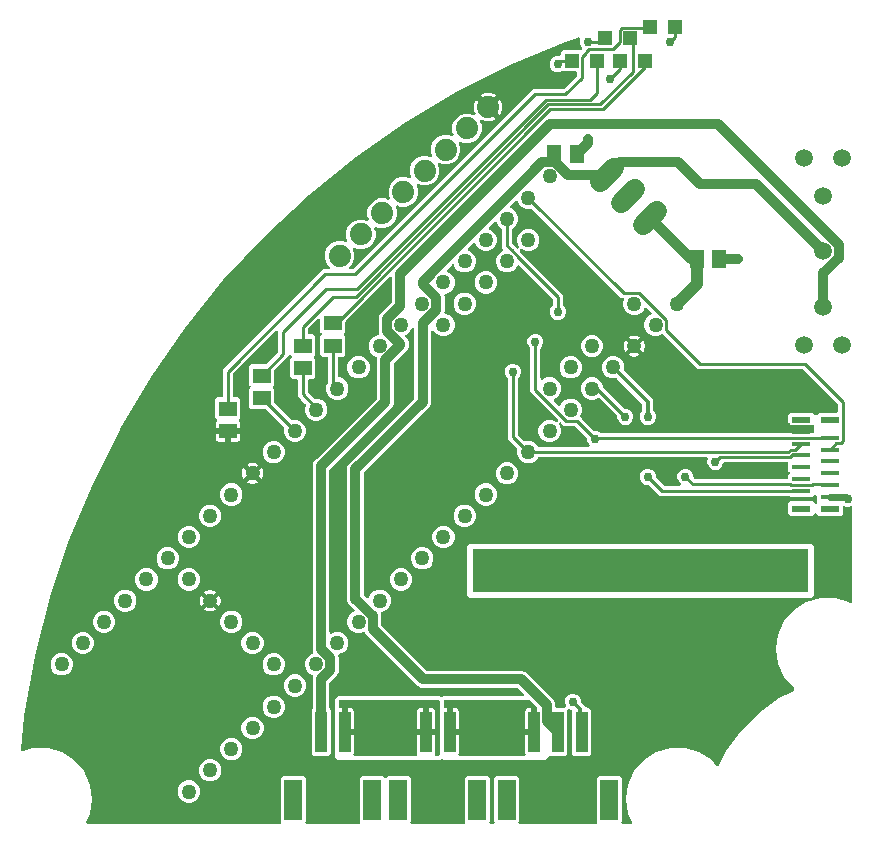
<source format=gtl>
G04 EAGLE Gerber RS-274X export*
G75*
%MOMM*%
%FSLAX34Y34*%
%LPD*%
%INTop Copper*%
%IPPOS*%
%AMOC8*
5,1,8,0,0,1.08239X$1,22.5*%
G01*
%ADD10R,1.200000X1.200000*%
%ADD11C,1.270000*%
%ADD12R,1.000000X3.500000*%
%ADD13R,1.500000X3.400000*%
%ADD14R,1.500000X1.300000*%
%ADD15R,1.600200X0.406400*%
%ADD16R,1.600200X0.609600*%
%ADD17C,1.508000*%
%ADD18C,1.676400*%
%ADD19R,1.300000X1.500000*%
%ADD20C,1.879600*%
%ADD21C,0.254000*%
%ADD22C,0.756400*%
%ADD23C,0.304800*%
%ADD24C,0.812800*%
%ADD25C,0.609600*%
%ADD26C,1.016000*%

G36*
X234639Y10940D02*
X234639Y10940D01*
X234778Y10953D01*
X234797Y10960D01*
X234817Y10963D01*
X234946Y11014D01*
X235077Y11061D01*
X235094Y11072D01*
X235113Y11080D01*
X235225Y11161D01*
X235340Y11239D01*
X235354Y11255D01*
X235370Y11266D01*
X235459Y11373D01*
X235551Y11478D01*
X235560Y11496D01*
X235573Y11511D01*
X235632Y11637D01*
X235695Y11761D01*
X235700Y11781D01*
X235708Y11799D01*
X235734Y11935D01*
X235765Y12071D01*
X235764Y12092D01*
X235768Y12111D01*
X235760Y12250D01*
X235755Y12389D01*
X235750Y12409D01*
X235748Y12429D01*
X235706Y12561D01*
X235667Y12695D01*
X235657Y12712D01*
X235650Y12731D01*
X235576Y12849D01*
X235505Y12969D01*
X235487Y12990D01*
X235480Y13000D01*
X235465Y13014D01*
X235399Y13090D01*
X235351Y13137D01*
X235351Y49663D01*
X237137Y51449D01*
X254663Y51449D01*
X256449Y49663D01*
X256449Y13137D01*
X256401Y13090D01*
X256316Y12980D01*
X256227Y12873D01*
X256219Y12854D01*
X256206Y12838D01*
X256151Y12711D01*
X256092Y12585D01*
X256088Y12565D01*
X256080Y12546D01*
X256058Y12409D01*
X256032Y12272D01*
X256033Y12252D01*
X256030Y12232D01*
X256043Y12093D01*
X256052Y11955D01*
X256058Y11936D01*
X256060Y11916D01*
X256107Y11784D01*
X256150Y11653D01*
X256160Y11636D01*
X256167Y11616D01*
X256246Y11501D01*
X256320Y11384D01*
X256335Y11370D01*
X256346Y11353D01*
X256450Y11261D01*
X256551Y11166D01*
X256569Y11156D01*
X256584Y11143D01*
X256708Y11079D01*
X256830Y11012D01*
X256849Y11007D01*
X256868Y10998D01*
X257004Y10968D01*
X257138Y10933D01*
X257166Y10931D01*
X257178Y10928D01*
X257198Y10929D01*
X257299Y10923D01*
X301501Y10923D01*
X301639Y10940D01*
X301778Y10953D01*
X301797Y10960D01*
X301817Y10963D01*
X301946Y11014D01*
X302077Y11061D01*
X302094Y11072D01*
X302113Y11080D01*
X302225Y11161D01*
X302340Y11239D01*
X302354Y11255D01*
X302370Y11266D01*
X302459Y11373D01*
X302551Y11478D01*
X302560Y11496D01*
X302573Y11511D01*
X302632Y11637D01*
X302695Y11761D01*
X302700Y11781D01*
X302708Y11799D01*
X302734Y11935D01*
X302765Y12071D01*
X302764Y12092D01*
X302768Y12111D01*
X302760Y12250D01*
X302755Y12389D01*
X302750Y12409D01*
X302748Y12429D01*
X302706Y12561D01*
X302667Y12695D01*
X302657Y12712D01*
X302650Y12731D01*
X302576Y12849D01*
X302505Y12969D01*
X302487Y12990D01*
X302480Y13000D01*
X302465Y13014D01*
X302399Y13090D01*
X302351Y13137D01*
X302351Y49663D01*
X304137Y51449D01*
X321663Y51449D01*
X322952Y50159D01*
X323047Y50086D01*
X323136Y50007D01*
X323172Y49989D01*
X323204Y49964D01*
X323313Y49917D01*
X323419Y49863D01*
X323458Y49854D01*
X323496Y49838D01*
X323613Y49819D01*
X323729Y49793D01*
X323770Y49794D01*
X323810Y49788D01*
X323928Y49799D01*
X324047Y49803D01*
X324086Y49814D01*
X324126Y49818D01*
X324239Y49858D01*
X324353Y49891D01*
X324387Y49912D01*
X324426Y49925D01*
X324524Y49992D01*
X324627Y50053D01*
X324672Y50093D01*
X324689Y50104D01*
X324702Y50119D01*
X324747Y50159D01*
X326037Y51449D01*
X343563Y51449D01*
X345349Y49663D01*
X345349Y13137D01*
X345301Y13090D01*
X345216Y12980D01*
X345127Y12873D01*
X345119Y12854D01*
X345106Y12838D01*
X345051Y12711D01*
X344992Y12585D01*
X344988Y12565D01*
X344980Y12546D01*
X344958Y12409D01*
X344932Y12272D01*
X344933Y12252D01*
X344930Y12232D01*
X344943Y12093D01*
X344952Y11955D01*
X344958Y11936D01*
X344960Y11916D01*
X345007Y11784D01*
X345050Y11653D01*
X345060Y11636D01*
X345067Y11616D01*
X345146Y11501D01*
X345220Y11384D01*
X345235Y11370D01*
X345246Y11353D01*
X345350Y11261D01*
X345451Y11166D01*
X345469Y11156D01*
X345484Y11143D01*
X345608Y11079D01*
X345730Y11012D01*
X345749Y11007D01*
X345768Y10998D01*
X345904Y10968D01*
X346038Y10933D01*
X346066Y10931D01*
X346078Y10928D01*
X346098Y10929D01*
X346199Y10923D01*
X390401Y10923D01*
X390539Y10940D01*
X390678Y10953D01*
X390697Y10960D01*
X390717Y10963D01*
X390846Y11014D01*
X390977Y11061D01*
X390994Y11072D01*
X391013Y11080D01*
X391125Y11161D01*
X391240Y11239D01*
X391254Y11255D01*
X391270Y11266D01*
X391359Y11373D01*
X391451Y11478D01*
X391460Y11496D01*
X391473Y11511D01*
X391532Y11637D01*
X391595Y11761D01*
X391600Y11781D01*
X391608Y11799D01*
X391634Y11935D01*
X391665Y12071D01*
X391664Y12092D01*
X391668Y12111D01*
X391660Y12250D01*
X391655Y12389D01*
X391650Y12409D01*
X391648Y12429D01*
X391606Y12561D01*
X391567Y12695D01*
X391557Y12712D01*
X391550Y12731D01*
X391476Y12849D01*
X391405Y12969D01*
X391387Y12990D01*
X391380Y13000D01*
X391365Y13014D01*
X391299Y13090D01*
X391251Y13137D01*
X391251Y49663D01*
X393037Y51449D01*
X410563Y51449D01*
X412349Y49663D01*
X412349Y13137D01*
X412301Y13090D01*
X412216Y12980D01*
X412127Y12873D01*
X412119Y12854D01*
X412106Y12838D01*
X412051Y12711D01*
X411992Y12585D01*
X411988Y12565D01*
X411980Y12546D01*
X411958Y12409D01*
X411932Y12272D01*
X411933Y12252D01*
X411930Y12232D01*
X411943Y12093D01*
X411952Y11955D01*
X411958Y11936D01*
X411960Y11916D01*
X412007Y11784D01*
X412050Y11653D01*
X412060Y11636D01*
X412067Y11616D01*
X412146Y11501D01*
X412220Y11384D01*
X412235Y11370D01*
X412246Y11353D01*
X412350Y11261D01*
X412451Y11166D01*
X412469Y11156D01*
X412484Y11143D01*
X412608Y11079D01*
X412730Y11012D01*
X412749Y11007D01*
X412768Y10998D01*
X412904Y10968D01*
X413038Y10933D01*
X413066Y10931D01*
X413078Y10928D01*
X413098Y10929D01*
X413199Y10923D01*
X415001Y10923D01*
X415139Y10940D01*
X415278Y10953D01*
X415297Y10960D01*
X415317Y10963D01*
X415446Y11014D01*
X415577Y11061D01*
X415594Y11072D01*
X415613Y11080D01*
X415725Y11161D01*
X415840Y11239D01*
X415854Y11255D01*
X415870Y11266D01*
X415959Y11373D01*
X416051Y11478D01*
X416060Y11496D01*
X416073Y11511D01*
X416132Y11637D01*
X416195Y11761D01*
X416200Y11781D01*
X416208Y11799D01*
X416234Y11935D01*
X416265Y12071D01*
X416264Y12092D01*
X416268Y12111D01*
X416260Y12250D01*
X416255Y12389D01*
X416250Y12409D01*
X416248Y12429D01*
X416206Y12561D01*
X416167Y12695D01*
X416157Y12712D01*
X416150Y12731D01*
X416076Y12849D01*
X416005Y12969D01*
X415987Y12990D01*
X415980Y13000D01*
X415965Y13014D01*
X415899Y13090D01*
X415851Y13137D01*
X415851Y49663D01*
X417637Y51449D01*
X435163Y51449D01*
X436949Y49663D01*
X436949Y13137D01*
X436901Y13090D01*
X436816Y12980D01*
X436727Y12873D01*
X436719Y12854D01*
X436706Y12838D01*
X436651Y12711D01*
X436592Y12585D01*
X436588Y12565D01*
X436580Y12546D01*
X436558Y12409D01*
X436532Y12272D01*
X436533Y12252D01*
X436530Y12232D01*
X436543Y12093D01*
X436552Y11955D01*
X436558Y11936D01*
X436560Y11916D01*
X436607Y11784D01*
X436650Y11653D01*
X436660Y11636D01*
X436667Y11616D01*
X436746Y11501D01*
X436820Y11384D01*
X436835Y11370D01*
X436846Y11353D01*
X436950Y11261D01*
X437051Y11166D01*
X437069Y11156D01*
X437084Y11143D01*
X437208Y11079D01*
X437330Y11012D01*
X437349Y11007D01*
X437368Y10998D01*
X437504Y10968D01*
X437638Y10933D01*
X437666Y10931D01*
X437678Y10928D01*
X437698Y10929D01*
X437799Y10923D01*
X502001Y10923D01*
X502139Y10940D01*
X502278Y10953D01*
X502297Y10960D01*
X502317Y10963D01*
X502446Y11014D01*
X502577Y11061D01*
X502594Y11072D01*
X502613Y11080D01*
X502725Y11161D01*
X502840Y11239D01*
X502854Y11255D01*
X502870Y11266D01*
X502959Y11373D01*
X503051Y11478D01*
X503060Y11496D01*
X503073Y11511D01*
X503132Y11637D01*
X503195Y11761D01*
X503200Y11781D01*
X503208Y11799D01*
X503234Y11935D01*
X503265Y12071D01*
X503264Y12092D01*
X503268Y12111D01*
X503260Y12250D01*
X503255Y12389D01*
X503250Y12409D01*
X503248Y12429D01*
X503206Y12561D01*
X503167Y12695D01*
X503157Y12712D01*
X503150Y12731D01*
X503076Y12849D01*
X503005Y12969D01*
X502987Y12990D01*
X502980Y13000D01*
X502965Y13014D01*
X502899Y13090D01*
X502851Y13137D01*
X502851Y49663D01*
X504637Y51449D01*
X522163Y51449D01*
X523949Y49663D01*
X523949Y13137D01*
X523901Y13090D01*
X523816Y12980D01*
X523727Y12873D01*
X523719Y12854D01*
X523706Y12838D01*
X523651Y12711D01*
X523592Y12585D01*
X523588Y12565D01*
X523580Y12546D01*
X523558Y12409D01*
X523532Y12272D01*
X523533Y12252D01*
X523530Y12232D01*
X523543Y12093D01*
X523552Y11955D01*
X523558Y11936D01*
X523560Y11916D01*
X523607Y11784D01*
X523650Y11653D01*
X523660Y11636D01*
X523667Y11616D01*
X523746Y11501D01*
X523820Y11384D01*
X523835Y11370D01*
X523846Y11353D01*
X523950Y11261D01*
X524051Y11166D01*
X524069Y11156D01*
X524084Y11143D01*
X524208Y11079D01*
X524330Y11012D01*
X524349Y11007D01*
X524368Y10998D01*
X524504Y10968D01*
X524638Y10933D01*
X524666Y10931D01*
X524678Y10928D01*
X524698Y10929D01*
X524799Y10923D01*
X531511Y10923D01*
X531582Y10932D01*
X531655Y10931D01*
X531739Y10952D01*
X531826Y10963D01*
X531893Y10989D01*
X531964Y11006D01*
X532041Y11047D01*
X532122Y11080D01*
X532180Y11122D01*
X532244Y11156D01*
X532308Y11215D01*
X532379Y11266D01*
X532425Y11322D01*
X532479Y11371D01*
X532526Y11444D01*
X532582Y11511D01*
X532613Y11577D01*
X532652Y11637D01*
X532680Y11720D01*
X532717Y11799D01*
X532731Y11870D01*
X532754Y11939D01*
X532761Y12026D01*
X532777Y12111D01*
X532773Y12184D01*
X532778Y12256D01*
X532763Y12342D01*
X532758Y12429D01*
X532735Y12498D01*
X532723Y12569D01*
X532665Y12719D01*
X529594Y19445D01*
X527824Y31750D01*
X529594Y44055D01*
X534758Y55363D01*
X542898Y64758D01*
X553356Y71479D01*
X565284Y74981D01*
X577716Y74981D01*
X589644Y71479D01*
X600101Y64758D01*
X604115Y60126D01*
X604146Y60098D01*
X604171Y60065D01*
X604264Y59993D01*
X604351Y59914D01*
X604388Y59895D01*
X604421Y59869D01*
X604529Y59822D01*
X604633Y59767D01*
X604674Y59758D01*
X604713Y59741D01*
X604829Y59722D01*
X604943Y59695D01*
X604985Y59696D01*
X605026Y59689D01*
X605144Y59700D01*
X605261Y59702D01*
X605301Y59714D01*
X605343Y59717D01*
X605454Y59756D01*
X605567Y59788D01*
X605604Y59809D01*
X605643Y59823D01*
X605741Y59889D01*
X605843Y59948D01*
X605872Y59977D01*
X605907Y60000D01*
X605985Y60088D01*
X606070Y60170D01*
X606091Y60206D01*
X606119Y60237D01*
X606202Y60376D01*
X612582Y72738D01*
X625176Y89978D01*
X640272Y105074D01*
X657512Y117668D01*
X669472Y123840D01*
X669563Y123903D01*
X669658Y123958D01*
X669693Y123993D01*
X669734Y124020D01*
X669806Y124104D01*
X669885Y124181D01*
X669911Y124223D01*
X669943Y124260D01*
X669993Y124359D01*
X670050Y124453D01*
X670064Y124500D01*
X670086Y124544D01*
X670109Y124652D01*
X670141Y124758D01*
X670143Y124807D01*
X670154Y124855D01*
X670150Y124965D01*
X670154Y125076D01*
X670144Y125124D01*
X670142Y125173D01*
X670111Y125278D01*
X670088Y125387D01*
X670066Y125431D01*
X670052Y125478D01*
X669996Y125572D01*
X669946Y125671D01*
X669900Y125732D01*
X669889Y125751D01*
X669877Y125763D01*
X669849Y125799D01*
X661758Y135137D01*
X656594Y146445D01*
X654824Y158750D01*
X656594Y171055D01*
X661758Y182363D01*
X669898Y191758D01*
X680356Y198479D01*
X692284Y201981D01*
X704716Y201981D01*
X716644Y198479D01*
X717372Y198011D01*
X717375Y198009D01*
X717377Y198007D01*
X717518Y197941D01*
X717659Y197874D01*
X717662Y197873D01*
X717665Y197872D01*
X717817Y197843D01*
X717971Y197812D01*
X717974Y197812D01*
X717978Y197812D01*
X718131Y197821D01*
X718288Y197830D01*
X718292Y197831D01*
X718295Y197832D01*
X718441Y197879D01*
X718591Y197927D01*
X718594Y197929D01*
X718597Y197930D01*
X718731Y198014D01*
X718861Y198096D01*
X718863Y198098D01*
X718866Y198100D01*
X718974Y198214D01*
X719080Y198326D01*
X719082Y198329D01*
X719084Y198331D01*
X719158Y198466D01*
X719235Y198604D01*
X719236Y198607D01*
X719238Y198610D01*
X719277Y198762D01*
X719316Y198911D01*
X719316Y198915D01*
X719317Y198918D01*
X719327Y199079D01*
X719327Y278562D01*
X719321Y278612D01*
X719323Y278661D01*
X719301Y278769D01*
X719287Y278878D01*
X719269Y278924D01*
X719259Y278973D01*
X719211Y279071D01*
X719170Y279173D01*
X719141Y279214D01*
X719119Y279258D01*
X719048Y279342D01*
X718984Y279431D01*
X718945Y279462D01*
X718913Y279500D01*
X718823Y279563D01*
X718739Y279634D01*
X718694Y279655D01*
X718653Y279683D01*
X718550Y279722D01*
X718451Y279769D01*
X718402Y279778D01*
X718356Y279796D01*
X718246Y279808D01*
X718139Y279829D01*
X718089Y279826D01*
X718040Y279831D01*
X717931Y279816D01*
X717821Y279809D01*
X717774Y279794D01*
X717725Y279787D01*
X717572Y279735D01*
X716905Y279458D01*
X714187Y279458D01*
X712829Y280021D01*
X712781Y280034D01*
X712736Y280055D01*
X712628Y280076D01*
X712522Y280105D01*
X712472Y280106D01*
X712423Y280115D01*
X712314Y280108D01*
X712204Y280110D01*
X712156Y280098D01*
X712106Y280095D01*
X712002Y280062D01*
X711895Y280036D01*
X711851Y280013D01*
X711804Y279997D01*
X711711Y279939D01*
X711614Y279887D01*
X711577Y279854D01*
X711535Y279827D01*
X711460Y279747D01*
X711378Y279673D01*
X711351Y279632D01*
X711317Y279596D01*
X711264Y279499D01*
X711204Y279408D01*
X711187Y279360D01*
X711163Y279317D01*
X711136Y279211D01*
X711100Y279107D01*
X711096Y279057D01*
X711084Y279009D01*
X711074Y278848D01*
X711074Y273624D01*
X709288Y271838D01*
X690760Y271838D01*
X688984Y273615D01*
X688889Y273688D01*
X688800Y273767D01*
X688764Y273785D01*
X688732Y273810D01*
X688623Y273857D01*
X688517Y273911D01*
X688478Y273920D01*
X688440Y273936D01*
X688323Y273955D01*
X688207Y273981D01*
X688166Y273980D01*
X688126Y273986D01*
X688008Y273975D01*
X687889Y273971D01*
X687850Y273960D01*
X687810Y273956D01*
X687697Y273916D01*
X687583Y273883D01*
X687549Y273862D01*
X687510Y273849D01*
X687412Y273782D01*
X687309Y273721D01*
X687264Y273681D01*
X687247Y273670D01*
X687234Y273655D01*
X687189Y273615D01*
X685412Y271838D01*
X666884Y271838D01*
X665098Y273624D01*
X665098Y282246D01*
X666884Y284032D01*
X685412Y284032D01*
X687189Y282255D01*
X687283Y282182D01*
X687372Y282103D01*
X687408Y282085D01*
X687440Y282060D01*
X687549Y282013D01*
X687655Y281959D01*
X687695Y281950D01*
X687732Y281934D01*
X687850Y281915D01*
X687965Y281889D01*
X688006Y281890D01*
X688046Y281884D01*
X688165Y281895D01*
X688283Y281899D01*
X688322Y281910D01*
X688362Y281914D01*
X688475Y281954D01*
X688589Y281987D01*
X688624Y282008D01*
X688662Y282021D01*
X688760Y282088D01*
X688863Y282149D01*
X688908Y282188D01*
X688925Y282200D01*
X688938Y282215D01*
X688984Y282255D01*
X689256Y282528D01*
X689329Y282622D01*
X689408Y282711D01*
X689427Y282747D01*
X689451Y282779D01*
X689499Y282889D01*
X689553Y282995D01*
X689562Y283034D01*
X689578Y283071D01*
X689596Y283189D01*
X689622Y283305D01*
X689621Y283345D01*
X689628Y283385D01*
X689616Y283504D01*
X689613Y283623D01*
X689602Y283662D01*
X689598Y283702D01*
X689557Y283814D01*
X689524Y283928D01*
X689504Y283963D01*
X689490Y284001D01*
X689423Y284100D01*
X689363Y284202D01*
X689323Y284248D01*
X689312Y284264D01*
X689296Y284278D01*
X689256Y284323D01*
X688974Y284605D01*
X688974Y288317D01*
X688957Y288455D01*
X688944Y288594D01*
X688937Y288613D01*
X688934Y288633D01*
X688883Y288762D01*
X688836Y288893D01*
X688825Y288910D01*
X688817Y288929D01*
X688736Y289041D01*
X688658Y289156D01*
X688642Y289170D01*
X688631Y289186D01*
X688523Y289275D01*
X688419Y289367D01*
X688401Y289376D01*
X688386Y289389D01*
X688260Y289448D01*
X688136Y289511D01*
X688116Y289516D01*
X688098Y289524D01*
X687961Y289550D01*
X687826Y289581D01*
X687805Y289580D01*
X687786Y289584D01*
X687647Y289576D01*
X687508Y289571D01*
X687488Y289566D01*
X687468Y289564D01*
X687336Y289522D01*
X687202Y289483D01*
X687185Y289473D01*
X687166Y289466D01*
X687048Y289392D01*
X686928Y289321D01*
X686907Y289303D01*
X686897Y289296D01*
X686883Y289281D01*
X686808Y289215D01*
X685412Y287819D01*
X666884Y287819D01*
X666494Y288210D01*
X666416Y288270D01*
X666344Y288338D01*
X666291Y288367D01*
X666243Y288404D01*
X666152Y288444D01*
X666065Y288492D01*
X666006Y288507D01*
X665951Y288531D01*
X665853Y288546D01*
X665757Y288571D01*
X665657Y288577D01*
X665637Y288581D01*
X665624Y288579D01*
X665596Y288581D01*
X556211Y288581D01*
X547195Y297598D01*
X547117Y297658D01*
X547044Y297726D01*
X546991Y297755D01*
X546944Y297792D01*
X546853Y297832D01*
X546766Y297880D01*
X546707Y297895D01*
X546652Y297919D01*
X546554Y297934D01*
X546458Y297959D01*
X546358Y297965D01*
X546338Y297969D01*
X546325Y297967D01*
X546297Y297969D01*
X544741Y297969D01*
X542231Y299009D01*
X540309Y300931D01*
X539269Y303441D01*
X539269Y306159D01*
X540309Y308669D01*
X542231Y310591D01*
X544741Y311631D01*
X547459Y311631D01*
X549969Y310591D01*
X551891Y308669D01*
X552931Y306159D01*
X552931Y304603D01*
X552943Y304504D01*
X552946Y304405D01*
X552963Y304347D01*
X552971Y304287D01*
X553007Y304195D01*
X553035Y304100D01*
X553065Y304048D01*
X553088Y303991D01*
X553146Y303911D01*
X553196Y303826D01*
X553262Y303751D01*
X553274Y303734D01*
X553284Y303726D01*
X553302Y303705D01*
X559417Y297590D01*
X559495Y297530D01*
X559568Y297462D01*
X559621Y297433D01*
X559668Y297396D01*
X559759Y297356D01*
X559846Y297308D01*
X559905Y297293D01*
X559960Y297269D01*
X560058Y297254D01*
X560154Y297229D01*
X560254Y297223D01*
X560274Y297219D01*
X560287Y297221D01*
X560315Y297219D01*
X572707Y297219D01*
X572844Y297236D01*
X572983Y297249D01*
X573002Y297256D01*
X573022Y297259D01*
X573151Y297310D01*
X573283Y297357D01*
X573299Y297368D01*
X573318Y297376D01*
X573431Y297457D01*
X573546Y297535D01*
X573559Y297551D01*
X573576Y297562D01*
X573664Y297670D01*
X573756Y297774D01*
X573765Y297792D01*
X573778Y297807D01*
X573838Y297933D01*
X573901Y298057D01*
X573905Y298077D01*
X573914Y298095D01*
X573940Y298232D01*
X573970Y298367D01*
X573970Y298388D01*
X573974Y298407D01*
X573965Y298546D01*
X573961Y298685D01*
X573955Y298705D01*
X573954Y298725D01*
X573911Y298857D01*
X573872Y298991D01*
X573862Y299008D01*
X573856Y299027D01*
X573781Y299145D01*
X573711Y299265D01*
X573692Y299286D01*
X573686Y299296D01*
X573671Y299310D01*
X573604Y299385D01*
X572059Y300931D01*
X571019Y303441D01*
X571019Y306159D01*
X572059Y308669D01*
X573981Y310591D01*
X576491Y311631D01*
X579209Y311631D01*
X581719Y310591D01*
X583641Y308669D01*
X584681Y306159D01*
X584681Y304603D01*
X584693Y304504D01*
X584696Y304405D01*
X584713Y304347D01*
X584721Y304287D01*
X584757Y304195D01*
X584785Y304100D01*
X584815Y304048D01*
X584838Y303991D01*
X584896Y303911D01*
X584946Y303826D01*
X585012Y303751D01*
X585024Y303734D01*
X585034Y303726D01*
X585052Y303705D01*
X585617Y303140D01*
X585695Y303080D01*
X585768Y303012D01*
X585821Y302983D01*
X585868Y302946D01*
X585959Y302906D01*
X586046Y302858D01*
X586105Y302843D01*
X586160Y302819D01*
X586258Y302804D01*
X586354Y302779D01*
X586454Y302773D01*
X586474Y302769D01*
X586487Y302771D01*
X586515Y302769D01*
X663829Y302769D01*
X663947Y302784D01*
X664066Y302791D01*
X664104Y302804D01*
X664145Y302809D01*
X664255Y302852D01*
X664368Y302889D01*
X664403Y302911D01*
X664440Y302926D01*
X664536Y302995D01*
X664637Y303059D01*
X664665Y303089D01*
X664698Y303112D01*
X664774Y303204D01*
X664855Y303291D01*
X664875Y303326D01*
X664900Y303357D01*
X664951Y303465D01*
X665009Y303569D01*
X665019Y303609D01*
X665036Y303645D01*
X665058Y303762D01*
X665088Y303877D01*
X665092Y303937D01*
X665096Y303957D01*
X665094Y303978D01*
X665098Y304038D01*
X665098Y306195D01*
X665906Y307003D01*
X665979Y307097D01*
X666058Y307186D01*
X666076Y307222D01*
X666101Y307254D01*
X666148Y307363D01*
X666202Y307469D01*
X666211Y307508D01*
X666227Y307546D01*
X666246Y307663D01*
X666272Y307779D01*
X666271Y307820D01*
X666277Y307860D01*
X666266Y307978D01*
X666262Y308097D01*
X666251Y308136D01*
X666247Y308176D01*
X666207Y308288D01*
X666174Y308403D01*
X666153Y308438D01*
X666140Y308476D01*
X666073Y308574D01*
X666012Y308677D01*
X665973Y308722D01*
X665961Y308739D01*
X665946Y308752D01*
X665906Y308798D01*
X665098Y309605D01*
X665098Y316003D01*
X665083Y316121D01*
X665076Y316240D01*
X665063Y316278D01*
X665058Y316319D01*
X665015Y316429D01*
X664978Y316543D01*
X664956Y316577D01*
X664941Y316614D01*
X664872Y316710D01*
X664808Y316811D01*
X664778Y316839D01*
X664755Y316872D01*
X664663Y316948D01*
X664576Y317029D01*
X664541Y317049D01*
X664510Y317074D01*
X664402Y317125D01*
X664298Y317183D01*
X664258Y317193D01*
X664222Y317210D01*
X664105Y317232D01*
X663990Y317262D01*
X663930Y317266D01*
X663910Y317270D01*
X663889Y317269D01*
X663829Y317272D01*
X611350Y317272D01*
X611232Y317257D01*
X611113Y317250D01*
X611075Y317238D01*
X611034Y317232D01*
X610924Y317189D01*
X610811Y317152D01*
X610776Y317130D01*
X610739Y317115D01*
X610643Y317046D01*
X610542Y316982D01*
X610514Y316952D01*
X610481Y316929D01*
X610405Y316837D01*
X610324Y316750D01*
X610304Y316715D01*
X610279Y316684D01*
X610228Y316576D01*
X610170Y316472D01*
X610160Y316432D01*
X610143Y316396D01*
X610121Y316279D01*
X610092Y316169D01*
X609041Y313631D01*
X607119Y311709D01*
X604609Y310669D01*
X601891Y310669D01*
X599381Y311709D01*
X597459Y313631D01*
X596419Y316141D01*
X596419Y318859D01*
X596719Y319581D01*
X596732Y319629D01*
X596753Y319674D01*
X596774Y319782D01*
X596803Y319888D01*
X596803Y319938D01*
X596813Y319987D01*
X596806Y320096D01*
X596808Y320206D01*
X596796Y320255D01*
X596793Y320304D01*
X596759Y320408D01*
X596733Y320515D01*
X596710Y320559D01*
X596695Y320607D01*
X596636Y320699D01*
X596585Y320796D01*
X596551Y320833D01*
X596525Y320875D01*
X596445Y320951D01*
X596371Y321032D01*
X596329Y321059D01*
X596293Y321093D01*
X596197Y321146D01*
X596105Y321207D01*
X596058Y321223D01*
X596015Y321247D01*
X595908Y321274D01*
X595804Y321310D01*
X595755Y321314D01*
X595707Y321326D01*
X595546Y321336D01*
X454074Y321336D01*
X454045Y321333D01*
X454015Y321335D01*
X453887Y321313D01*
X453759Y321297D01*
X453731Y321286D01*
X453702Y321281D01*
X453584Y321227D01*
X453463Y321179D01*
X453439Y321162D01*
X453412Y321150D01*
X453311Y321069D01*
X453206Y320993D01*
X453187Y320970D01*
X453164Y320951D01*
X453086Y320848D01*
X453003Y320748D01*
X452990Y320721D01*
X452972Y320697D01*
X452901Y320553D01*
X452810Y320331D01*
X450166Y317687D01*
X446711Y316256D01*
X442972Y316256D01*
X439518Y317687D01*
X436874Y320331D01*
X435443Y323786D01*
X435443Y327525D01*
X435535Y327746D01*
X435543Y327775D01*
X435556Y327801D01*
X435565Y327840D01*
X435566Y327842D01*
X435569Y327859D01*
X435585Y327928D01*
X435619Y328053D01*
X435619Y328083D01*
X435626Y328111D01*
X435625Y328149D01*
X435626Y328155D01*
X435623Y328195D01*
X435622Y328241D01*
X435624Y328371D01*
X435617Y328400D01*
X435616Y328429D01*
X435607Y328462D01*
X435606Y328472D01*
X435585Y328538D01*
X435580Y328554D01*
X435550Y328680D01*
X435536Y328706D01*
X435528Y328735D01*
X435513Y328760D01*
X435508Y328775D01*
X435458Y328853D01*
X435401Y328961D01*
X435381Y328983D01*
X435366Y329009D01*
X435343Y329035D01*
X435338Y329043D01*
X435325Y329055D01*
X435260Y329130D01*
X427481Y336908D01*
X427481Y387833D01*
X427469Y387931D01*
X427466Y388030D01*
X427449Y388088D01*
X427441Y388148D01*
X427405Y388241D01*
X427377Y388336D01*
X427347Y388388D01*
X427324Y388444D01*
X427266Y388524D01*
X427216Y388610D01*
X427150Y388685D01*
X427138Y388701D01*
X427128Y388709D01*
X427110Y388730D01*
X426009Y389831D01*
X424969Y392341D01*
X424969Y395059D01*
X426009Y397569D01*
X427931Y399491D01*
X430441Y400531D01*
X433159Y400531D01*
X435669Y399491D01*
X437591Y397569D01*
X438631Y395059D01*
X438631Y392341D01*
X437591Y389831D01*
X436490Y388730D01*
X436430Y388652D01*
X436362Y388580D01*
X436333Y388527D01*
X436296Y388479D01*
X436256Y388388D01*
X436208Y388302D01*
X436193Y388243D01*
X436169Y388187D01*
X436154Y388089D01*
X436129Y387994D01*
X436123Y387894D01*
X436119Y387873D01*
X436121Y387861D01*
X436119Y387833D01*
X436119Y341012D01*
X436131Y340913D01*
X436134Y340814D01*
X436151Y340756D01*
X436159Y340696D01*
X436195Y340604D01*
X436223Y340509D01*
X436253Y340457D01*
X436276Y340400D01*
X436334Y340320D01*
X436384Y340235D01*
X436450Y340159D01*
X436462Y340143D01*
X436472Y340135D01*
X436490Y340114D01*
X441367Y335237D01*
X441391Y335219D01*
X441410Y335197D01*
X441516Y335122D01*
X441619Y335042D01*
X441646Y335030D01*
X441670Y335013D01*
X441791Y334968D01*
X441910Y334916D01*
X441940Y334911D01*
X441967Y334901D01*
X442096Y334886D01*
X442225Y334866D01*
X442254Y334869D01*
X442283Y334866D01*
X442412Y334884D01*
X442541Y334896D01*
X442569Y334906D01*
X442598Y334910D01*
X442751Y334962D01*
X442972Y335054D01*
X446711Y335054D01*
X450166Y333623D01*
X452810Y330979D01*
X452901Y330757D01*
X452916Y330732D01*
X452925Y330704D01*
X452995Y330594D01*
X453059Y330481D01*
X453080Y330460D01*
X453095Y330435D01*
X453190Y330346D01*
X453280Y330253D01*
X453305Y330237D01*
X453327Y330217D01*
X453441Y330154D01*
X453551Y330086D01*
X453580Y330078D01*
X453605Y330064D01*
X453731Y330031D01*
X453855Y329993D01*
X453885Y329991D01*
X453913Y329984D01*
X454074Y329974D01*
X495502Y329974D01*
X495640Y329991D01*
X495778Y330004D01*
X495797Y330011D01*
X495817Y330014D01*
X495947Y330065D01*
X496078Y330112D01*
X496094Y330123D01*
X496113Y330131D01*
X496226Y330212D01*
X496341Y330290D01*
X496354Y330306D01*
X496370Y330318D01*
X496459Y330425D01*
X496551Y330529D01*
X496560Y330547D01*
X496573Y330563D01*
X496632Y330688D01*
X496696Y330812D01*
X496700Y330832D01*
X496709Y330850D01*
X496735Y330987D01*
X496765Y331122D01*
X496765Y331143D01*
X496769Y331163D01*
X496760Y331301D01*
X496756Y331440D01*
X496750Y331460D01*
X496749Y331480D01*
X496706Y331612D01*
X496667Y331746D01*
X496657Y331763D01*
X496651Y331783D01*
X496576Y331900D01*
X496506Y332020D01*
X496487Y332041D01*
X496481Y332051D01*
X496466Y332065D01*
X496399Y332141D01*
X495859Y332681D01*
X494819Y335191D01*
X494819Y336747D01*
X494807Y336846D01*
X494804Y336945D01*
X494787Y337003D01*
X494779Y337063D01*
X494743Y337155D01*
X494715Y337250D01*
X494685Y337302D01*
X494662Y337359D01*
X494604Y337439D01*
X494554Y337524D01*
X494488Y337599D01*
X494476Y337616D01*
X494466Y337624D01*
X494448Y337645D01*
X484351Y347742D01*
X484273Y347802D01*
X484200Y347870D01*
X484147Y347899D01*
X484100Y347936D01*
X484009Y347976D01*
X483922Y348024D01*
X483863Y348039D01*
X483808Y348063D01*
X483710Y348078D01*
X483614Y348103D01*
X483514Y348109D01*
X483494Y348113D01*
X483481Y348112D01*
X483453Y348113D01*
X475186Y348113D01*
X472744Y350556D01*
X472689Y350599D01*
X472640Y350649D01*
X472563Y350696D01*
X472492Y350751D01*
X472428Y350779D01*
X472369Y350815D01*
X472283Y350841D01*
X472201Y350877D01*
X472132Y350888D01*
X472065Y350909D01*
X471975Y350913D01*
X471886Y350927D01*
X471817Y350921D01*
X471747Y350924D01*
X471659Y350906D01*
X471570Y350897D01*
X471504Y350874D01*
X471436Y350860D01*
X471355Y350820D01*
X471271Y350790D01*
X471213Y350751D01*
X471150Y350720D01*
X471082Y350662D01*
X471007Y350611D01*
X470961Y350559D01*
X470908Y350513D01*
X470856Y350440D01*
X470797Y350373D01*
X470765Y350310D01*
X470725Y350253D01*
X470693Y350169D01*
X470652Y350089D01*
X470637Y350021D01*
X470612Y349956D01*
X470602Y349867D01*
X470583Y349779D01*
X470585Y349709D01*
X470577Y349640D01*
X470590Y349551D01*
X470592Y349461D01*
X470612Y349394D01*
X470622Y349325D01*
X470674Y349173D01*
X472201Y345485D01*
X472201Y341746D01*
X470770Y338292D01*
X468126Y335648D01*
X464672Y334217D01*
X460933Y334217D01*
X457478Y335648D01*
X454834Y338292D01*
X453404Y341746D01*
X453404Y345485D01*
X454834Y348940D01*
X457478Y351584D01*
X460933Y353014D01*
X464672Y353014D01*
X468359Y351487D01*
X468427Y351469D01*
X468491Y351441D01*
X468580Y351427D01*
X468666Y351403D01*
X468736Y351402D01*
X468805Y351391D01*
X468894Y351399D01*
X468984Y351398D01*
X469052Y351414D01*
X469121Y351421D01*
X469206Y351451D01*
X469293Y351472D01*
X469355Y351505D01*
X469421Y351528D01*
X469495Y351579D01*
X469574Y351621D01*
X469626Y351668D01*
X469684Y351707D01*
X469743Y351774D01*
X469810Y351835D01*
X469848Y351893D01*
X469894Y351945D01*
X469935Y352025D01*
X469985Y352100D01*
X470007Y352167D01*
X470039Y352229D01*
X470059Y352316D01*
X470088Y352401D01*
X470093Y352471D01*
X470109Y352539D01*
X470106Y352629D01*
X470113Y352718D01*
X470101Y352787D01*
X470099Y352857D01*
X470074Y352943D01*
X470059Y353032D01*
X470030Y353095D01*
X470011Y353162D01*
X469965Y353240D01*
X469928Y353322D01*
X469885Y353376D01*
X469849Y353436D01*
X469743Y353557D01*
X449433Y373867D01*
X446531Y376768D01*
X446531Y413233D01*
X446519Y413331D01*
X446516Y413430D01*
X446499Y413488D01*
X446491Y413548D01*
X446455Y413641D01*
X446427Y413736D01*
X446397Y413788D01*
X446374Y413844D01*
X446316Y413924D01*
X446266Y414010D01*
X446200Y414085D01*
X446188Y414101D01*
X446178Y414109D01*
X446160Y414130D01*
X445059Y415231D01*
X444019Y417741D01*
X444019Y420459D01*
X445059Y422969D01*
X446981Y424891D01*
X449491Y425931D01*
X452209Y425931D01*
X454719Y424891D01*
X456641Y422969D01*
X457681Y420459D01*
X457681Y417741D01*
X456641Y415231D01*
X455540Y414130D01*
X455480Y414052D01*
X455412Y413980D01*
X455383Y413927D01*
X455346Y413879D01*
X455306Y413788D01*
X455258Y413702D01*
X455243Y413643D01*
X455219Y413587D01*
X455204Y413489D01*
X455179Y413394D01*
X455173Y413294D01*
X455169Y413273D01*
X455171Y413261D01*
X455169Y413233D01*
X455169Y388259D01*
X455186Y388121D01*
X455199Y387983D01*
X455206Y387964D01*
X455209Y387944D01*
X455260Y387814D01*
X455307Y387683D01*
X455318Y387667D01*
X455326Y387648D01*
X455407Y387535D01*
X455485Y387420D01*
X455501Y387407D01*
X455512Y387391D01*
X455620Y387302D01*
X455724Y387210D01*
X455742Y387201D01*
X455757Y387188D01*
X455883Y387129D01*
X456007Y387065D01*
X456027Y387061D01*
X456045Y387052D01*
X456181Y387026D01*
X456317Y386996D01*
X456338Y386996D01*
X456357Y386992D01*
X456496Y387001D01*
X456635Y387005D01*
X456655Y387011D01*
X456675Y387012D01*
X456807Y387055D01*
X456941Y387094D01*
X456958Y387104D01*
X456977Y387110D01*
X457095Y387185D01*
X457215Y387255D01*
X457236Y387274D01*
X457246Y387280D01*
X457260Y387295D01*
X457336Y387362D01*
X457478Y387505D01*
X460933Y388935D01*
X464672Y388935D01*
X468126Y387505D01*
X470770Y384861D01*
X472201Y381406D01*
X472201Y377667D01*
X470770Y374213D01*
X468126Y371569D01*
X466925Y371071D01*
X466882Y371047D01*
X466835Y371030D01*
X466745Y370968D01*
X466649Y370914D01*
X466613Y370879D01*
X466572Y370851D01*
X466500Y370769D01*
X466421Y370693D01*
X466395Y370650D01*
X466362Y370613D01*
X466312Y370515D01*
X466254Y370421D01*
X466240Y370374D01*
X466217Y370330D01*
X466193Y370223D01*
X466161Y370118D01*
X466158Y370068D01*
X466148Y370019D01*
X466151Y369910D01*
X466146Y369800D01*
X466156Y369751D01*
X466157Y369702D01*
X466188Y369596D01*
X466210Y369488D01*
X466232Y369444D01*
X466246Y369396D01*
X466301Y369301D01*
X466350Y369203D01*
X466382Y369165D01*
X466407Y369122D01*
X466514Y369001D01*
X470227Y365287D01*
X470267Y365257D01*
X470300Y365220D01*
X470392Y365160D01*
X470479Y365093D01*
X470524Y365073D01*
X470566Y365045D01*
X470670Y365010D01*
X470771Y364966D01*
X470820Y364958D01*
X470867Y364942D01*
X470976Y364934D01*
X471085Y364916D01*
X471134Y364921D01*
X471184Y364917D01*
X471292Y364936D01*
X471401Y364946D01*
X471448Y364963D01*
X471497Y364971D01*
X471597Y365017D01*
X471701Y365054D01*
X471742Y365082D01*
X471787Y365102D01*
X471873Y365171D01*
X471964Y365232D01*
X471996Y365270D01*
X472035Y365301D01*
X472102Y365388D01*
X472174Y365471D01*
X472197Y365515D01*
X472227Y365555D01*
X472298Y365699D01*
X472795Y366900D01*
X475439Y369544D01*
X478893Y370975D01*
X482632Y370975D01*
X486087Y369544D01*
X488731Y366900D01*
X490162Y363446D01*
X490162Y359707D01*
X488857Y356558D01*
X488850Y356530D01*
X488836Y356503D01*
X488808Y356377D01*
X488773Y356252D01*
X488773Y356222D01*
X488767Y356193D01*
X488770Y356063D01*
X488768Y355934D01*
X488775Y355905D01*
X488776Y355875D01*
X488812Y355751D01*
X488843Y355624D01*
X488856Y355598D01*
X488865Y355570D01*
X488931Y355458D01*
X488991Y355343D01*
X489011Y355321D01*
X489026Y355296D01*
X489133Y355175D01*
X490458Y353849D01*
X500555Y343752D01*
X500633Y343692D01*
X500705Y343624D01*
X500758Y343595D01*
X500806Y343558D01*
X500897Y343518D01*
X500984Y343470D01*
X501043Y343455D01*
X501098Y343431D01*
X501196Y343416D01*
X501292Y343391D01*
X501392Y343385D01*
X501412Y343381D01*
X501425Y343383D01*
X501453Y343381D01*
X503009Y343381D01*
X505581Y342315D01*
X505590Y342313D01*
X505598Y342308D01*
X505743Y342271D01*
X505888Y342231D01*
X505897Y342231D01*
X505906Y342229D01*
X506066Y342219D01*
X659339Y342219D01*
X659358Y342193D01*
X659421Y342092D01*
X659451Y342064D01*
X659474Y342031D01*
X659566Y341956D01*
X659653Y341874D01*
X659688Y341854D01*
X659719Y341829D01*
X659827Y341778D01*
X659931Y341720D01*
X659971Y341710D01*
X660007Y341693D01*
X660124Y341671D01*
X660239Y341641D01*
X660300Y341637D01*
X660320Y341633D01*
X660340Y341635D01*
X660400Y341631D01*
X685800Y341631D01*
X685918Y341646D01*
X686037Y341653D01*
X686075Y341666D01*
X686116Y341671D01*
X686226Y341714D01*
X686339Y341751D01*
X686374Y341773D01*
X686411Y341788D01*
X686507Y341858D01*
X686608Y341921D01*
X686636Y341951D01*
X686669Y341974D01*
X686745Y342066D01*
X686826Y342153D01*
X686846Y342188D01*
X686871Y342219D01*
X686922Y342327D01*
X686980Y342431D01*
X686990Y342471D01*
X687007Y342507D01*
X687029Y342624D01*
X687059Y342739D01*
X687063Y342800D01*
X687067Y342820D01*
X687065Y342840D01*
X687069Y342900D01*
X687069Y347517D01*
X687052Y347654D01*
X687039Y347793D01*
X687032Y347812D01*
X687029Y347832D01*
X686978Y347961D01*
X686931Y348092D01*
X686920Y348109D01*
X686912Y348128D01*
X686831Y348240D01*
X686753Y348355D01*
X686737Y348369D01*
X686726Y348385D01*
X686618Y348474D01*
X686514Y348566D01*
X686496Y348575D01*
X686481Y348588D01*
X686355Y348647D01*
X686231Y348711D01*
X686211Y348715D01*
X686193Y348724D01*
X686057Y348750D01*
X685921Y348780D01*
X685900Y348780D01*
X685881Y348783D01*
X685742Y348775D01*
X685603Y348771D01*
X685583Y348765D01*
X685563Y348764D01*
X685431Y348721D01*
X685297Y348682D01*
X685280Y348672D01*
X685261Y348666D01*
X685143Y348591D01*
X685023Y348521D01*
X685002Y348502D01*
X684992Y348495D01*
X684978Y348481D01*
X684903Y348414D01*
X684781Y348292D01*
X667515Y348292D01*
X666622Y349185D01*
X666622Y349250D01*
X666607Y349368D01*
X666600Y349487D01*
X666587Y349525D01*
X666582Y349566D01*
X666539Y349676D01*
X666502Y349789D01*
X666480Y349824D01*
X666465Y349861D01*
X666396Y349957D01*
X666332Y350058D01*
X666302Y350086D01*
X666279Y350119D01*
X666187Y350195D01*
X666100Y350276D01*
X666065Y350296D01*
X666034Y350321D01*
X665926Y350372D01*
X665822Y350430D01*
X665782Y350440D01*
X665746Y350457D01*
X665629Y350479D01*
X665514Y350509D01*
X665454Y350513D01*
X665434Y350517D01*
X665413Y350515D01*
X665353Y350519D01*
X665098Y350519D01*
X665098Y357176D01*
X666884Y358962D01*
X685412Y358962D01*
X687188Y357185D01*
X687283Y357112D01*
X687372Y357033D01*
X687408Y357015D01*
X687440Y356990D01*
X687549Y356943D01*
X687655Y356889D01*
X687694Y356880D01*
X687732Y356864D01*
X687849Y356845D01*
X687965Y356819D01*
X688006Y356820D01*
X688046Y356814D01*
X688164Y356825D01*
X688283Y356829D01*
X688322Y356840D01*
X688362Y356844D01*
X688475Y356884D01*
X688589Y356917D01*
X688623Y356938D01*
X688662Y356951D01*
X688760Y357018D01*
X688863Y357079D01*
X688908Y357119D01*
X688925Y357130D01*
X688938Y357145D01*
X688983Y357185D01*
X690760Y358962D01*
X705612Y358962D01*
X705730Y358977D01*
X705849Y358984D01*
X705887Y358997D01*
X705928Y359002D01*
X706038Y359045D01*
X706151Y359082D01*
X706186Y359104D01*
X706223Y359119D01*
X706319Y359188D01*
X706420Y359252D01*
X706448Y359282D01*
X706481Y359305D01*
X706557Y359397D01*
X706638Y359484D01*
X706658Y359519D01*
X706683Y359550D01*
X706734Y359658D01*
X706792Y359762D01*
X706802Y359802D01*
X706819Y359838D01*
X706841Y359955D01*
X706871Y360070D01*
X706875Y360130D01*
X706879Y360150D01*
X706877Y360171D01*
X706881Y360231D01*
X706881Y365985D01*
X706869Y366084D01*
X706866Y366183D01*
X706849Y366241D01*
X706841Y366301D01*
X706805Y366393D01*
X706777Y366488D01*
X706747Y366540D01*
X706724Y366597D01*
X706666Y366677D01*
X706616Y366762D01*
X706550Y366837D01*
X706538Y366854D01*
X706528Y366862D01*
X706510Y366883D01*
X678033Y395360D01*
X677955Y395420D01*
X677882Y395488D01*
X677829Y395517D01*
X677782Y395554D01*
X677691Y395594D01*
X677604Y395642D01*
X677545Y395657D01*
X677490Y395681D01*
X677392Y395696D01*
X677296Y395721D01*
X677196Y395727D01*
X677176Y395731D01*
X677163Y395729D01*
X677135Y395731D01*
X588761Y395731D01*
X559316Y425177D01*
X559292Y425195D01*
X559273Y425217D01*
X559167Y425292D01*
X559064Y425372D01*
X559037Y425383D01*
X559013Y425400D01*
X558892Y425446D01*
X558773Y425498D01*
X558743Y425503D01*
X558716Y425513D01*
X558587Y425527D01*
X558458Y425548D01*
X558429Y425545D01*
X558400Y425548D01*
X558271Y425530D01*
X558142Y425518D01*
X558114Y425508D01*
X558085Y425504D01*
X557932Y425452D01*
X554474Y424019D01*
X550735Y424019D01*
X547281Y425450D01*
X544637Y428094D01*
X543206Y431549D01*
X543206Y435288D01*
X544637Y438742D01*
X547281Y441386D01*
X548482Y441883D01*
X548525Y441908D01*
X548572Y441925D01*
X548663Y441987D01*
X548758Y442041D01*
X548794Y442076D01*
X548835Y442103D01*
X548907Y442186D01*
X548986Y442262D01*
X549012Y442305D01*
X549045Y442342D01*
X549095Y442440D01*
X549153Y442533D01*
X549167Y442581D01*
X549190Y442625D01*
X549214Y442732D01*
X549246Y442837D01*
X549249Y442887D01*
X549260Y442935D01*
X549256Y443045D01*
X549261Y443155D01*
X549251Y443204D01*
X549250Y443253D01*
X549219Y443359D01*
X549197Y443466D01*
X549175Y443511D01*
X549161Y443559D01*
X549106Y443653D01*
X549057Y443752D01*
X549025Y443790D01*
X549000Y443833D01*
X548894Y443954D01*
X545180Y447667D01*
X545140Y447698D01*
X545107Y447735D01*
X545015Y447795D01*
X544928Y447862D01*
X544883Y447882D01*
X544841Y447909D01*
X544738Y447945D01*
X544637Y447989D01*
X544587Y447996D01*
X544540Y448013D01*
X544431Y448021D01*
X544322Y448038D01*
X544273Y448034D01*
X544223Y448038D01*
X544116Y448019D01*
X544006Y448009D01*
X543959Y447992D01*
X543910Y447983D01*
X543810Y447938D01*
X543707Y447901D01*
X543665Y447873D01*
X543620Y447853D01*
X543534Y447784D01*
X543443Y447722D01*
X543411Y447685D01*
X543372Y447654D01*
X543306Y447566D01*
X543233Y447484D01*
X543210Y447440D01*
X543180Y447400D01*
X543110Y447256D01*
X542612Y446055D01*
X539968Y443411D01*
X536514Y441980D01*
X532775Y441980D01*
X529320Y443411D01*
X526676Y446055D01*
X525246Y449509D01*
X525246Y453248D01*
X525743Y454449D01*
X525756Y454497D01*
X525777Y454542D01*
X525798Y454650D01*
X525827Y454756D01*
X525828Y454805D01*
X525837Y454854D01*
X525830Y454964D01*
X525832Y455074D01*
X525820Y455122D01*
X525817Y455172D01*
X525783Y455276D01*
X525758Y455383D01*
X525735Y455427D01*
X525719Y455474D01*
X525660Y455567D01*
X525609Y455664D01*
X525576Y455701D01*
X525549Y455743D01*
X525469Y455818D01*
X525395Y455899D01*
X525354Y455927D01*
X525317Y455961D01*
X525221Y456014D01*
X525130Y456074D01*
X525082Y456090D01*
X525039Y456114D01*
X524933Y456142D01*
X524829Y456177D01*
X524779Y456181D01*
X524731Y456194D01*
X524570Y456204D01*
X523711Y456204D01*
X448316Y531599D01*
X448293Y531617D01*
X448274Y531640D01*
X448168Y531714D01*
X448065Y531794D01*
X448038Y531806D01*
X448014Y531823D01*
X447892Y531869D01*
X447773Y531920D01*
X447744Y531925D01*
X447716Y531936D01*
X447587Y531950D01*
X447459Y531970D01*
X447430Y531968D01*
X447400Y531971D01*
X447272Y531953D01*
X447142Y531941D01*
X447115Y531931D01*
X447085Y531926D01*
X446933Y531874D01*
X446711Y531783D01*
X442972Y531783D01*
X439518Y533213D01*
X436874Y535857D01*
X436061Y537820D01*
X436036Y537863D01*
X436019Y537910D01*
X435958Y538001D01*
X435903Y538096D01*
X435869Y538132D01*
X435841Y538173D01*
X435759Y538246D01*
X435682Y538325D01*
X435640Y538351D01*
X435602Y538384D01*
X435505Y538434D01*
X435411Y538491D01*
X435364Y538506D01*
X435319Y538528D01*
X435212Y538552D01*
X435107Y538585D01*
X435057Y538587D01*
X435009Y538598D01*
X434899Y538595D01*
X434789Y538600D01*
X434741Y538590D01*
X434691Y538588D01*
X434586Y538558D01*
X434478Y538535D01*
X434433Y538514D01*
X434386Y538500D01*
X434291Y538444D01*
X434192Y538396D01*
X434154Y538364D01*
X434112Y538338D01*
X433991Y538232D01*
X429831Y534072D01*
X429800Y534032D01*
X429763Y533999D01*
X429703Y533907D01*
X429636Y533820D01*
X429616Y533775D01*
X429589Y533733D01*
X429553Y533630D01*
X429509Y533529D01*
X429502Y533480D01*
X429485Y533433D01*
X429477Y533323D01*
X429460Y533215D01*
X429464Y533165D01*
X429460Y533116D01*
X429479Y533007D01*
X429489Y532898D01*
X429506Y532851D01*
X429515Y532802D01*
X429560Y532702D01*
X429597Y532599D01*
X429625Y532557D01*
X429645Y532512D01*
X429714Y532426D01*
X429776Y532336D01*
X429813Y532303D01*
X429844Y532264D01*
X429932Y532198D01*
X430014Y532125D01*
X430058Y532102D01*
X430098Y532073D01*
X430242Y532002D01*
X432205Y531189D01*
X434849Y528545D01*
X436280Y525090D01*
X436280Y521351D01*
X434849Y517897D01*
X432205Y515253D01*
X431984Y515161D01*
X431958Y515146D01*
X431930Y515137D01*
X431820Y515068D01*
X431707Y515004D01*
X431686Y514983D01*
X431661Y514967D01*
X431572Y514873D01*
X431479Y514782D01*
X431463Y514757D01*
X431443Y514736D01*
X431380Y514622D01*
X431313Y514511D01*
X431304Y514483D01*
X431290Y514457D01*
X431257Y514331D01*
X431219Y514207D01*
X431218Y514178D01*
X431210Y514149D01*
X431200Y513988D01*
X431200Y502533D01*
X431212Y502435D01*
X431215Y502336D01*
X431232Y502278D01*
X431240Y502218D01*
X431276Y502126D01*
X431304Y502031D01*
X431335Y501978D01*
X431357Y501922D01*
X431415Y501842D01*
X431465Y501757D01*
X431532Y501681D01*
X431544Y501665D01*
X431553Y501657D01*
X431572Y501636D01*
X432073Y501134D01*
X432130Y501091D01*
X434900Y498320D01*
X434956Y498277D01*
X435004Y498227D01*
X435081Y498180D01*
X435152Y498125D01*
X435216Y498097D01*
X435275Y498061D01*
X435361Y498034D01*
X435444Y497999D01*
X435513Y497988D01*
X435579Y497967D01*
X435669Y497963D01*
X435758Y497949D01*
X435827Y497955D01*
X435897Y497952D01*
X435985Y497970D01*
X436074Y497979D01*
X436140Y498002D01*
X436208Y498016D01*
X436289Y498056D01*
X436374Y498086D01*
X436431Y498125D01*
X436494Y498156D01*
X436562Y498214D01*
X436637Y498265D01*
X436683Y498317D01*
X436736Y498362D01*
X436788Y498436D01*
X436847Y498503D01*
X436879Y498565D01*
X436919Y498622D01*
X436951Y498706D01*
X436992Y498786D01*
X437007Y498854D01*
X437032Y498920D01*
X437042Y499009D01*
X437061Y499097D01*
X437059Y499166D01*
X437067Y499236D01*
X437054Y499325D01*
X437052Y499415D01*
X437032Y499482D01*
X437023Y499551D01*
X436971Y499703D01*
X435443Y503391D01*
X435443Y507130D01*
X436874Y510584D01*
X439518Y513228D01*
X442972Y514659D01*
X446711Y514659D01*
X450166Y513228D01*
X452810Y510584D01*
X454241Y507130D01*
X454241Y503391D01*
X452810Y499936D01*
X450166Y497292D01*
X446711Y495861D01*
X442972Y495861D01*
X439285Y497389D01*
X439217Y497407D01*
X439153Y497435D01*
X439064Y497449D01*
X438978Y497473D01*
X438908Y497474D01*
X438839Y497485D01*
X438750Y497477D01*
X438660Y497478D01*
X438592Y497462D01*
X438523Y497455D01*
X438438Y497425D01*
X438351Y497404D01*
X438289Y497371D01*
X438223Y497348D01*
X438149Y497297D01*
X438070Y497255D01*
X438018Y497208D01*
X437960Y497169D01*
X437901Y497102D01*
X437834Y497041D01*
X437796Y496983D01*
X437750Y496931D01*
X437709Y496851D01*
X437659Y496775D01*
X437637Y496709D01*
X437605Y496647D01*
X437585Y496560D01*
X437556Y496475D01*
X437551Y496405D01*
X437535Y496337D01*
X437538Y496247D01*
X437531Y496158D01*
X437543Y496089D01*
X437545Y496019D01*
X437570Y495933D01*
X437585Y495844D01*
X437614Y495781D01*
X437633Y495714D01*
X437679Y495636D01*
X437716Y495554D01*
X437760Y495500D01*
X437795Y495440D01*
X437901Y495319D01*
X440623Y492598D01*
X440676Y492537D01*
X440688Y492521D01*
X440697Y492513D01*
X440716Y492492D01*
X474219Y458989D01*
X474219Y450367D01*
X474231Y450269D01*
X474234Y450170D01*
X474251Y450112D01*
X474259Y450052D01*
X474295Y449960D01*
X474323Y449864D01*
X474353Y449812D01*
X474376Y449756D01*
X474434Y449676D01*
X474484Y449590D01*
X474550Y449515D01*
X474562Y449499D01*
X474572Y449491D01*
X474591Y449470D01*
X475691Y448369D01*
X476731Y445859D01*
X476731Y443141D01*
X475691Y440631D01*
X473769Y438709D01*
X471259Y437669D01*
X468541Y437669D01*
X466031Y438709D01*
X464109Y440631D01*
X463069Y443141D01*
X463069Y445859D01*
X464109Y448369D01*
X465209Y449470D01*
X465270Y449548D01*
X465338Y449620D01*
X465367Y449673D01*
X465404Y449721D01*
X465444Y449812D01*
X465492Y449898D01*
X465507Y449957D01*
X465531Y450013D01*
X465546Y450111D01*
X465571Y450206D01*
X465577Y450306D01*
X465581Y450327D01*
X465579Y450339D01*
X465581Y450367D01*
X465581Y454885D01*
X465569Y454984D01*
X465566Y455083D01*
X465549Y455141D01*
X465541Y455201D01*
X465505Y455293D01*
X465477Y455388D01*
X465447Y455440D01*
X465424Y455497D01*
X465366Y455577D01*
X465316Y455662D01*
X465250Y455737D01*
X465238Y455754D01*
X465228Y455762D01*
X465210Y455783D01*
X437413Y483579D01*
X437374Y483610D01*
X437340Y483647D01*
X437249Y483707D01*
X437162Y483774D01*
X437116Y483794D01*
X437075Y483821D01*
X436971Y483857D01*
X436870Y483901D01*
X436821Y483909D01*
X436774Y483925D01*
X436664Y483933D01*
X436556Y483951D01*
X436506Y483946D01*
X436457Y483950D01*
X436348Y483931D01*
X436239Y483921D01*
X436192Y483904D01*
X436143Y483895D01*
X436043Y483850D01*
X435940Y483813D01*
X435899Y483785D01*
X435853Y483765D01*
X435768Y483696D01*
X435677Y483635D01*
X435644Y483597D01*
X435605Y483566D01*
X435539Y483478D01*
X435466Y483396D01*
X435444Y483352D01*
X435414Y483312D01*
X435343Y483168D01*
X434849Y481976D01*
X432205Y479332D01*
X428751Y477901D01*
X425012Y477901D01*
X421557Y479332D01*
X418913Y481976D01*
X417483Y485430D01*
X417483Y489169D01*
X418913Y492624D01*
X421557Y495268D01*
X422749Y495761D01*
X422792Y495786D01*
X422839Y495803D01*
X422930Y495864D01*
X423025Y495919D01*
X423061Y495953D01*
X423102Y495981D01*
X423175Y496064D01*
X423254Y496140D01*
X423280Y496182D01*
X423313Y496220D01*
X423363Y496318D01*
X423420Y496411D01*
X423435Y496459D01*
X423457Y496503D01*
X423481Y496610D01*
X423514Y496715D01*
X423516Y496765D01*
X423527Y496813D01*
X423524Y496923D01*
X423529Y497033D01*
X423519Y497081D01*
X423517Y497131D01*
X423487Y497237D01*
X423465Y497344D01*
X423443Y497389D01*
X423429Y497437D01*
X423373Y497531D01*
X423325Y497630D01*
X423293Y497668D01*
X423267Y497711D01*
X423161Y497831D01*
X422563Y498430D01*
X422563Y513988D01*
X422559Y514018D01*
X422561Y514047D01*
X422539Y514175D01*
X422523Y514304D01*
X422512Y514331D01*
X422507Y514360D01*
X422453Y514479D01*
X422406Y514600D01*
X422388Y514624D01*
X422376Y514650D01*
X422295Y514752D01*
X422219Y514857D01*
X422196Y514876D01*
X422178Y514899D01*
X422074Y514977D01*
X421974Y515060D01*
X421947Y515072D01*
X421924Y515090D01*
X421779Y515161D01*
X421557Y515253D01*
X418913Y517897D01*
X418100Y519860D01*
X418076Y519903D01*
X418059Y519949D01*
X417997Y520040D01*
X417943Y520136D01*
X417908Y520172D01*
X417880Y520213D01*
X417798Y520285D01*
X417722Y520364D01*
X417679Y520390D01*
X417642Y520423D01*
X417544Y520473D01*
X417450Y520530D01*
X417403Y520545D01*
X417359Y520568D01*
X417251Y520592D01*
X417146Y520624D01*
X417097Y520626D01*
X417048Y520637D01*
X416938Y520634D01*
X416829Y520639D01*
X416780Y520629D01*
X416731Y520628D01*
X416625Y520597D01*
X416517Y520575D01*
X416473Y520553D01*
X416425Y520539D01*
X416331Y520484D01*
X416232Y520435D01*
X416194Y520403D01*
X416151Y520378D01*
X416030Y520271D01*
X411870Y516111D01*
X411840Y516072D01*
X411803Y516039D01*
X411743Y515947D01*
X411675Y515860D01*
X411655Y515814D01*
X411628Y515773D01*
X411592Y515669D01*
X411549Y515568D01*
X411541Y515519D01*
X411525Y515472D01*
X411516Y515363D01*
X411499Y515254D01*
X411504Y515205D01*
X411500Y515155D01*
X411518Y515047D01*
X411529Y514937D01*
X411546Y514891D01*
X411554Y514842D01*
X411599Y514742D01*
X411636Y514638D01*
X411664Y514597D01*
X411685Y514552D01*
X411753Y514466D01*
X411815Y514375D01*
X411852Y514342D01*
X411883Y514303D01*
X411971Y514237D01*
X412053Y514164D01*
X412098Y514142D01*
X412137Y514112D01*
X412282Y514041D01*
X414245Y513228D01*
X416889Y510584D01*
X418319Y507130D01*
X418319Y503391D01*
X416889Y499936D01*
X414245Y497292D01*
X410790Y495861D01*
X407051Y495861D01*
X403597Y497292D01*
X400953Y499936D01*
X400140Y501899D01*
X400115Y501942D01*
X400098Y501989D01*
X400037Y502080D01*
X399982Y502175D01*
X399948Y502211D01*
X399920Y502252D01*
X399838Y502325D01*
X399761Y502404D01*
X399719Y502430D01*
X399681Y502463D01*
X399584Y502513D01*
X399490Y502570D01*
X399442Y502585D01*
X399398Y502607D01*
X399291Y502631D01*
X399186Y502664D01*
X399136Y502666D01*
X399088Y502677D01*
X398978Y502674D01*
X398868Y502679D01*
X398820Y502669D01*
X398770Y502667D01*
X398664Y502637D01*
X398557Y502614D01*
X398512Y502593D01*
X398465Y502579D01*
X398370Y502523D01*
X398271Y502475D01*
X398233Y502442D01*
X398191Y502417D01*
X398070Y502311D01*
X393910Y498151D01*
X393879Y498111D01*
X393842Y498078D01*
X393782Y497986D01*
X393715Y497899D01*
X393695Y497854D01*
X393668Y497812D01*
X393632Y497708D01*
X393588Y497608D01*
X393581Y497559D01*
X393564Y497512D01*
X393556Y497402D01*
X393538Y497294D01*
X393543Y497244D01*
X393539Y497195D01*
X393558Y497086D01*
X393568Y496977D01*
X393585Y496930D01*
X393594Y496881D01*
X393639Y496781D01*
X393676Y496678D01*
X393704Y496636D01*
X393724Y496591D01*
X393793Y496505D01*
X393854Y496414D01*
X393892Y496382D01*
X393923Y496343D01*
X394011Y496277D01*
X394093Y496204D01*
X394137Y496181D01*
X394177Y496152D01*
X394321Y496081D01*
X396284Y495268D01*
X398928Y492624D01*
X400359Y489169D01*
X400359Y485430D01*
X398928Y481976D01*
X396284Y479332D01*
X392830Y477901D01*
X389091Y477901D01*
X385636Y479332D01*
X382992Y481976D01*
X382179Y483939D01*
X382155Y483982D01*
X382138Y484028D01*
X382076Y484119D01*
X382022Y484215D01*
X381987Y484251D01*
X381959Y484292D01*
X381877Y484364D01*
X381801Y484443D01*
X381758Y484469D01*
X381721Y484502D01*
X381623Y484552D01*
X381529Y484609D01*
X381482Y484624D01*
X381438Y484647D01*
X381330Y484671D01*
X381225Y484703D01*
X381176Y484705D01*
X381127Y484716D01*
X381017Y484713D01*
X380908Y484718D01*
X380859Y484708D01*
X380809Y484707D01*
X380704Y484676D01*
X380596Y484654D01*
X380552Y484632D01*
X380504Y484618D01*
X380409Y484563D01*
X380311Y484514D01*
X380273Y484482D01*
X380230Y484457D01*
X380109Y484350D01*
X375949Y480190D01*
X375919Y480151D01*
X375882Y480118D01*
X375822Y480026D01*
X375754Y479939D01*
X375734Y479893D01*
X375707Y479852D01*
X375671Y479748D01*
X375628Y479647D01*
X375620Y479598D01*
X375604Y479551D01*
X375595Y479442D01*
X375578Y479333D01*
X375583Y479284D01*
X375579Y479234D01*
X375597Y479126D01*
X375608Y479016D01*
X375625Y478970D01*
X375633Y478921D01*
X375678Y478821D01*
X375715Y478717D01*
X375743Y478676D01*
X375764Y478631D01*
X375832Y478545D01*
X375894Y478454D01*
X375931Y478421D01*
X375962Y478382D01*
X376050Y478316D01*
X376132Y478243D01*
X376177Y478221D01*
X376216Y478191D01*
X376361Y478120D01*
X378324Y477307D01*
X380968Y474663D01*
X382398Y471209D01*
X382398Y467470D01*
X380968Y464015D01*
X378324Y461371D01*
X374778Y459903D01*
X374762Y459901D01*
X374716Y459882D01*
X374667Y459872D01*
X374568Y459824D01*
X374466Y459784D01*
X374426Y459754D01*
X374381Y459733D01*
X374298Y459661D01*
X374209Y459597D01*
X374177Y459559D01*
X374139Y459526D01*
X374076Y459436D01*
X374006Y459352D01*
X373985Y459307D01*
X373956Y459266D01*
X373917Y459163D01*
X373871Y459064D01*
X373861Y459015D01*
X373844Y458969D01*
X373831Y458859D01*
X373811Y458752D01*
X373814Y458702D01*
X373808Y458653D01*
X373824Y458544D01*
X373831Y458434D01*
X373846Y458387D01*
X373853Y458338D01*
X373905Y458185D01*
X374090Y457738D01*
X374090Y445019D01*
X373905Y444572D01*
X373892Y444524D01*
X373871Y444479D01*
X373850Y444371D01*
X373821Y444265D01*
X373820Y444215D01*
X373811Y444167D01*
X373818Y444057D01*
X373816Y443947D01*
X373827Y443899D01*
X373831Y443849D01*
X373864Y443745D01*
X373890Y443638D01*
X373913Y443594D01*
X373929Y443547D01*
X373987Y443454D01*
X374039Y443357D01*
X374072Y443320D01*
X374099Y443278D01*
X374179Y443203D01*
X374253Y443121D01*
X374294Y443094D01*
X374330Y443060D01*
X374426Y443007D01*
X374518Y442947D01*
X374565Y442931D01*
X374609Y442907D01*
X374715Y442879D01*
X374738Y442871D01*
X378324Y441386D01*
X380968Y438742D01*
X382398Y435288D01*
X382398Y431549D01*
X380968Y428094D01*
X378324Y425450D01*
X374869Y424019D01*
X371130Y424019D01*
X367676Y425450D01*
X364879Y428247D01*
X364770Y428332D01*
X364663Y428421D01*
X364644Y428429D01*
X364628Y428442D01*
X364500Y428497D01*
X364375Y428556D01*
X364355Y428560D01*
X364336Y428568D01*
X364198Y428590D01*
X364062Y428616D01*
X364042Y428615D01*
X364022Y428618D01*
X363883Y428605D01*
X363745Y428596D01*
X363726Y428590D01*
X363706Y428588D01*
X363574Y428541D01*
X363443Y428498D01*
X363425Y428487D01*
X363406Y428480D01*
X363291Y428402D01*
X363174Y428328D01*
X363160Y428313D01*
X363143Y428302D01*
X363051Y428197D01*
X362956Y428096D01*
X362946Y428079D01*
X362933Y428063D01*
X362869Y427939D01*
X362802Y427818D01*
X362797Y427798D01*
X362788Y427780D01*
X362758Y427644D01*
X362723Y427510D01*
X362721Y427482D01*
X362718Y427470D01*
X362719Y427449D01*
X362713Y427349D01*
X362713Y366885D01*
X361630Y364271D01*
X305934Y308576D01*
X305874Y308497D01*
X305806Y308425D01*
X305777Y308372D01*
X305740Y308324D01*
X305700Y308233D01*
X305652Y308147D01*
X305637Y308088D01*
X305613Y308032D01*
X305598Y307934D01*
X305573Y307839D01*
X305567Y307739D01*
X305563Y307718D01*
X305565Y307706D01*
X305563Y307678D01*
X305563Y205034D01*
X305575Y204935D01*
X305578Y204836D01*
X305595Y204778D01*
X305603Y204718D01*
X305639Y204626D01*
X305667Y204531D01*
X305697Y204479D01*
X305720Y204422D01*
X305778Y204342D01*
X305828Y204257D01*
X305894Y204181D01*
X305906Y204165D01*
X305916Y204157D01*
X305934Y204136D01*
X307952Y202119D01*
X307991Y202088D01*
X308024Y202052D01*
X308116Y201991D01*
X308203Y201924D01*
X308249Y201904D01*
X308290Y201877D01*
X308394Y201841D01*
X308495Y201798D01*
X308544Y201790D01*
X308591Y201774D01*
X308700Y201765D01*
X308809Y201748D01*
X308858Y201752D01*
X308908Y201749D01*
X309016Y201767D01*
X309125Y201778D01*
X309172Y201794D01*
X309221Y201803D01*
X309321Y201848D01*
X309425Y201885D01*
X309466Y201913D01*
X309511Y201934D01*
X309597Y202002D01*
X309688Y202064D01*
X309721Y202101D01*
X309760Y202132D01*
X309826Y202220D01*
X309898Y202302D01*
X309921Y202346D01*
X309951Y202386D01*
X310022Y202531D01*
X311150Y205255D01*
X313794Y207899D01*
X317249Y209330D01*
X320988Y209330D01*
X324442Y207899D01*
X327086Y205255D01*
X328517Y201801D01*
X328517Y198062D01*
X327086Y194608D01*
X324442Y191964D01*
X320896Y190495D01*
X320880Y190493D01*
X320834Y190475D01*
X320785Y190465D01*
X320687Y190416D01*
X320585Y190376D01*
X320544Y190347D01*
X320500Y190325D01*
X320416Y190254D01*
X320327Y190189D01*
X320296Y190151D01*
X320258Y190119D01*
X320195Y190029D01*
X320125Y189944D01*
X320103Y189899D01*
X320075Y189859D01*
X320036Y189756D01*
X319989Y189656D01*
X319980Y189608D01*
X319962Y189561D01*
X319950Y189452D01*
X319929Y189344D01*
X319932Y189295D01*
X319927Y189245D01*
X319942Y189136D01*
X319949Y189027D01*
X319964Y188979D01*
X319971Y188930D01*
X320023Y188778D01*
X320208Y188331D01*
X320208Y179326D01*
X320221Y179228D01*
X320224Y179129D01*
X320241Y179071D01*
X320248Y179011D01*
X320285Y178919D01*
X320312Y178823D01*
X320343Y178771D01*
X320365Y178715D01*
X320423Y178635D01*
X320474Y178550D01*
X320540Y178474D01*
X320552Y178458D01*
X320562Y178450D01*
X320580Y178429D01*
X358174Y140834D01*
X358253Y140774D01*
X358325Y140706D01*
X358378Y140677D01*
X358426Y140640D01*
X358517Y140600D01*
X358603Y140552D01*
X358662Y140537D01*
X358718Y140513D01*
X358816Y140498D01*
X358911Y140473D01*
X359011Y140467D01*
X359032Y140463D01*
X359044Y140465D01*
X359072Y140463D01*
X436233Y140463D01*
X436242Y140464D01*
X436251Y140463D01*
X436400Y140484D01*
X436548Y140503D01*
X436557Y140506D01*
X436566Y140507D01*
X436718Y140559D01*
X436912Y140640D01*
X439742Y140640D01*
X442356Y139557D01*
X466518Y115395D01*
X467601Y112781D01*
X467601Y110718D01*
X467616Y110600D01*
X467623Y110481D01*
X467636Y110443D01*
X467641Y110402D01*
X467684Y110292D01*
X467721Y110179D01*
X467743Y110144D01*
X467758Y110107D01*
X467827Y110011D01*
X467891Y109910D01*
X467921Y109882D01*
X467944Y109849D01*
X468036Y109773D01*
X468123Y109692D01*
X468158Y109672D01*
X468189Y109647D01*
X468297Y109596D01*
X468401Y109538D01*
X468441Y109528D01*
X468477Y109511D01*
X468594Y109489D01*
X468709Y109459D01*
X468769Y109455D01*
X468789Y109451D01*
X468810Y109453D01*
X468870Y109449D01*
X475316Y109449D01*
X475366Y109455D01*
X475415Y109453D01*
X475523Y109475D01*
X475632Y109489D01*
X475678Y109507D01*
X475727Y109517D01*
X475825Y109565D01*
X475928Y109606D01*
X475968Y109635D01*
X476012Y109657D01*
X476096Y109728D01*
X476185Y109792D01*
X476217Y109831D01*
X476254Y109863D01*
X476318Y109953D01*
X476388Y110037D01*
X476409Y110082D01*
X476438Y110123D01*
X476477Y110226D01*
X476523Y110325D01*
X476533Y110374D01*
X476550Y110420D01*
X476562Y110530D01*
X476583Y110637D01*
X476580Y110687D01*
X476586Y110736D01*
X476570Y110845D01*
X476563Y110955D01*
X476548Y111002D01*
X476541Y111051D01*
X476489Y111204D01*
X475769Y112941D01*
X475769Y115659D01*
X476809Y118169D01*
X478731Y120091D01*
X481241Y121131D01*
X483959Y121131D01*
X486469Y120091D01*
X488391Y118169D01*
X489431Y115659D01*
X489431Y114462D01*
X489443Y114364D01*
X489446Y114265D01*
X489463Y114206D01*
X489471Y114146D01*
X489507Y114054D01*
X489535Y113959D01*
X489565Y113907D01*
X489588Y113851D01*
X489646Y113771D01*
X489696Y113685D01*
X489762Y113610D01*
X489774Y113593D01*
X489784Y113585D01*
X489802Y113564D01*
X493546Y109820D01*
X493625Y109760D01*
X493697Y109692D01*
X493750Y109663D01*
X493798Y109626D01*
X493889Y109586D01*
X493975Y109538D01*
X494034Y109523D01*
X494089Y109499D01*
X494187Y109484D01*
X494283Y109459D01*
X494383Y109453D01*
X494404Y109449D01*
X494416Y109451D01*
X494444Y109449D01*
X496163Y109449D01*
X497949Y107663D01*
X497949Y70137D01*
X496163Y68351D01*
X483637Y68351D01*
X481851Y70137D01*
X481851Y106369D01*
X481848Y106398D01*
X481850Y106427D01*
X481828Y106555D01*
X481811Y106684D01*
X481801Y106711D01*
X481796Y106741D01*
X481742Y106859D01*
X481694Y106980D01*
X481677Y107004D01*
X481665Y107031D01*
X481584Y107132D01*
X481508Y107237D01*
X481485Y107256D01*
X481466Y107279D01*
X481363Y107357D01*
X481263Y107440D01*
X481236Y107452D01*
X481212Y107470D01*
X481068Y107541D01*
X479704Y108106D01*
X479656Y108119D01*
X479611Y108140D01*
X479503Y108161D01*
X479397Y108190D01*
X479347Y108191D01*
X479298Y108200D01*
X479189Y108193D01*
X479079Y108195D01*
X479031Y108184D01*
X478981Y108180D01*
X478877Y108147D01*
X478770Y108121D01*
X478726Y108098D01*
X478679Y108082D01*
X478586Y108024D01*
X478489Y107972D01*
X478452Y107939D01*
X478410Y107912D01*
X478335Y107832D01*
X478253Y107758D01*
X478226Y107717D01*
X478192Y107681D01*
X478139Y107584D01*
X478079Y107493D01*
X478062Y107446D01*
X478038Y107402D01*
X478011Y107296D01*
X477975Y107192D01*
X477971Y107142D01*
X477959Y107094D01*
X477949Y106934D01*
X477949Y70137D01*
X476163Y68351D01*
X463595Y68351D01*
X463581Y68358D01*
X463549Y68383D01*
X463440Y68431D01*
X463334Y68485D01*
X463294Y68494D01*
X463257Y68510D01*
X463140Y68528D01*
X463023Y68554D01*
X462983Y68553D01*
X462943Y68559D01*
X462825Y68548D01*
X462705Y68545D01*
X462667Y68533D01*
X462626Y68530D01*
X462514Y68489D01*
X462400Y68456D01*
X462365Y68436D01*
X462327Y68422D01*
X462229Y68355D01*
X462126Y68295D01*
X462081Y68255D01*
X462064Y68244D01*
X462050Y68228D01*
X462005Y68188D01*
X459094Y65277D01*
X372756Y65277D01*
X372372Y65661D01*
X372278Y65734D01*
X372189Y65812D01*
X372153Y65831D01*
X372121Y65856D01*
X372012Y65903D01*
X371906Y65957D01*
X371867Y65966D01*
X371829Y65982D01*
X371712Y66001D01*
X371596Y66027D01*
X371555Y66025D01*
X371515Y66032D01*
X371397Y66021D01*
X371278Y66017D01*
X371239Y66006D01*
X371199Y66002D01*
X371087Y65962D01*
X370972Y65929D01*
X370937Y65908D01*
X370899Y65894D01*
X370801Y65828D01*
X370698Y65767D01*
X370653Y65727D01*
X370636Y65716D01*
X370623Y65700D01*
X370577Y65661D01*
X370194Y65277D01*
X283856Y65277D01*
X281177Y67956D01*
X281177Y116194D01*
X283856Y118873D01*
X370194Y118873D01*
X370578Y118489D01*
X370672Y118416D01*
X370761Y118338D01*
X370797Y118319D01*
X370829Y118294D01*
X370938Y118247D01*
X371044Y118193D01*
X371083Y118184D01*
X371121Y118168D01*
X371238Y118149D01*
X371354Y118123D01*
X371395Y118125D01*
X371435Y118118D01*
X371553Y118129D01*
X371672Y118133D01*
X371711Y118144D01*
X371751Y118148D01*
X371863Y118188D01*
X371978Y118221D01*
X372013Y118242D01*
X372051Y118256D01*
X372149Y118322D01*
X372252Y118383D01*
X372297Y118423D01*
X372314Y118434D01*
X372327Y118450D01*
X372373Y118489D01*
X372756Y118873D01*
X439858Y118873D01*
X439995Y118890D01*
X440134Y118903D01*
X440153Y118910D01*
X440173Y118913D01*
X440302Y118964D01*
X440433Y119011D01*
X440450Y119022D01*
X440469Y119030D01*
X440582Y119111D01*
X440697Y119189D01*
X440710Y119205D01*
X440726Y119216D01*
X440815Y119324D01*
X440907Y119428D01*
X440916Y119446D01*
X440929Y119461D01*
X440988Y119587D01*
X441052Y119711D01*
X441056Y119731D01*
X441065Y119749D01*
X441091Y119885D01*
X441121Y120021D01*
X441121Y120042D01*
X441125Y120061D01*
X441116Y120200D01*
X441112Y120339D01*
X441106Y120359D01*
X441105Y120379D01*
X441062Y120511D01*
X441023Y120645D01*
X441013Y120662D01*
X441007Y120681D01*
X440932Y120799D01*
X440862Y120919D01*
X440843Y120940D01*
X440837Y120950D01*
X440822Y120964D01*
X440755Y121039D01*
X435929Y125866D01*
X435851Y125926D01*
X435779Y125994D01*
X435726Y126023D01*
X435678Y126060D01*
X435587Y126100D01*
X435500Y126148D01*
X435442Y126163D01*
X435386Y126187D01*
X435288Y126202D01*
X435192Y126227D01*
X435092Y126233D01*
X435072Y126237D01*
X435060Y126235D01*
X435032Y126237D01*
X354185Y126237D01*
X351571Y127320D01*
X307066Y171825D01*
X306696Y172718D01*
X306637Y172822D01*
X306585Y172928D01*
X306559Y172959D01*
X306538Y172994D01*
X306456Y173080D01*
X306378Y173170D01*
X306345Y173194D01*
X306317Y173223D01*
X306216Y173285D01*
X306118Y173354D01*
X306081Y173368D01*
X306046Y173389D01*
X305932Y173424D01*
X305821Y173466D01*
X305781Y173471D01*
X305742Y173483D01*
X305623Y173488D01*
X305505Y173502D01*
X305465Y173496D01*
X305424Y173498D01*
X305308Y173474D01*
X305190Y173457D01*
X305133Y173438D01*
X305113Y173434D01*
X305095Y173425D01*
X305038Y173405D01*
X303027Y172572D01*
X299288Y172572D01*
X295834Y174003D01*
X293190Y176647D01*
X291759Y180101D01*
X291759Y183841D01*
X293190Y187295D01*
X295834Y189939D01*
X297035Y190436D01*
X297078Y190461D01*
X297124Y190478D01*
X297215Y190539D01*
X297311Y190594D01*
X297346Y190628D01*
X297388Y190656D01*
X297460Y190739D01*
X297539Y190815D01*
X297565Y190857D01*
X297598Y190895D01*
X297648Y190993D01*
X297705Y191086D01*
X297720Y191134D01*
X297743Y191178D01*
X297767Y191285D01*
X297799Y191390D01*
X297801Y191440D01*
X297812Y191488D01*
X297809Y191598D01*
X297814Y191708D01*
X297804Y191756D01*
X297803Y191806D01*
X297772Y191912D01*
X297750Y192019D01*
X297728Y192064D01*
X297714Y192112D01*
X297659Y192206D01*
X297610Y192305D01*
X297578Y192343D01*
X297553Y192386D01*
X297446Y192506D01*
X292420Y197533D01*
X291337Y200147D01*
X291337Y312565D01*
X292420Y315179D01*
X294599Y317358D01*
X294600Y317358D01*
X348116Y370874D01*
X348176Y370953D01*
X348244Y371025D01*
X348273Y371078D01*
X348310Y371126D01*
X348350Y371217D01*
X348398Y371303D01*
X348413Y371362D01*
X348437Y371418D01*
X348452Y371516D01*
X348477Y371611D01*
X348483Y371711D01*
X348487Y371732D01*
X348485Y371744D01*
X348487Y371772D01*
X348487Y430020D01*
X348479Y430089D01*
X348480Y430159D01*
X348459Y430246D01*
X348447Y430335D01*
X348422Y430400D01*
X348405Y430468D01*
X348363Y430548D01*
X348330Y430631D01*
X348289Y430688D01*
X348257Y430749D01*
X348196Y430816D01*
X348144Y430889D01*
X348090Y430933D01*
X348043Y430985D01*
X347968Y431034D01*
X347899Y431091D01*
X347835Y431121D01*
X347777Y431159D01*
X347692Y431189D01*
X347611Y431227D01*
X347542Y431240D01*
X347476Y431263D01*
X347387Y431270D01*
X347299Y431287D01*
X347229Y431282D01*
X347159Y431288D01*
X347071Y431272D01*
X346981Y431267D01*
X346915Y431245D01*
X346846Y431233D01*
X346764Y431197D01*
X346679Y431169D01*
X346620Y431132D01*
X346556Y431103D01*
X346486Y431047D01*
X346410Y430999D01*
X346362Y430948D01*
X346308Y430904D01*
X346253Y430832D01*
X346192Y430767D01*
X346158Y430706D01*
X346116Y430650D01*
X346045Y430506D01*
X345047Y428094D01*
X342403Y425450D01*
X341202Y424953D01*
X341159Y424928D01*
X341112Y424912D01*
X341021Y424850D01*
X340926Y424795D01*
X340890Y424761D01*
X340849Y424733D01*
X340776Y424651D01*
X340697Y424574D01*
X340671Y424532D01*
X340638Y424495D01*
X340588Y424397D01*
X340531Y424303D01*
X340516Y424256D01*
X340494Y424211D01*
X340470Y424104D01*
X340437Y423999D01*
X340435Y423949D01*
X340424Y423901D01*
X340427Y423791D01*
X340422Y423681D01*
X340432Y423633D01*
X340434Y423583D01*
X340464Y423477D01*
X340486Y423370D01*
X340508Y423325D01*
X340522Y423278D01*
X340578Y423183D01*
X340626Y423084D01*
X340658Y423047D01*
X340684Y423004D01*
X340790Y422883D01*
X342580Y421093D01*
X343663Y418479D01*
X343663Y414592D01*
X342580Y411977D01*
X331334Y400732D01*
X331274Y400654D01*
X331206Y400582D01*
X331177Y400529D01*
X331140Y400481D01*
X331100Y400390D01*
X331052Y400303D01*
X331037Y400245D01*
X331013Y400189D01*
X330998Y400091D01*
X330973Y399995D01*
X330967Y399895D01*
X330963Y399875D01*
X330965Y399863D01*
X330963Y399835D01*
X330963Y366885D01*
X329880Y364271D01*
X327701Y362092D01*
X327700Y362092D01*
X276884Y311276D01*
X276824Y311197D01*
X276756Y311125D01*
X276727Y311072D01*
X276690Y311024D01*
X276650Y310933D01*
X276602Y310847D01*
X276587Y310788D01*
X276563Y310732D01*
X276548Y310634D01*
X276523Y310539D01*
X276517Y310439D01*
X276513Y310418D01*
X276515Y310406D01*
X276513Y310378D01*
X276513Y173314D01*
X276519Y173265D01*
X276517Y173215D01*
X276539Y173108D01*
X276553Y172999D01*
X276571Y172953D01*
X276581Y172904D01*
X276629Y172805D01*
X276670Y172703D01*
X276699Y172663D01*
X276721Y172618D01*
X276792Y172535D01*
X276856Y172446D01*
X276895Y172414D01*
X276927Y172376D01*
X277017Y172313D01*
X277101Y172243D01*
X277146Y172222D01*
X277187Y172193D01*
X277290Y172154D01*
X277389Y172107D01*
X277438Y172098D01*
X277484Y172081D01*
X277594Y172068D01*
X277701Y172048D01*
X277751Y172051D01*
X277800Y172045D01*
X277909Y172061D01*
X278019Y172067D01*
X278066Y172083D01*
X278115Y172090D01*
X278268Y172142D01*
X281328Y173409D01*
X285067Y173409D01*
X288521Y171978D01*
X291165Y169334D01*
X292596Y165880D01*
X292596Y162141D01*
X291165Y158687D01*
X288521Y156043D01*
X284975Y154574D01*
X284959Y154572D01*
X284913Y154554D01*
X284864Y154544D01*
X284766Y154495D01*
X284664Y154455D01*
X284624Y154426D01*
X284579Y154404D01*
X284495Y154333D01*
X284406Y154268D01*
X284375Y154230D01*
X284337Y154197D01*
X284274Y154108D01*
X284204Y154023D01*
X284182Y153978D01*
X284154Y153937D01*
X284115Y153835D01*
X284068Y153735D01*
X284059Y153687D01*
X284041Y153640D01*
X284029Y153531D01*
X284008Y153423D01*
X284011Y153373D01*
X284006Y153324D01*
X284021Y153215D01*
X284028Y153106D01*
X284043Y153058D01*
X284050Y153009D01*
X284102Y152857D01*
X284288Y152410D01*
X284288Y139690D01*
X283205Y137076D01*
X276884Y130756D01*
X276824Y130678D01*
X276756Y130606D01*
X276727Y130553D01*
X276690Y130505D01*
X276650Y130414D01*
X276602Y130327D01*
X276587Y130268D01*
X276563Y130213D01*
X276548Y130115D01*
X276523Y130019D01*
X276517Y129919D01*
X276513Y129899D01*
X276515Y129886D01*
X276513Y129858D01*
X276513Y109125D01*
X276525Y109026D01*
X276528Y108927D01*
X276545Y108869D01*
X276553Y108809D01*
X276589Y108717D01*
X276617Y108622D01*
X276647Y108570D01*
X276670Y108513D01*
X276728Y108433D01*
X276778Y108348D01*
X276844Y108273D01*
X276856Y108256D01*
X276866Y108248D01*
X276884Y108227D01*
X277449Y107663D01*
X277449Y70137D01*
X275663Y68351D01*
X263137Y68351D01*
X261351Y70137D01*
X261351Y107663D01*
X261916Y108227D01*
X261976Y108305D01*
X262044Y108377D01*
X262073Y108430D01*
X262110Y108478D01*
X262150Y108569D01*
X262198Y108656D01*
X262213Y108715D01*
X262237Y108770D01*
X262252Y108868D01*
X262277Y108964D01*
X262283Y109064D01*
X262287Y109084D01*
X262285Y109097D01*
X262287Y109125D01*
X262287Y134745D01*
X262634Y135581D01*
X262665Y135696D01*
X262704Y135809D01*
X262707Y135849D01*
X262718Y135888D01*
X262719Y136007D01*
X262729Y136126D01*
X262722Y136165D01*
X262723Y136206D01*
X262695Y136322D01*
X262674Y136439D01*
X262658Y136476D01*
X262648Y136515D01*
X262593Y136620D01*
X262544Y136729D01*
X262519Y136761D01*
X262500Y136796D01*
X262420Y136884D01*
X262345Y136977D01*
X262313Y137002D01*
X262286Y137032D01*
X262186Y137097D01*
X262091Y137169D01*
X262037Y137195D01*
X262020Y137206D01*
X262001Y137213D01*
X261947Y137240D01*
X259913Y138082D01*
X257269Y140726D01*
X255838Y144180D01*
X255838Y147920D01*
X257269Y151374D01*
X259913Y154018D01*
X261947Y154860D01*
X262050Y154919D01*
X262157Y154972D01*
X262188Y154998D01*
X262223Y155018D01*
X262309Y155101D01*
X262399Y155178D01*
X262422Y155211D01*
X262451Y155239D01*
X262514Y155341D01*
X262582Y155438D01*
X262596Y155476D01*
X262618Y155510D01*
X262653Y155624D01*
X262695Y155735D01*
X262699Y155776D01*
X262711Y155814D01*
X262717Y155933D01*
X262730Y156051D01*
X262724Y156092D01*
X262726Y156132D01*
X262702Y156248D01*
X262686Y156366D01*
X262666Y156423D01*
X262662Y156443D01*
X262653Y156462D01*
X262634Y156519D01*
X262287Y157355D01*
X262287Y315265D01*
X263370Y317879D01*
X265549Y320058D01*
X316366Y370874D01*
X316426Y370953D01*
X316494Y371025D01*
X316523Y371078D01*
X316560Y371126D01*
X316600Y371217D01*
X316648Y371303D01*
X316663Y371362D01*
X316687Y371418D01*
X316702Y371515D01*
X316727Y371611D01*
X316733Y371711D01*
X316737Y371732D01*
X316735Y371744D01*
X316737Y371772D01*
X316737Y404721D01*
X316799Y404871D01*
X316831Y404986D01*
X316869Y405099D01*
X316873Y405139D01*
X316883Y405178D01*
X316885Y405297D01*
X316895Y405416D01*
X316888Y405456D01*
X316888Y405496D01*
X316861Y405611D01*
X316840Y405729D01*
X316824Y405766D01*
X316814Y405805D01*
X316759Y405910D01*
X316710Y406019D01*
X316684Y406050D01*
X316666Y406086D01*
X316585Y406174D01*
X316511Y406267D01*
X316479Y406292D01*
X316452Y406322D01*
X316352Y406387D01*
X316257Y406459D01*
X316203Y406485D01*
X316186Y406496D01*
X316167Y406503D01*
X316112Y406530D01*
X313794Y407490D01*
X311150Y410134D01*
X309719Y413588D01*
X309719Y417327D01*
X311150Y420782D01*
X313794Y423426D01*
X317340Y424894D01*
X317356Y424896D01*
X317402Y424915D01*
X317451Y424925D01*
X317549Y424973D01*
X317652Y425013D01*
X317692Y425042D01*
X317737Y425064D01*
X317820Y425135D01*
X317909Y425200D01*
X317941Y425238D01*
X317979Y425271D01*
X318042Y425360D01*
X318112Y425445D01*
X318133Y425490D01*
X318162Y425531D01*
X318201Y425634D01*
X318247Y425733D01*
X318257Y425781D01*
X318274Y425828D01*
X318287Y425937D01*
X318307Y426045D01*
X318304Y426095D01*
X318310Y426144D01*
X318294Y426253D01*
X318287Y426363D01*
X318272Y426410D01*
X318265Y426459D01*
X318213Y426611D01*
X318028Y427059D01*
X318028Y439778D01*
X319111Y442392D01*
X329066Y452347D01*
X329126Y452425D01*
X329194Y452497D01*
X329223Y452550D01*
X329260Y452598D01*
X329300Y452689D01*
X329348Y452776D01*
X329363Y452834D01*
X329387Y452890D01*
X329402Y452988D01*
X329427Y453084D01*
X329433Y453184D01*
X329437Y453204D01*
X329435Y453216D01*
X329437Y453244D01*
X329437Y472665D01*
X329420Y472803D01*
X329407Y472942D01*
X329400Y472961D01*
X329397Y472981D01*
X329346Y473110D01*
X329299Y473241D01*
X329288Y473258D01*
X329280Y473277D01*
X329199Y473389D01*
X329121Y473504D01*
X329105Y473518D01*
X329094Y473534D01*
X328986Y473623D01*
X328882Y473715D01*
X328864Y473724D01*
X328849Y473737D01*
X328723Y473796D01*
X328599Y473859D01*
X328579Y473864D01*
X328561Y473872D01*
X328425Y473898D01*
X328289Y473929D01*
X328268Y473928D01*
X328249Y473932D01*
X328110Y473923D01*
X327971Y473919D01*
X327951Y473914D01*
X327931Y473912D01*
X327799Y473870D01*
X327665Y473831D01*
X327648Y473821D01*
X327629Y473814D01*
X327511Y473740D01*
X327391Y473669D01*
X327370Y473651D01*
X327360Y473644D01*
X327346Y473629D01*
X327271Y473563D01*
X290320Y436613D01*
X290260Y436535D01*
X290192Y436462D01*
X290163Y436409D01*
X290126Y436362D01*
X290086Y436271D01*
X290038Y436184D01*
X290023Y436125D01*
X289999Y436070D01*
X289984Y435972D01*
X289959Y435876D01*
X289953Y435776D01*
X289949Y435756D01*
X289951Y435743D01*
X289949Y435715D01*
X289949Y427187D01*
X289109Y426348D01*
X289036Y426254D01*
X288957Y426164D01*
X288939Y426128D01*
X288914Y426096D01*
X288867Y425987D01*
X288813Y425881D01*
X288804Y425842D01*
X288788Y425804D01*
X288769Y425687D01*
X288743Y425571D01*
X288744Y425530D01*
X288738Y425490D01*
X288749Y425372D01*
X288753Y425253D01*
X288764Y425214D01*
X288768Y425174D01*
X288808Y425061D01*
X288841Y424947D01*
X288862Y424913D01*
X288875Y424874D01*
X288942Y424776D01*
X289003Y424673D01*
X289043Y424628D01*
X289054Y424611D01*
X289069Y424598D01*
X289109Y424553D01*
X289949Y423713D01*
X289949Y408187D01*
X288163Y406401D01*
X284988Y406401D01*
X284870Y406386D01*
X284751Y406379D01*
X284713Y406366D01*
X284672Y406361D01*
X284562Y406318D01*
X284449Y406281D01*
X284414Y406259D01*
X284377Y406244D01*
X284281Y406175D01*
X284180Y406111D01*
X284152Y406081D01*
X284119Y406058D01*
X284043Y405966D01*
X283962Y405879D01*
X283942Y405844D01*
X283917Y405813D01*
X283866Y405705D01*
X283808Y405601D01*
X283798Y405561D01*
X283781Y405525D01*
X283759Y405408D01*
X283729Y405293D01*
X283725Y405233D01*
X283721Y405213D01*
X283723Y405192D01*
X283719Y405132D01*
X283719Y390205D01*
X283734Y390086D01*
X283741Y389968D01*
X283754Y389929D01*
X283759Y389889D01*
X283802Y389778D01*
X283839Y389665D01*
X283861Y389631D01*
X283876Y389593D01*
X283945Y389497D01*
X284009Y389397D01*
X284039Y389369D01*
X284062Y389336D01*
X284154Y389260D01*
X284241Y389179D01*
X284276Y389159D01*
X284307Y389133D01*
X284415Y389083D01*
X284519Y389025D01*
X284559Y389015D01*
X284595Y388998D01*
X284712Y388975D01*
X284827Y388946D01*
X284887Y388942D01*
X284907Y388938D01*
X284928Y388939D01*
X284988Y388935D01*
X285067Y388935D01*
X288521Y387505D01*
X291165Y384861D01*
X292596Y381406D01*
X292596Y377667D01*
X291165Y374213D01*
X288521Y371569D01*
X285067Y370138D01*
X281328Y370138D01*
X277873Y371569D01*
X275229Y374213D01*
X273798Y377667D01*
X273798Y381406D01*
X274985Y384270D01*
X274987Y384279D01*
X274992Y384287D01*
X275029Y384432D01*
X275069Y384577D01*
X275069Y384586D01*
X275071Y384595D01*
X275081Y384756D01*
X275081Y405132D01*
X275066Y405250D01*
X275059Y405369D01*
X275046Y405407D01*
X275041Y405448D01*
X274998Y405558D01*
X274961Y405671D01*
X274939Y405706D01*
X274924Y405743D01*
X274855Y405839D01*
X274791Y405940D01*
X274761Y405968D01*
X274738Y406001D01*
X274646Y406077D01*
X274559Y406158D01*
X274524Y406178D01*
X274493Y406203D01*
X274385Y406254D01*
X274281Y406312D01*
X274241Y406322D01*
X274205Y406339D01*
X274088Y406361D01*
X273973Y406391D01*
X273913Y406395D01*
X273893Y406399D01*
X273872Y406397D01*
X273812Y406401D01*
X270637Y406401D01*
X268851Y408187D01*
X268851Y423713D01*
X269691Y424553D01*
X269764Y424647D01*
X269843Y424736D01*
X269861Y424772D01*
X269886Y424804D01*
X269933Y424913D01*
X269987Y425019D01*
X269996Y425058D01*
X270012Y425096D01*
X270031Y425213D01*
X270057Y425329D01*
X270056Y425370D01*
X270062Y425410D01*
X270051Y425528D01*
X270047Y425647D01*
X270036Y425686D01*
X270032Y425726D01*
X269992Y425838D01*
X269959Y425953D01*
X269938Y425988D01*
X269925Y426026D01*
X269858Y426124D01*
X269797Y426227D01*
X269758Y426272D01*
X269746Y426289D01*
X269731Y426302D01*
X269691Y426348D01*
X268851Y427187D01*
X268851Y437479D01*
X268834Y437617D01*
X268821Y437756D01*
X268814Y437775D01*
X268811Y437795D01*
X268760Y437924D01*
X268713Y438055D01*
X268702Y438072D01*
X268694Y438091D01*
X268613Y438203D01*
X268535Y438318D01*
X268519Y438332D01*
X268508Y438348D01*
X268400Y438437D01*
X268296Y438529D01*
X268278Y438538D01*
X268263Y438551D01*
X268137Y438610D01*
X268013Y438673D01*
X267993Y438678D01*
X267975Y438686D01*
X267839Y438712D01*
X267703Y438743D01*
X267682Y438742D01*
X267663Y438746D01*
X267524Y438737D01*
X267385Y438733D01*
X267365Y438728D01*
X267345Y438726D01*
X267213Y438684D01*
X267079Y438645D01*
X267062Y438635D01*
X267043Y438628D01*
X266925Y438554D01*
X266805Y438483D01*
X266784Y438465D01*
X266774Y438458D01*
X266760Y438443D01*
X266685Y438377D01*
X258690Y430383D01*
X258630Y430305D01*
X258562Y430232D01*
X258533Y430179D01*
X258496Y430132D01*
X258456Y430041D01*
X258408Y429954D01*
X258393Y429895D01*
X258369Y429840D01*
X258354Y429742D01*
X258329Y429646D01*
X258323Y429546D01*
X258319Y429526D01*
X258321Y429513D01*
X258319Y429485D01*
X258319Y426718D01*
X258334Y426600D01*
X258341Y426481D01*
X258354Y426443D01*
X258359Y426402D01*
X258402Y426292D01*
X258439Y426179D01*
X258461Y426144D01*
X258476Y426107D01*
X258546Y426010D01*
X258609Y425910D01*
X258639Y425882D01*
X258662Y425849D01*
X258754Y425773D01*
X258841Y425692D01*
X258876Y425672D01*
X258907Y425647D01*
X259015Y425596D01*
X259119Y425538D01*
X259159Y425528D01*
X259195Y425511D01*
X259312Y425489D01*
X259427Y425459D01*
X259487Y425455D01*
X259507Y425451D01*
X259528Y425453D01*
X259588Y425449D01*
X262763Y425449D01*
X264549Y423663D01*
X264549Y408137D01*
X263709Y407298D01*
X263636Y407204D01*
X263557Y407114D01*
X263539Y407078D01*
X263514Y407046D01*
X263467Y406937D01*
X263413Y406831D01*
X263404Y406792D01*
X263388Y406754D01*
X263369Y406637D01*
X263343Y406521D01*
X263344Y406480D01*
X263338Y406440D01*
X263349Y406322D01*
X263353Y406203D01*
X263364Y406164D01*
X263368Y406124D01*
X263408Y406011D01*
X263441Y405897D01*
X263462Y405863D01*
X263475Y405824D01*
X263542Y405726D01*
X263603Y405623D01*
X263643Y405578D01*
X263654Y405561D01*
X263669Y405548D01*
X263709Y405503D01*
X264549Y404663D01*
X264549Y389137D01*
X262763Y387351D01*
X259588Y387351D01*
X259470Y387336D01*
X259351Y387329D01*
X259313Y387316D01*
X259272Y387311D01*
X259162Y387268D01*
X259049Y387231D01*
X259014Y387209D01*
X258977Y387194D01*
X258881Y387125D01*
X258780Y387061D01*
X258752Y387031D01*
X258719Y387008D01*
X258643Y386916D01*
X258562Y386829D01*
X258542Y386794D01*
X258517Y386763D01*
X258466Y386655D01*
X258408Y386551D01*
X258398Y386511D01*
X258381Y386475D01*
X258359Y386358D01*
X258329Y386243D01*
X258325Y386183D01*
X258321Y386163D01*
X258323Y386142D01*
X258319Y386082D01*
X258319Y376965D01*
X258331Y376866D01*
X258334Y376767D01*
X258351Y376709D01*
X258359Y376649D01*
X258395Y376557D01*
X258423Y376462D01*
X258453Y376410D01*
X258476Y376353D01*
X258534Y376273D01*
X258584Y376188D01*
X258650Y376113D01*
X258662Y376096D01*
X258672Y376088D01*
X258690Y376067D01*
X263411Y371347D01*
X263489Y371286D01*
X263561Y371218D01*
X263614Y371189D01*
X263662Y371152D01*
X263753Y371112D01*
X263840Y371065D01*
X263898Y371049D01*
X263954Y371025D01*
X264052Y371010D01*
X264148Y370985D01*
X264248Y370979D01*
X264268Y370975D01*
X264281Y370977D01*
X264309Y370975D01*
X267106Y370975D01*
X270561Y369544D01*
X273205Y366900D01*
X274635Y363446D01*
X274635Y359707D01*
X273205Y356252D01*
X270561Y353608D01*
X267106Y352177D01*
X263367Y352177D01*
X259913Y353608D01*
X257269Y356252D01*
X255838Y359707D01*
X255838Y363446D01*
X256468Y364966D01*
X256476Y364995D01*
X256489Y365021D01*
X256518Y365148D01*
X256552Y365273D01*
X256552Y365303D01*
X256559Y365332D01*
X256555Y365461D01*
X256557Y365591D01*
X256550Y365620D01*
X256549Y365649D01*
X256513Y365774D01*
X256483Y365900D01*
X256469Y365927D01*
X256461Y365955D01*
X256395Y366067D01*
X256334Y366182D01*
X256314Y366203D01*
X256299Y366229D01*
X256193Y366350D01*
X252583Y369960D01*
X249681Y372861D01*
X249681Y386082D01*
X249666Y386200D01*
X249659Y386319D01*
X249646Y386357D01*
X249641Y386398D01*
X249598Y386508D01*
X249561Y386621D01*
X249539Y386656D01*
X249524Y386693D01*
X249455Y386789D01*
X249391Y386890D01*
X249361Y386918D01*
X249338Y386951D01*
X249246Y387027D01*
X249159Y387108D01*
X249124Y387128D01*
X249093Y387153D01*
X248985Y387204D01*
X248881Y387262D01*
X248841Y387272D01*
X248805Y387289D01*
X248688Y387311D01*
X248573Y387341D01*
X248513Y387345D01*
X248493Y387349D01*
X248472Y387347D01*
X248412Y387351D01*
X245237Y387351D01*
X243451Y389137D01*
X243451Y404663D01*
X244291Y405503D01*
X244364Y405597D01*
X244443Y405686D01*
X244461Y405722D01*
X244486Y405754D01*
X244533Y405863D01*
X244587Y405969D01*
X244596Y406008D01*
X244612Y406046D01*
X244631Y406163D01*
X244657Y406279D01*
X244656Y406320D01*
X244662Y406360D01*
X244651Y406478D01*
X244647Y406597D01*
X244636Y406636D01*
X244632Y406676D01*
X244592Y406789D01*
X244559Y406903D01*
X244538Y406938D01*
X244525Y406976D01*
X244458Y407074D01*
X244397Y407177D01*
X244357Y407222D01*
X244346Y407239D01*
X244331Y407252D01*
X244291Y407298D01*
X243841Y407747D01*
X243732Y407832D01*
X243625Y407921D01*
X243606Y407929D01*
X243590Y407942D01*
X243462Y407997D01*
X243337Y408056D01*
X243317Y408060D01*
X243298Y408068D01*
X243160Y408090D01*
X243024Y408116D01*
X243004Y408115D01*
X242984Y408118D01*
X242845Y408105D01*
X242707Y408096D01*
X242688Y408090D01*
X242668Y408088D01*
X242536Y408041D01*
X242405Y407998D01*
X242387Y407988D01*
X242368Y407981D01*
X242253Y407903D01*
X242136Y407828D01*
X242122Y407813D01*
X242105Y407802D01*
X242013Y407698D01*
X241918Y407597D01*
X241908Y407579D01*
X241895Y407564D01*
X241831Y407440D01*
X241764Y407318D01*
X241759Y407299D01*
X241750Y407280D01*
X241720Y407145D01*
X241685Y407010D01*
X241684Y407002D01*
X229995Y395313D01*
X229935Y395235D01*
X229867Y395162D01*
X229838Y395109D01*
X229801Y395062D01*
X229761Y394971D01*
X229713Y394884D01*
X229698Y394825D01*
X229674Y394770D01*
X229659Y394672D01*
X229634Y394576D01*
X229628Y394476D01*
X229624Y394456D01*
X229626Y394443D01*
X229624Y394415D01*
X229624Y382737D01*
X228784Y381898D01*
X228711Y381804D01*
X228632Y381714D01*
X228614Y381678D01*
X228589Y381646D01*
X228542Y381537D01*
X228488Y381431D01*
X228479Y381392D01*
X228463Y381354D01*
X228444Y381237D01*
X228418Y381121D01*
X228419Y381080D01*
X228413Y381040D01*
X228424Y380922D01*
X228428Y380803D01*
X228439Y380764D01*
X228443Y380724D01*
X228483Y380611D01*
X228516Y380497D01*
X228537Y380463D01*
X228550Y380424D01*
X228617Y380326D01*
X228678Y380223D01*
X228718Y380178D01*
X228729Y380161D01*
X228744Y380148D01*
X228784Y380103D01*
X229624Y379263D01*
X229624Y367901D01*
X229636Y367803D01*
X229639Y367704D01*
X229656Y367646D01*
X229664Y367586D01*
X229700Y367494D01*
X229728Y367399D01*
X229758Y367346D01*
X229781Y367290D01*
X229839Y367210D01*
X229889Y367125D01*
X229955Y367049D01*
X229967Y367033D01*
X229977Y367025D01*
X229995Y367004D01*
X243802Y353198D01*
X243825Y353180D01*
X243844Y353157D01*
X243950Y353083D01*
X244053Y353003D01*
X244080Y352991D01*
X244104Y352974D01*
X244225Y352928D01*
X244345Y352876D01*
X244374Y352872D01*
X244402Y352861D01*
X244531Y352847D01*
X244659Y352827D01*
X244688Y352829D01*
X244718Y352826D01*
X244846Y352844D01*
X244976Y352856D01*
X245003Y352866D01*
X245033Y352870D01*
X245185Y352923D01*
X245407Y353014D01*
X249146Y353014D01*
X252600Y351584D01*
X255244Y348940D01*
X256675Y345485D01*
X256675Y341746D01*
X255244Y338292D01*
X252600Y335648D01*
X249146Y334217D01*
X245407Y334217D01*
X241952Y335648D01*
X239308Y338292D01*
X237877Y341746D01*
X237877Y345485D01*
X237969Y345707D01*
X237977Y345735D01*
X237990Y345762D01*
X238019Y345888D01*
X238053Y346014D01*
X238054Y346043D01*
X238060Y346072D01*
X238056Y346202D01*
X238058Y346332D01*
X238051Y346360D01*
X238050Y346390D01*
X238014Y346514D01*
X237984Y346641D01*
X237970Y346667D01*
X237962Y346695D01*
X237896Y346807D01*
X237835Y346922D01*
X237816Y346944D01*
X237800Y346969D01*
X237694Y347090D01*
X223205Y361580D01*
X223126Y361640D01*
X223054Y361708D01*
X223001Y361737D01*
X222953Y361774D01*
X222862Y361814D01*
X222776Y361862D01*
X222717Y361877D01*
X222661Y361901D01*
X222564Y361916D01*
X222468Y361941D01*
X222368Y361947D01*
X222347Y361951D01*
X222335Y361949D01*
X222307Y361951D01*
X210312Y361951D01*
X208526Y363737D01*
X208526Y379263D01*
X209366Y380103D01*
X209439Y380197D01*
X209518Y380286D01*
X209536Y380322D01*
X209561Y380354D01*
X209608Y380463D01*
X209662Y380569D01*
X209671Y380608D01*
X209687Y380646D01*
X209706Y380763D01*
X209732Y380879D01*
X209731Y380920D01*
X209737Y380960D01*
X209726Y381078D01*
X209722Y381197D01*
X209711Y381236D01*
X209707Y381276D01*
X209667Y381388D01*
X209634Y381503D01*
X209613Y381538D01*
X209600Y381576D01*
X209533Y381674D01*
X209472Y381777D01*
X209433Y381822D01*
X209421Y381839D01*
X209406Y381852D01*
X209366Y381898D01*
X208526Y382737D01*
X208526Y398263D01*
X210312Y400049D01*
X221990Y400049D01*
X222089Y400061D01*
X222188Y400064D01*
X222246Y400081D01*
X222306Y400089D01*
X222398Y400125D01*
X222493Y400153D01*
X222545Y400183D01*
X222602Y400206D01*
X222682Y400264D01*
X222767Y400314D01*
X222842Y400380D01*
X222859Y400392D01*
X222867Y400402D01*
X222888Y400420D01*
X232666Y410198D01*
X232726Y410276D01*
X232794Y410349D01*
X232823Y410402D01*
X232860Y410449D01*
X232900Y410540D01*
X232948Y410627D01*
X232963Y410686D01*
X232987Y410741D01*
X233002Y410839D01*
X233027Y410935D01*
X233033Y411035D01*
X233037Y411055D01*
X233035Y411068D01*
X233037Y411096D01*
X233037Y427065D01*
X233020Y427203D01*
X233007Y427342D01*
X233000Y427361D01*
X232997Y427381D01*
X232946Y427510D01*
X232899Y427641D01*
X232888Y427658D01*
X232880Y427677D01*
X232799Y427789D01*
X232721Y427904D01*
X232705Y427918D01*
X232694Y427934D01*
X232586Y428023D01*
X232482Y428115D01*
X232464Y428124D01*
X232449Y428137D01*
X232323Y428196D01*
X232199Y428259D01*
X232179Y428264D01*
X232161Y428272D01*
X232025Y428298D01*
X231889Y428329D01*
X231868Y428328D01*
X231849Y428332D01*
X231710Y428323D01*
X231571Y428319D01*
X231551Y428314D01*
X231531Y428312D01*
X231399Y428270D01*
X231265Y428231D01*
X231248Y428221D01*
X231229Y428214D01*
X231111Y428140D01*
X230991Y428069D01*
X230970Y428051D01*
X230960Y428044D01*
X230946Y428029D01*
X230871Y427963D01*
X195190Y392283D01*
X195130Y392205D01*
X195062Y392132D01*
X195033Y392079D01*
X194996Y392032D01*
X194956Y391941D01*
X194908Y391854D01*
X194893Y391795D01*
X194869Y391740D01*
X194854Y391642D01*
X194829Y391546D01*
X194823Y391446D01*
X194819Y391426D01*
X194821Y391413D01*
X194819Y391385D01*
X194819Y373378D01*
X194834Y373260D01*
X194841Y373141D01*
X194854Y373103D01*
X194859Y373062D01*
X194902Y372952D01*
X194939Y372839D01*
X194961Y372804D01*
X194976Y372767D01*
X195045Y372671D01*
X195109Y372570D01*
X195139Y372542D01*
X195162Y372509D01*
X195254Y372433D01*
X195341Y372352D01*
X195376Y372332D01*
X195407Y372307D01*
X195515Y372256D01*
X195619Y372198D01*
X195659Y372188D01*
X195695Y372171D01*
X195812Y372149D01*
X195927Y372119D01*
X195987Y372115D01*
X196007Y372111D01*
X196028Y372113D01*
X196088Y372109D01*
X199263Y372109D01*
X201049Y370323D01*
X201049Y354797D01*
X199850Y353598D01*
X199777Y353504D01*
X199698Y353415D01*
X199680Y353379D01*
X199655Y353347D01*
X199608Y353238D01*
X199553Y353132D01*
X199545Y353092D01*
X199529Y353055D01*
X199510Y352937D01*
X199484Y352821D01*
X199485Y352781D01*
X199479Y352741D01*
X199490Y352622D01*
X199493Y352504D01*
X199505Y352465D01*
X199509Y352424D01*
X199549Y352312D01*
X199582Y352198D01*
X199602Y352163D01*
X199616Y352125D01*
X199683Y352027D01*
X199743Y351924D01*
X199783Y351879D01*
X199795Y351862D01*
X199810Y351849D01*
X199850Y351803D01*
X200033Y351620D01*
X200368Y351041D01*
X200541Y350394D01*
X200541Y346099D01*
X191770Y346099D01*
X191652Y346084D01*
X191533Y346077D01*
X191495Y346064D01*
X191455Y346059D01*
X191344Y346015D01*
X191231Y345979D01*
X191196Y345957D01*
X191159Y345942D01*
X191063Y345872D01*
X190962Y345809D01*
X190934Y345779D01*
X190902Y345755D01*
X190826Y345664D01*
X190744Y345577D01*
X190725Y345542D01*
X190699Y345510D01*
X190648Y345403D01*
X190591Y345299D01*
X190580Y345259D01*
X190563Y345223D01*
X190541Y345106D01*
X190511Y344991D01*
X190507Y344930D01*
X190503Y344910D01*
X190505Y344890D01*
X190501Y344830D01*
X190501Y343559D01*
X190499Y343559D01*
X190499Y344830D01*
X190484Y344948D01*
X190477Y345067D01*
X190464Y345105D01*
X190459Y345145D01*
X190415Y345256D01*
X190379Y345369D01*
X190357Y345404D01*
X190342Y345441D01*
X190272Y345537D01*
X190209Y345638D01*
X190179Y345666D01*
X190155Y345698D01*
X190064Y345774D01*
X189977Y345856D01*
X189942Y345875D01*
X189910Y345901D01*
X189803Y345952D01*
X189699Y346009D01*
X189659Y346020D01*
X189623Y346037D01*
X189506Y346059D01*
X189391Y346089D01*
X189330Y346093D01*
X189310Y346097D01*
X189290Y346095D01*
X189230Y346099D01*
X180459Y346099D01*
X180459Y350394D01*
X180632Y351041D01*
X180967Y351620D01*
X181150Y351803D01*
X181223Y351897D01*
X181302Y351987D01*
X181320Y352023D01*
X181345Y352055D01*
X181392Y352164D01*
X181447Y352270D01*
X181455Y352309D01*
X181471Y352346D01*
X181490Y352464D01*
X181516Y352580D01*
X181515Y352621D01*
X181521Y352661D01*
X181510Y352779D01*
X181507Y352898D01*
X181495Y352937D01*
X181491Y352977D01*
X181451Y353089D01*
X181418Y353204D01*
X181398Y353238D01*
X181384Y353276D01*
X181317Y353375D01*
X181257Y353477D01*
X181217Y353523D01*
X181205Y353540D01*
X181190Y353553D01*
X181150Y353598D01*
X179951Y354797D01*
X179951Y370323D01*
X181737Y372109D01*
X184912Y372109D01*
X185030Y372124D01*
X185149Y372131D01*
X185187Y372144D01*
X185228Y372149D01*
X185338Y372192D01*
X185451Y372229D01*
X185486Y372251D01*
X185523Y372266D01*
X185619Y372335D01*
X185720Y372399D01*
X185748Y372429D01*
X185781Y372452D01*
X185857Y372544D01*
X185938Y372631D01*
X185958Y372666D01*
X185983Y372697D01*
X186034Y372805D01*
X186092Y372909D01*
X186102Y372949D01*
X186119Y372985D01*
X186141Y373102D01*
X186171Y373217D01*
X186175Y373277D01*
X186179Y373297D01*
X186177Y373318D01*
X186181Y373378D01*
X186181Y395489D01*
X271261Y480569D01*
X276018Y480569D01*
X276155Y480586D01*
X276294Y480599D01*
X276313Y480606D01*
X276333Y480609D01*
X276462Y480660D01*
X276593Y480707D01*
X276610Y480718D01*
X276629Y480726D01*
X276741Y480807D01*
X276856Y480885D01*
X276870Y480901D01*
X276886Y480912D01*
X276975Y481020D01*
X277067Y481124D01*
X277076Y481142D01*
X277089Y481157D01*
X277148Y481283D01*
X277211Y481407D01*
X277216Y481427D01*
X277224Y481445D01*
X277251Y481581D01*
X277281Y481717D01*
X277280Y481738D01*
X277284Y481757D01*
X277276Y481896D01*
X277271Y482035D01*
X277266Y482055D01*
X277264Y482075D01*
X277222Y482207D01*
X277183Y482341D01*
X277173Y482358D01*
X277166Y482377D01*
X277092Y482495D01*
X277021Y482615D01*
X277003Y482636D01*
X276996Y482646D01*
X276981Y482660D01*
X276915Y482735D01*
X274615Y485036D01*
X272720Y489610D01*
X272720Y494562D01*
X274615Y499137D01*
X278116Y502638D01*
X282691Y504533D01*
X287642Y504533D01*
X289997Y503557D01*
X290132Y503521D01*
X290264Y503480D01*
X290285Y503479D01*
X290304Y503474D01*
X290444Y503471D01*
X290582Y503465D01*
X290602Y503469D01*
X290622Y503468D01*
X290758Y503501D01*
X290894Y503529D01*
X290912Y503538D01*
X290931Y503543D01*
X291054Y503608D01*
X291179Y503669D01*
X291195Y503682D01*
X291213Y503691D01*
X291315Y503785D01*
X291421Y503875D01*
X291433Y503892D01*
X291448Y503905D01*
X291524Y504022D01*
X291604Y504135D01*
X291612Y504154D01*
X291623Y504171D01*
X291668Y504303D01*
X291717Y504433D01*
X291719Y504453D01*
X291726Y504472D01*
X291737Y504610D01*
X291752Y504749D01*
X291750Y504769D01*
X291751Y504789D01*
X291727Y504926D01*
X291708Y505063D01*
X291699Y505090D01*
X291697Y505102D01*
X291688Y505121D01*
X291656Y505216D01*
X290680Y507571D01*
X290680Y512523D01*
X292575Y517097D01*
X296077Y520599D01*
X300651Y522494D01*
X305603Y522494D01*
X307958Y521518D01*
X308092Y521481D01*
X308225Y521440D01*
X308245Y521439D01*
X308265Y521434D01*
X308404Y521432D01*
X308543Y521425D01*
X308562Y521429D01*
X308583Y521429D01*
X308718Y521461D01*
X308854Y521490D01*
X308872Y521498D01*
X308892Y521503D01*
X309015Y521568D01*
X309140Y521629D01*
X309155Y521642D01*
X309173Y521652D01*
X309276Y521745D01*
X309382Y521836D01*
X309393Y521852D01*
X309408Y521866D01*
X309485Y521982D01*
X309565Y522096D01*
X309572Y522115D01*
X309583Y522131D01*
X309628Y522263D01*
X309678Y522393D01*
X309680Y522413D01*
X309686Y522432D01*
X309697Y522571D01*
X309713Y522709D01*
X309710Y522729D01*
X309712Y522749D01*
X309688Y522887D01*
X309668Y523024D01*
X309659Y523051D01*
X309657Y523063D01*
X309649Y523081D01*
X309616Y523176D01*
X308641Y525531D01*
X308641Y530483D01*
X310536Y535058D01*
X314037Y538559D01*
X318612Y540454D01*
X323563Y540454D01*
X325919Y539479D01*
X326053Y539442D01*
X326185Y539401D01*
X326206Y539400D01*
X326225Y539395D01*
X326365Y539392D01*
X326503Y539386D01*
X326523Y539390D01*
X326543Y539390D01*
X326679Y539422D01*
X326815Y539450D01*
X326833Y539459D01*
X326852Y539464D01*
X326975Y539529D01*
X327100Y539590D01*
X327116Y539603D01*
X327134Y539612D01*
X327236Y539706D01*
X327342Y539796D01*
X327354Y539813D01*
X327369Y539826D01*
X327446Y539943D01*
X327525Y540056D01*
X327533Y540075D01*
X327544Y540092D01*
X327589Y540224D01*
X327638Y540354D01*
X327640Y540374D01*
X327647Y540393D01*
X327658Y540531D01*
X327673Y540670D01*
X327671Y540690D01*
X327672Y540710D01*
X327648Y540847D01*
X327629Y540985D01*
X327620Y541011D01*
X327618Y541023D01*
X327609Y541042D01*
X327577Y541137D01*
X326601Y543492D01*
X326601Y548444D01*
X328496Y553018D01*
X331998Y556520D01*
X336572Y558415D01*
X341524Y558415D01*
X343879Y557439D01*
X344013Y557402D01*
X344146Y557361D01*
X344166Y557360D01*
X344186Y557355D01*
X344325Y557353D01*
X344464Y557346D01*
X344483Y557350D01*
X344504Y557350D01*
X344640Y557383D01*
X344775Y557411D01*
X344793Y557419D01*
X344813Y557424D01*
X344936Y557489D01*
X345061Y557550D01*
X345076Y557563D01*
X345094Y557573D01*
X345197Y557666D01*
X345303Y557757D01*
X345314Y557773D01*
X345329Y557787D01*
X345406Y557903D01*
X345486Y558017D01*
X345493Y558036D01*
X345504Y558053D01*
X345549Y558184D01*
X345599Y558314D01*
X345601Y558334D01*
X345607Y558353D01*
X345618Y558492D01*
X345634Y558630D01*
X345631Y558650D01*
X345633Y558670D01*
X345609Y558808D01*
X345589Y558945D01*
X345580Y558972D01*
X345578Y558984D01*
X345570Y559002D01*
X345537Y559097D01*
X344562Y561452D01*
X344562Y566404D01*
X346457Y570979D01*
X349958Y574480D01*
X354533Y576375D01*
X359484Y576375D01*
X361840Y575400D01*
X361974Y575363D01*
X362107Y575322D01*
X362127Y575321D01*
X362146Y575316D01*
X362286Y575313D01*
X362424Y575307D01*
X362444Y575311D01*
X362464Y575311D01*
X362600Y575343D01*
X362736Y575371D01*
X362754Y575380D01*
X362774Y575385D01*
X362896Y575450D01*
X363021Y575511D01*
X363037Y575524D01*
X363055Y575533D01*
X363157Y575627D01*
X363263Y575717D01*
X363275Y575734D01*
X363290Y575747D01*
X363366Y575863D01*
X363446Y575977D01*
X363454Y575996D01*
X363465Y576013D01*
X363510Y576144D01*
X363559Y576275D01*
X363561Y576295D01*
X363568Y576314D01*
X363579Y576452D01*
X363594Y576591D01*
X363592Y576611D01*
X363593Y576631D01*
X363569Y576768D01*
X363550Y576906D01*
X363541Y576932D01*
X363539Y576944D01*
X363530Y576963D01*
X363498Y577058D01*
X362522Y579413D01*
X362522Y584365D01*
X364417Y588939D01*
X367919Y592441D01*
X372493Y594336D01*
X377445Y594336D01*
X379800Y593360D01*
X379934Y593323D01*
X380067Y593282D01*
X380087Y593281D01*
X380107Y593276D01*
X380246Y593274D01*
X380385Y593267D01*
X380404Y593271D01*
X380425Y593271D01*
X380561Y593304D01*
X380696Y593332D01*
X380714Y593340D01*
X380734Y593345D01*
X380857Y593410D01*
X380982Y593471D01*
X380997Y593484D01*
X381015Y593494D01*
X381118Y593587D01*
X381224Y593678D01*
X381235Y593694D01*
X381250Y593708D01*
X381327Y593824D01*
X381407Y593938D01*
X381414Y593957D01*
X381425Y593974D01*
X381470Y594105D01*
X381520Y594235D01*
X381522Y594255D01*
X381528Y594274D01*
X381539Y594413D01*
X381555Y594551D01*
X381552Y594571D01*
X381554Y594591D01*
X381530Y594729D01*
X381510Y594866D01*
X381501Y594893D01*
X381499Y594905D01*
X381491Y594923D01*
X381458Y595018D01*
X380483Y597373D01*
X380483Y602325D01*
X382378Y606900D01*
X385879Y610401D01*
X390454Y612296D01*
X395405Y612296D01*
X398431Y611043D01*
X398460Y611035D01*
X398487Y611021D01*
X398613Y610993D01*
X398738Y610959D01*
X398768Y610958D01*
X398797Y610952D01*
X398926Y610956D01*
X399056Y610954D01*
X399085Y610961D01*
X399115Y610962D01*
X399239Y610998D01*
X399365Y611028D01*
X399392Y611042D01*
X399420Y611050D01*
X399532Y611116D01*
X399646Y611177D01*
X399669Y611197D01*
X399694Y611212D01*
X399786Y611303D01*
X399882Y611390D01*
X399898Y611416D01*
X399919Y611437D01*
X399985Y611548D01*
X400056Y611656D01*
X400066Y611684D01*
X400081Y611710D01*
X400118Y611834D01*
X400160Y611957D01*
X400162Y611987D01*
X400170Y612015D01*
X400175Y612145D01*
X400185Y612274D01*
X400180Y612304D01*
X400181Y612333D01*
X400153Y612460D01*
X400131Y612587D01*
X400118Y612615D01*
X400112Y612644D01*
X400048Y612792D01*
X399826Y613227D01*
X399245Y615014D01*
X398951Y616870D01*
X398951Y618749D01*
X399245Y620606D01*
X399826Y622393D01*
X400679Y624067D01*
X400832Y624277D01*
X408196Y616912D01*
X408291Y616839D01*
X408380Y616761D01*
X408416Y616742D01*
X408448Y616718D01*
X408557Y616670D01*
X408663Y616616D01*
X408702Y616607D01*
X408740Y616591D01*
X408857Y616572D01*
X408973Y616546D01*
X409014Y616548D01*
X409054Y616541D01*
X409172Y616552D01*
X409291Y616556D01*
X409330Y616567D01*
X409370Y616571D01*
X409482Y616611D01*
X409597Y616645D01*
X409631Y616665D01*
X409670Y616679D01*
X409768Y616746D01*
X409871Y616806D01*
X409916Y616846D01*
X409933Y616857D01*
X409946Y616873D01*
X409991Y616912D01*
X410890Y617811D01*
X410891Y617810D01*
X409993Y616911D01*
X409920Y616817D01*
X409841Y616728D01*
X409823Y616692D01*
X409798Y616660D01*
X409750Y616550D01*
X409696Y616445D01*
X409688Y616405D01*
X409671Y616368D01*
X409653Y616250D01*
X409627Y616134D01*
X409628Y616094D01*
X409622Y616054D01*
X409633Y615935D01*
X409636Y615816D01*
X409648Y615778D01*
X409651Y615737D01*
X409692Y615625D01*
X409725Y615511D01*
X409745Y615476D01*
X409759Y615438D01*
X409826Y615339D01*
X409886Y615237D01*
X409926Y615192D01*
X409938Y615175D01*
X409953Y615161D01*
X409993Y615116D01*
X417357Y607752D01*
X417147Y607599D01*
X415473Y606746D01*
X413686Y606165D01*
X411830Y605871D01*
X409951Y605871D01*
X408094Y606165D01*
X406307Y606746D01*
X405872Y606968D01*
X405844Y606978D01*
X405818Y606993D01*
X405695Y607031D01*
X405573Y607075D01*
X405543Y607078D01*
X405514Y607087D01*
X405385Y607093D01*
X405256Y607105D01*
X405226Y607101D01*
X405197Y607102D01*
X405070Y607076D01*
X404942Y607056D01*
X404914Y607044D01*
X404885Y607038D01*
X404769Y606981D01*
X404650Y606930D01*
X404626Y606911D01*
X404600Y606898D01*
X404501Y606814D01*
X404399Y606735D01*
X404380Y606711D01*
X404358Y606692D01*
X404283Y606586D01*
X404203Y606484D01*
X404192Y606456D01*
X404174Y606432D01*
X404129Y606311D01*
X404077Y606192D01*
X404072Y606162D01*
X404062Y606134D01*
X404047Y606006D01*
X404027Y605878D01*
X404030Y605848D01*
X404026Y605818D01*
X404045Y605690D01*
X404057Y605561D01*
X404067Y605533D01*
X404071Y605503D01*
X404123Y605351D01*
X405376Y602325D01*
X405376Y597373D01*
X403481Y592799D01*
X399980Y589297D01*
X395405Y587403D01*
X390454Y587403D01*
X388099Y588378D01*
X387965Y588415D01*
X387832Y588456D01*
X387811Y588457D01*
X387792Y588462D01*
X387652Y588464D01*
X387514Y588471D01*
X387494Y588467D01*
X387474Y588467D01*
X387338Y588435D01*
X387203Y588407D01*
X387184Y588398D01*
X387165Y588393D01*
X387042Y588328D01*
X386917Y588267D01*
X386901Y588254D01*
X386884Y588244D01*
X386781Y588151D01*
X386675Y588061D01*
X386663Y588044D01*
X386648Y588030D01*
X386572Y587914D01*
X386492Y587800D01*
X386485Y587782D01*
X386473Y587765D01*
X386428Y587633D01*
X386379Y587503D01*
X386377Y587483D01*
X386370Y587464D01*
X386359Y587325D01*
X386344Y587187D01*
X386347Y587167D01*
X386345Y587147D01*
X386369Y587010D01*
X386388Y586872D01*
X386397Y586846D01*
X386399Y586833D01*
X386408Y586815D01*
X386440Y586720D01*
X387416Y584365D01*
X387416Y579413D01*
X385521Y574838D01*
X382020Y571337D01*
X377445Y569442D01*
X372493Y569442D01*
X370138Y570418D01*
X370004Y570454D01*
X369871Y570495D01*
X369851Y570496D01*
X369831Y570502D01*
X369692Y570504D01*
X369553Y570510D01*
X369534Y570506D01*
X369513Y570507D01*
X369378Y570474D01*
X369242Y570446D01*
X369224Y570437D01*
X369204Y570432D01*
X369081Y570368D01*
X368956Y570306D01*
X368941Y570293D01*
X368923Y570284D01*
X368820Y570190D01*
X368714Y570100D01*
X368703Y570083D01*
X368688Y570070D01*
X368611Y569954D01*
X368531Y569840D01*
X368524Y569821D01*
X368513Y569804D01*
X368468Y569673D01*
X368419Y569543D01*
X368416Y569522D01*
X368410Y569503D01*
X368399Y569365D01*
X368383Y569227D01*
X368386Y569207D01*
X368384Y569186D01*
X368408Y569049D01*
X368428Y568912D01*
X368437Y568885D01*
X368439Y568873D01*
X368447Y568854D01*
X368480Y568759D01*
X369455Y566404D01*
X369455Y561452D01*
X367560Y556878D01*
X364059Y553376D01*
X359484Y551482D01*
X354533Y551482D01*
X352178Y552457D01*
X352044Y552494D01*
X351911Y552535D01*
X351890Y552536D01*
X351871Y552541D01*
X351731Y552543D01*
X351593Y552550D01*
X351573Y552546D01*
X351553Y552546D01*
X351417Y552514D01*
X351282Y552486D01*
X351263Y552477D01*
X351244Y552472D01*
X351121Y552407D01*
X350996Y552346D01*
X350980Y552333D01*
X350963Y552323D01*
X350860Y552230D01*
X350754Y552139D01*
X350742Y552123D01*
X350727Y552109D01*
X350651Y551993D01*
X350571Y551879D01*
X350564Y551861D01*
X350552Y551844D01*
X350507Y551712D01*
X350458Y551582D01*
X350456Y551562D01*
X350449Y551543D01*
X350438Y551404D01*
X350423Y551266D01*
X350426Y551246D01*
X350424Y551226D01*
X350448Y551089D01*
X350467Y550951D01*
X350476Y550925D01*
X350478Y550912D01*
X350487Y550894D01*
X350519Y550799D01*
X351495Y548444D01*
X351495Y543492D01*
X349600Y538917D01*
X346099Y535416D01*
X341524Y533521D01*
X336572Y533521D01*
X334217Y534497D01*
X334083Y534533D01*
X333950Y534574D01*
X333930Y534575D01*
X333910Y534581D01*
X333771Y534583D01*
X333632Y534589D01*
X333613Y534585D01*
X333592Y534586D01*
X333456Y534553D01*
X333321Y534525D01*
X333303Y534516D01*
X333283Y534511D01*
X333160Y534446D01*
X333035Y534385D01*
X333020Y534372D01*
X333002Y534363D01*
X332899Y534269D01*
X332793Y534179D01*
X332782Y534162D01*
X332767Y534149D01*
X332690Y534032D01*
X332610Y533919D01*
X332603Y533900D01*
X332592Y533883D01*
X332547Y533752D01*
X332498Y533622D01*
X332495Y533601D01*
X332489Y533582D01*
X332478Y533444D01*
X332462Y533306D01*
X332465Y533285D01*
X332463Y533265D01*
X332487Y533128D01*
X332507Y532991D01*
X332516Y532964D01*
X332518Y532952D01*
X332526Y532933D01*
X332559Y532838D01*
X333534Y530483D01*
X333534Y525531D01*
X331639Y520957D01*
X328138Y517455D01*
X323563Y515561D01*
X318612Y515561D01*
X316257Y516536D01*
X316123Y516573D01*
X315990Y516614D01*
X315969Y516615D01*
X315950Y516620D01*
X315810Y516622D01*
X315672Y516629D01*
X315652Y516625D01*
X315632Y516625D01*
X315496Y516593D01*
X315360Y516565D01*
X315342Y516556D01*
X315323Y516551D01*
X315200Y516486D01*
X315075Y516425D01*
X315059Y516412D01*
X315041Y516402D01*
X314939Y516309D01*
X314833Y516218D01*
X314821Y516202D01*
X314806Y516188D01*
X314730Y516072D01*
X314650Y515958D01*
X314643Y515940D01*
X314631Y515923D01*
X314586Y515791D01*
X314537Y515661D01*
X314535Y515641D01*
X314528Y515622D01*
X314517Y515483D01*
X314502Y515345D01*
X314505Y515325D01*
X314503Y515305D01*
X314527Y515168D01*
X314546Y515030D01*
X314555Y515004D01*
X314557Y514991D01*
X314566Y514973D01*
X314598Y514878D01*
X315574Y512523D01*
X315574Y507571D01*
X313679Y502996D01*
X310178Y499495D01*
X305603Y497600D01*
X300651Y497600D01*
X298296Y498576D01*
X298162Y498612D01*
X298029Y498653D01*
X298009Y498654D01*
X297989Y498660D01*
X297850Y498662D01*
X297711Y498668D01*
X297692Y498664D01*
X297671Y498665D01*
X297535Y498632D01*
X297400Y498604D01*
X297382Y498595D01*
X297362Y498590D01*
X297239Y498525D01*
X297114Y498464D01*
X297099Y498451D01*
X297081Y498442D01*
X296978Y498348D01*
X296872Y498258D01*
X296861Y498241D01*
X296846Y498228D01*
X296769Y498111D01*
X296689Y497998D01*
X296682Y497979D01*
X296671Y497962D01*
X296626Y497830D01*
X296576Y497701D01*
X296574Y497680D01*
X296568Y497661D01*
X296557Y497523D01*
X296541Y497384D01*
X296544Y497364D01*
X296542Y497344D01*
X296566Y497207D01*
X296586Y497070D01*
X296595Y497043D01*
X296597Y497031D01*
X296605Y497012D01*
X296638Y496917D01*
X297613Y494562D01*
X297613Y489610D01*
X295718Y485036D01*
X293418Y482735D01*
X293333Y482626D01*
X293244Y482519D01*
X293236Y482500D01*
X293223Y482484D01*
X293168Y482356D01*
X293109Y482231D01*
X293105Y482211D01*
X293097Y482192D01*
X293075Y482054D01*
X293049Y481918D01*
X293050Y481898D01*
X293047Y481878D01*
X293060Y481739D01*
X293069Y481601D01*
X293075Y481582D01*
X293077Y481562D01*
X293124Y481430D01*
X293167Y481299D01*
X293177Y481281D01*
X293184Y481262D01*
X293262Y481147D01*
X293337Y481030D01*
X293352Y481016D01*
X293363Y480999D01*
X293467Y480907D01*
X293568Y480812D01*
X293586Y480802D01*
X293601Y480789D01*
X293725Y480725D01*
X293847Y480658D01*
X293866Y480653D01*
X293885Y480644D01*
X294020Y480614D01*
X294155Y480579D01*
X294183Y480577D01*
X294195Y480574D01*
X294215Y480575D01*
X294316Y480569D01*
X296135Y480569D01*
X296234Y480581D01*
X296333Y480584D01*
X296391Y480601D01*
X296451Y480609D01*
X296543Y480645D01*
X296638Y480673D01*
X296690Y480703D01*
X296747Y480726D01*
X296827Y480784D01*
X296912Y480834D01*
X296987Y480900D01*
X297004Y480912D01*
X297012Y480922D01*
X297033Y480940D01*
X449061Y632969D01*
X473935Y632969D01*
X474034Y632981D01*
X474133Y632984D01*
X474191Y633001D01*
X474251Y633009D01*
X474343Y633045D01*
X474438Y633073D01*
X474490Y633103D01*
X474547Y633126D01*
X474627Y633184D01*
X474712Y633234D01*
X474787Y633300D01*
X474804Y633312D01*
X474812Y633322D01*
X474833Y633340D01*
X485729Y644236D01*
X485789Y644314D01*
X485857Y644387D01*
X485886Y644440D01*
X485923Y644487D01*
X485963Y644578D01*
X486011Y644665D01*
X486026Y644724D01*
X486050Y644779D01*
X486065Y644877D01*
X486090Y644973D01*
X486096Y645073D01*
X486100Y645093D01*
X486098Y645106D01*
X486100Y645134D01*
X486100Y646907D01*
X486085Y647025D01*
X486078Y647144D01*
X486065Y647182D01*
X486060Y647223D01*
X486017Y647333D01*
X485980Y647446D01*
X485958Y647481D01*
X485943Y647518D01*
X485874Y647614D01*
X485810Y647715D01*
X485780Y647743D01*
X485757Y647776D01*
X485665Y647852D01*
X485578Y647933D01*
X485543Y647953D01*
X485512Y647978D01*
X485404Y648029D01*
X485300Y648087D01*
X485260Y648097D01*
X485224Y648114D01*
X485107Y648136D01*
X484992Y648166D01*
X484932Y648170D01*
X484912Y648174D01*
X484891Y648172D01*
X484831Y648176D01*
X473899Y648176D01*
X473877Y648180D01*
X473845Y648177D01*
X473814Y648181D01*
X473687Y648163D01*
X473560Y648151D01*
X473530Y648141D01*
X473499Y648136D01*
X473346Y648084D01*
X471259Y647219D01*
X468541Y647219D01*
X466031Y648259D01*
X464109Y650181D01*
X463069Y652691D01*
X463069Y655409D01*
X464109Y657919D01*
X466031Y659841D01*
X468541Y660881D01*
X470097Y660881D01*
X470196Y660893D01*
X470295Y660896D01*
X470353Y660913D01*
X470413Y660921D01*
X470505Y660957D01*
X470600Y660985D01*
X470652Y661015D01*
X470709Y661038D01*
X470789Y661096D01*
X470874Y661146D01*
X470949Y661212D01*
X470966Y661224D01*
X470974Y661234D01*
X470995Y661252D01*
X471286Y661544D01*
X471307Y661544D01*
X471425Y661559D01*
X471544Y661566D01*
X471582Y661579D01*
X471623Y661584D01*
X471733Y661627D01*
X471846Y661664D01*
X471881Y661686D01*
X471918Y661701D01*
X472014Y661770D01*
X472115Y661834D01*
X472143Y661864D01*
X472176Y661887D01*
X472252Y661979D01*
X472333Y662066D01*
X472353Y662101D01*
X472378Y662132D01*
X472429Y662240D01*
X472487Y662344D01*
X472497Y662384D01*
X472514Y662420D01*
X472536Y662537D01*
X472566Y662652D01*
X472570Y662712D01*
X472574Y662732D01*
X472572Y662753D01*
X472576Y662813D01*
X472576Y664488D01*
X474362Y666274D01*
X489089Y666274D01*
X489187Y666286D01*
X489286Y666289D01*
X489344Y666306D01*
X489405Y666314D01*
X489497Y666350D01*
X489592Y666378D01*
X489644Y666408D01*
X489700Y666431D01*
X489780Y666489D01*
X489866Y666539D01*
X489941Y666605D01*
X489958Y666617D01*
X489965Y666627D01*
X489986Y666645D01*
X490256Y666915D01*
X490329Y667009D01*
X490408Y667098D01*
X490426Y667134D01*
X490451Y667166D01*
X490498Y667276D01*
X490552Y667381D01*
X490561Y667421D01*
X490577Y667458D01*
X490596Y667576D01*
X490622Y667692D01*
X490621Y667732D01*
X490627Y667772D01*
X490616Y667890D01*
X490612Y668010D01*
X490601Y668049D01*
X490597Y668089D01*
X490557Y668201D01*
X490524Y668315D01*
X490503Y668350D01*
X490490Y668388D01*
X490423Y668486D01*
X490362Y668589D01*
X490323Y668634D01*
X490311Y668651D01*
X490296Y668665D01*
X490256Y668710D01*
X489509Y669457D01*
X488469Y671967D01*
X488469Y674685D01*
X488598Y674995D01*
X488622Y675085D01*
X488657Y675173D01*
X488664Y675238D01*
X488682Y675301D01*
X488683Y675396D01*
X488694Y675489D01*
X488686Y675554D01*
X488687Y675619D01*
X488665Y675711D01*
X488652Y675804D01*
X488628Y675865D01*
X488612Y675929D01*
X488568Y676012D01*
X488533Y676099D01*
X488494Y676152D01*
X488464Y676210D01*
X488401Y676279D01*
X488345Y676355D01*
X488294Y676397D01*
X488250Y676445D01*
X488171Y676497D01*
X488098Y676556D01*
X488039Y676584D01*
X487984Y676620D01*
X487895Y676650D01*
X487810Y676690D01*
X487745Y676702D01*
X487683Y676723D01*
X487589Y676731D01*
X487497Y676748D01*
X487432Y676743D01*
X487366Y676748D01*
X487274Y676732D01*
X487180Y676726D01*
X487071Y676697D01*
X487053Y676694D01*
X487044Y676690D01*
X487024Y676685D01*
X478781Y673939D01*
X478762Y673930D01*
X478696Y673907D01*
X431365Y654292D01*
X431346Y654282D01*
X431283Y654255D01*
X385471Y631314D01*
X385453Y631302D01*
X385391Y631271D01*
X341331Y605122D01*
X341314Y605109D01*
X341255Y605073D01*
X299172Y575849D01*
X299156Y575835D01*
X299100Y575795D01*
X259208Y543645D01*
X259193Y543629D01*
X259139Y543586D01*
X257860Y542395D01*
X252408Y537318D01*
X252407Y537318D01*
X246955Y532241D01*
X246954Y532241D01*
X245591Y530972D01*
X245591Y530971D01*
X241502Y527164D01*
X240138Y525895D01*
X240138Y525894D01*
X234686Y520818D01*
X234685Y520818D01*
X234685Y520817D01*
X233322Y519548D01*
X229233Y515741D01*
X229232Y515740D01*
X227869Y514471D01*
X222417Y509394D01*
X222416Y509394D01*
X221641Y508673D01*
X221628Y508656D01*
X221577Y508609D01*
X186664Y471111D01*
X186652Y471093D01*
X186605Y471042D01*
X154455Y431150D01*
X154444Y431132D01*
X154401Y431078D01*
X125177Y388995D01*
X125167Y388976D01*
X125128Y388919D01*
X98979Y344859D01*
X98971Y344839D01*
X98936Y344779D01*
X75995Y298967D01*
X75988Y298947D01*
X75958Y298885D01*
X56343Y251554D01*
X56337Y251533D01*
X56311Y251469D01*
X40121Y202859D01*
X40116Y202838D01*
X40095Y202772D01*
X27412Y153132D01*
X27409Y153111D01*
X27393Y153044D01*
X18282Y102626D01*
X18281Y102604D01*
X18269Y102536D01*
X15167Y73766D01*
X15168Y73717D01*
X15160Y73667D01*
X15171Y73558D01*
X15173Y73448D01*
X15186Y73400D01*
X15191Y73351D01*
X15228Y73248D01*
X15257Y73142D01*
X15282Y73099D01*
X15299Y73052D01*
X15361Y72961D01*
X15416Y72866D01*
X15450Y72830D01*
X15478Y72789D01*
X15561Y72717D01*
X15637Y72638D01*
X15680Y72612D01*
X15717Y72579D01*
X15815Y72530D01*
X15909Y72473D01*
X15956Y72458D01*
X16001Y72435D01*
X16108Y72412D01*
X16213Y72380D01*
X16263Y72377D01*
X16312Y72367D01*
X16421Y72370D01*
X16531Y72365D01*
X16580Y72375D01*
X16629Y72377D01*
X16786Y72413D01*
X25534Y74981D01*
X37966Y74981D01*
X49894Y71479D01*
X60351Y64758D01*
X68492Y55363D01*
X73656Y44055D01*
X75426Y31750D01*
X73656Y19445D01*
X70585Y12719D01*
X70563Y12650D01*
X70533Y12585D01*
X70516Y12499D01*
X70490Y12416D01*
X70486Y12343D01*
X70473Y12272D01*
X70478Y12185D01*
X70474Y12098D01*
X70488Y12027D01*
X70492Y11955D01*
X70519Y11872D01*
X70537Y11786D01*
X70568Y11721D01*
X70591Y11653D01*
X70637Y11579D01*
X70675Y11500D01*
X70722Y11445D01*
X70761Y11384D01*
X70824Y11324D01*
X70881Y11257D01*
X70940Y11215D01*
X70992Y11166D01*
X71069Y11124D01*
X71140Y11073D01*
X71208Y11047D01*
X71271Y11012D01*
X71355Y10991D01*
X71437Y10959D01*
X71509Y10951D01*
X71579Y10933D01*
X71739Y10923D01*
X234501Y10923D01*
X234639Y10940D01*
G37*
%LPC*%
G36*
X395297Y202564D02*
X395297Y202564D01*
X393064Y204797D01*
X393064Y246053D01*
X395297Y248286D01*
X684203Y248286D01*
X686436Y246053D01*
X686436Y204797D01*
X684203Y202564D01*
X395297Y202564D01*
G37*
%LPD*%
G36*
X681121Y207141D02*
X681121Y207141D01*
X681140Y207139D01*
X681242Y207161D01*
X681344Y207177D01*
X681361Y207187D01*
X681381Y207191D01*
X681470Y207244D01*
X681561Y207293D01*
X681575Y207307D01*
X681592Y207317D01*
X681659Y207396D01*
X681731Y207471D01*
X681739Y207489D01*
X681752Y207504D01*
X681791Y207600D01*
X681834Y207694D01*
X681836Y207714D01*
X681844Y207732D01*
X681862Y207899D01*
X681862Y242951D01*
X681859Y242971D01*
X681861Y242990D01*
X681839Y243092D01*
X681823Y243194D01*
X681813Y243211D01*
X681809Y243231D01*
X681756Y243320D01*
X681707Y243411D01*
X681693Y243425D01*
X681683Y243442D01*
X681604Y243509D01*
X681529Y243581D01*
X681511Y243589D01*
X681496Y243602D01*
X681400Y243641D01*
X681306Y243684D01*
X681286Y243686D01*
X681268Y243694D01*
X681101Y243712D01*
X398399Y243712D01*
X398379Y243709D01*
X398360Y243711D01*
X398258Y243689D01*
X398156Y243673D01*
X398139Y243663D01*
X398119Y243659D01*
X398030Y243606D01*
X397939Y243557D01*
X397925Y243543D01*
X397908Y243533D01*
X397841Y243454D01*
X397769Y243379D01*
X397761Y243361D01*
X397748Y243346D01*
X397709Y243250D01*
X397666Y243156D01*
X397664Y243136D01*
X397656Y243118D01*
X397638Y242951D01*
X397638Y207899D01*
X397641Y207879D01*
X397639Y207860D01*
X397661Y207758D01*
X397677Y207656D01*
X397687Y207639D01*
X397691Y207619D01*
X397744Y207530D01*
X397793Y207439D01*
X397807Y207425D01*
X397817Y207408D01*
X397896Y207341D01*
X397971Y207269D01*
X397989Y207261D01*
X398004Y207248D01*
X398100Y207209D01*
X398194Y207166D01*
X398214Y207164D01*
X398232Y207156D01*
X398399Y207138D01*
X681101Y207138D01*
X681121Y207141D01*
G37*
G36*
X349559Y68333D02*
X349559Y68333D01*
X349610Y68330D01*
X349731Y68352D01*
X349854Y68367D01*
X349902Y68384D01*
X349952Y68393D01*
X350066Y68442D01*
X350182Y68484D01*
X350225Y68512D01*
X350272Y68532D01*
X350371Y68606D01*
X350475Y68673D01*
X350511Y68710D01*
X350552Y68740D01*
X350631Y68835D01*
X350717Y68924D01*
X350743Y68968D01*
X350776Y69007D01*
X350833Y69117D01*
X350896Y69223D01*
X350912Y69271D01*
X350935Y69317D01*
X350965Y69437D01*
X351002Y69555D01*
X351006Y69606D01*
X351019Y69655D01*
X351020Y69779D01*
X351030Y69902D01*
X351023Y69953D01*
X351023Y70004D01*
X350979Y70244D01*
X350759Y71066D01*
X350759Y86401D01*
X357324Y86401D01*
X357350Y86404D01*
X357376Y86402D01*
X357523Y86424D01*
X357670Y86441D01*
X357695Y86449D01*
X357721Y86453D01*
X357858Y86508D01*
X357998Y86558D01*
X358020Y86572D01*
X358045Y86582D01*
X358166Y86667D01*
X358291Y86747D01*
X358303Y86760D01*
X358350Y86715D01*
X358373Y86701D01*
X358392Y86684D01*
X358522Y86612D01*
X358649Y86536D01*
X358674Y86528D01*
X358697Y86515D01*
X358840Y86475D01*
X358981Y86430D01*
X359007Y86427D01*
X359032Y86420D01*
X359276Y86401D01*
X365841Y86401D01*
X365841Y71066D01*
X365621Y70244D01*
X365613Y70194D01*
X365598Y70145D01*
X365588Y70022D01*
X365570Y69900D01*
X365574Y69849D01*
X365570Y69798D01*
X365588Y69675D01*
X365598Y69552D01*
X365614Y69504D01*
X365621Y69453D01*
X365667Y69338D01*
X365705Y69220D01*
X365731Y69177D01*
X365750Y69129D01*
X365821Y69028D01*
X365884Y68922D01*
X365920Y68885D01*
X365949Y68843D01*
X366041Y68760D01*
X366127Y68671D01*
X366170Y68644D01*
X366208Y68610D01*
X366316Y68550D01*
X366420Y68483D01*
X366468Y68466D01*
X366513Y68441D01*
X366632Y68408D01*
X366748Y68366D01*
X366799Y68360D01*
X366848Y68346D01*
X367092Y68327D01*
X368300Y68327D01*
X368326Y68330D01*
X368352Y68328D01*
X368499Y68350D01*
X368646Y68367D01*
X368671Y68375D01*
X368697Y68379D01*
X368835Y68434D01*
X368974Y68484D01*
X368996Y68498D01*
X369021Y68508D01*
X369142Y68593D01*
X369267Y68673D01*
X369285Y68692D01*
X369307Y68707D01*
X369406Y68817D01*
X369509Y68924D01*
X369523Y68946D01*
X369540Y68966D01*
X369612Y69096D01*
X369688Y69223D01*
X369696Y69248D01*
X369709Y69271D01*
X369749Y69414D01*
X369794Y69555D01*
X369796Y69581D01*
X369804Y69606D01*
X369823Y69850D01*
X369823Y114300D01*
X369820Y114326D01*
X369822Y114352D01*
X369800Y114499D01*
X369783Y114646D01*
X369775Y114671D01*
X369771Y114697D01*
X369716Y114835D01*
X369666Y114974D01*
X369652Y114996D01*
X369642Y115021D01*
X369557Y115142D01*
X369477Y115267D01*
X369458Y115285D01*
X369443Y115307D01*
X369333Y115406D01*
X369226Y115509D01*
X369204Y115523D01*
X369184Y115540D01*
X369054Y115612D01*
X368927Y115688D01*
X368902Y115696D01*
X368879Y115709D01*
X368736Y115749D01*
X368595Y115794D01*
X368569Y115796D01*
X368544Y115804D01*
X368300Y115823D01*
X285750Y115823D01*
X285724Y115820D01*
X285698Y115822D01*
X285551Y115800D01*
X285404Y115783D01*
X285379Y115775D01*
X285353Y115771D01*
X285215Y115716D01*
X285076Y115666D01*
X285054Y115652D01*
X285029Y115642D01*
X284908Y115557D01*
X284783Y115477D01*
X284765Y115458D01*
X284743Y115443D01*
X284644Y115333D01*
X284541Y115226D01*
X284527Y115204D01*
X284510Y115184D01*
X284438Y115054D01*
X284362Y114927D01*
X284354Y114902D01*
X284341Y114879D01*
X284301Y114736D01*
X284256Y114595D01*
X284254Y114569D01*
X284246Y114544D01*
X284227Y114300D01*
X284227Y110464D01*
X284230Y110438D01*
X284228Y110412D01*
X284250Y110265D01*
X284267Y110118D01*
X284275Y110093D01*
X284279Y110067D01*
X284334Y109929D01*
X284384Y109790D01*
X284398Y109768D01*
X284408Y109743D01*
X284493Y109622D01*
X284573Y109497D01*
X284592Y109479D01*
X284607Y109457D01*
X284717Y109358D01*
X284824Y109255D01*
X284846Y109241D01*
X284866Y109224D01*
X284996Y109152D01*
X285123Y109076D01*
X285148Y109068D01*
X285171Y109055D01*
X285314Y109015D01*
X285455Y108970D01*
X285481Y108968D01*
X285506Y108960D01*
X285750Y108941D01*
X286901Y108941D01*
X286901Y89876D01*
X286904Y89850D01*
X286902Y89824D01*
X286924Y89677D01*
X286941Y89530D01*
X286949Y89505D01*
X286953Y89479D01*
X287008Y89342D01*
X287058Y89202D01*
X287072Y89180D01*
X287082Y89155D01*
X287167Y89034D01*
X287247Y88909D01*
X287266Y88891D01*
X287281Y88869D01*
X287391Y88770D01*
X287498Y88667D01*
X287520Y88653D01*
X287540Y88636D01*
X287670Y88564D01*
X287797Y88488D01*
X287822Y88480D01*
X287845Y88467D01*
X287988Y88427D01*
X288129Y88382D01*
X288155Y88380D01*
X288180Y88373D01*
X288424Y88353D01*
X288853Y88353D01*
X288853Y87924D01*
X288856Y87898D01*
X288854Y87872D01*
X288876Y87725D01*
X288893Y87578D01*
X288902Y87553D01*
X288906Y87527D01*
X288960Y87389D01*
X289010Y87250D01*
X289025Y87228D01*
X289034Y87203D01*
X289119Y87082D01*
X289199Y86957D01*
X289218Y86939D01*
X289233Y86917D01*
X289343Y86818D01*
X289450Y86715D01*
X289473Y86701D01*
X289492Y86684D01*
X289622Y86612D01*
X289749Y86536D01*
X289774Y86528D01*
X289797Y86515D01*
X289940Y86475D01*
X290081Y86430D01*
X290107Y86427D01*
X290132Y86420D01*
X290376Y86401D01*
X296941Y86401D01*
X296941Y71065D01*
X296721Y70244D01*
X296713Y70194D01*
X296698Y70145D01*
X296688Y70022D01*
X296670Y69899D01*
X296674Y69849D01*
X296670Y69798D01*
X296688Y69675D01*
X296698Y69552D01*
X296714Y69504D01*
X296721Y69453D01*
X296767Y69338D01*
X296805Y69220D01*
X296831Y69177D01*
X296850Y69129D01*
X296921Y69028D01*
X296984Y68922D01*
X297020Y68885D01*
X297049Y68843D01*
X297141Y68760D01*
X297227Y68671D01*
X297270Y68644D01*
X297308Y68610D01*
X297416Y68550D01*
X297520Y68483D01*
X297568Y68466D01*
X297613Y68441D01*
X297732Y68408D01*
X297848Y68366D01*
X297899Y68360D01*
X297948Y68346D01*
X298192Y68327D01*
X349508Y68327D01*
X349559Y68333D01*
G37*
G36*
X441159Y68333D02*
X441159Y68333D01*
X441210Y68330D01*
X441331Y68352D01*
X441454Y68367D01*
X441502Y68384D01*
X441552Y68393D01*
X441666Y68442D01*
X441782Y68484D01*
X441825Y68512D01*
X441872Y68532D01*
X441971Y68606D01*
X442075Y68673D01*
X442111Y68710D01*
X442152Y68740D01*
X442231Y68835D01*
X442317Y68924D01*
X442343Y68968D01*
X442376Y69007D01*
X442433Y69117D01*
X442496Y69223D01*
X442512Y69271D01*
X442535Y69317D01*
X442565Y69437D01*
X442602Y69555D01*
X442606Y69606D01*
X442619Y69655D01*
X442620Y69779D01*
X442630Y69902D01*
X442623Y69953D01*
X442623Y70004D01*
X442579Y70244D01*
X442359Y71066D01*
X442359Y86401D01*
X448924Y86401D01*
X448950Y86404D01*
X448976Y86402D01*
X449123Y86424D01*
X449270Y86441D01*
X449295Y86449D01*
X449321Y86453D01*
X449458Y86508D01*
X449598Y86558D01*
X449620Y86572D01*
X449645Y86582D01*
X449766Y86667D01*
X449891Y86747D01*
X449909Y86766D01*
X449931Y86781D01*
X450030Y86891D01*
X450133Y86998D01*
X450147Y87020D01*
X450164Y87040D01*
X450236Y87170D01*
X450312Y87297D01*
X450320Y87322D01*
X450333Y87345D01*
X450373Y87488D01*
X450418Y87629D01*
X450420Y87655D01*
X450427Y87680D01*
X450447Y87924D01*
X450447Y88353D01*
X450876Y88353D01*
X450902Y88356D01*
X450928Y88354D01*
X451075Y88376D01*
X451222Y88393D01*
X451247Y88402D01*
X451273Y88406D01*
X451411Y88460D01*
X451550Y88510D01*
X451572Y88525D01*
X451597Y88534D01*
X451718Y88619D01*
X451843Y88699D01*
X451861Y88718D01*
X451883Y88733D01*
X451982Y88843D01*
X452085Y88950D01*
X452099Y88973D01*
X452116Y88992D01*
X452188Y89122D01*
X452264Y89249D01*
X452272Y89274D01*
X452285Y89297D01*
X452325Y89440D01*
X452370Y89581D01*
X452372Y89607D01*
X452380Y89632D01*
X452399Y89876D01*
X452399Y108765D01*
X452385Y108890D01*
X452378Y109016D01*
X452365Y109063D01*
X452359Y109111D01*
X452317Y109230D01*
X452282Y109351D01*
X452258Y109393D01*
X452242Y109439D01*
X452173Y109545D01*
X452112Y109655D01*
X452072Y109702D01*
X452053Y109732D01*
X452018Y109765D01*
X451953Y109842D01*
X446418Y115377D01*
X446319Y115456D01*
X446225Y115540D01*
X446183Y115564D01*
X446145Y115594D01*
X446031Y115648D01*
X445920Y115709D01*
X445873Y115722D01*
X445830Y115743D01*
X445706Y115769D01*
X445584Y115804D01*
X445524Y115809D01*
X445489Y115816D01*
X445441Y115815D01*
X445341Y115823D01*
X374650Y115823D01*
X374624Y115820D01*
X374598Y115822D01*
X374451Y115800D01*
X374304Y115783D01*
X374279Y115775D01*
X374253Y115771D01*
X374115Y115716D01*
X373976Y115666D01*
X373954Y115652D01*
X373929Y115642D01*
X373808Y115557D01*
X373683Y115477D01*
X373665Y115458D01*
X373643Y115443D01*
X373544Y115333D01*
X373441Y115226D01*
X373427Y115204D01*
X373410Y115184D01*
X373338Y115054D01*
X373262Y114927D01*
X373254Y114902D01*
X373241Y114879D01*
X373201Y114736D01*
X373156Y114595D01*
X373154Y114569D01*
X373146Y114544D01*
X373127Y114300D01*
X373127Y110464D01*
X373130Y110438D01*
X373128Y110412D01*
X373150Y110265D01*
X373167Y110118D01*
X373175Y110093D01*
X373179Y110067D01*
X373234Y109929D01*
X373284Y109790D01*
X373298Y109768D01*
X373308Y109743D01*
X373393Y109622D01*
X373473Y109497D01*
X373492Y109479D01*
X373507Y109457D01*
X373617Y109358D01*
X373724Y109255D01*
X373746Y109241D01*
X373766Y109224D01*
X373896Y109152D01*
X374023Y109076D01*
X374048Y109068D01*
X374071Y109055D01*
X374214Y109015D01*
X374355Y108970D01*
X374381Y108968D01*
X374406Y108960D01*
X374650Y108941D01*
X375801Y108941D01*
X375801Y89876D01*
X375804Y89850D01*
X375802Y89824D01*
X375824Y89677D01*
X375841Y89530D01*
X375849Y89505D01*
X375853Y89479D01*
X375908Y89342D01*
X375958Y89202D01*
X375972Y89180D01*
X375982Y89155D01*
X376067Y89034D01*
X376147Y88909D01*
X376166Y88891D01*
X376181Y88869D01*
X376291Y88770D01*
X376398Y88667D01*
X376420Y88653D01*
X376440Y88636D01*
X376570Y88564D01*
X376697Y88488D01*
X376722Y88480D01*
X376745Y88467D01*
X376888Y88427D01*
X377029Y88382D01*
X377055Y88380D01*
X377080Y88373D01*
X377324Y88353D01*
X377753Y88353D01*
X377753Y87924D01*
X377756Y87898D01*
X377754Y87872D01*
X377776Y87725D01*
X377793Y87578D01*
X377802Y87553D01*
X377806Y87527D01*
X377860Y87389D01*
X377910Y87250D01*
X377925Y87228D01*
X377934Y87203D01*
X378019Y87082D01*
X378099Y86957D01*
X378118Y86939D01*
X378133Y86917D01*
X378243Y86818D01*
X378350Y86715D01*
X378373Y86701D01*
X378392Y86684D01*
X378522Y86612D01*
X378649Y86536D01*
X378674Y86528D01*
X378697Y86515D01*
X378840Y86475D01*
X378981Y86430D01*
X379007Y86427D01*
X379032Y86420D01*
X379276Y86401D01*
X385841Y86401D01*
X385841Y71066D01*
X385621Y70244D01*
X385613Y70194D01*
X385598Y70145D01*
X385588Y70022D01*
X385570Y69900D01*
X385574Y69849D01*
X385570Y69798D01*
X385588Y69675D01*
X385598Y69552D01*
X385614Y69504D01*
X385621Y69453D01*
X385667Y69338D01*
X385705Y69220D01*
X385731Y69177D01*
X385750Y69129D01*
X385821Y69028D01*
X385884Y68922D01*
X385920Y68885D01*
X385949Y68843D01*
X386041Y68760D01*
X386127Y68671D01*
X386170Y68644D01*
X386208Y68610D01*
X386316Y68550D01*
X386420Y68483D01*
X386468Y68466D01*
X386513Y68441D01*
X386632Y68408D01*
X386748Y68366D01*
X386799Y68360D01*
X386848Y68346D01*
X387092Y68327D01*
X441108Y68327D01*
X441159Y68333D01*
G37*
%LPC*%
G36*
X544741Y348769D02*
X544741Y348769D01*
X542231Y349809D01*
X540309Y351731D01*
X539269Y354241D01*
X539269Y356959D01*
X540309Y359469D01*
X541156Y360316D01*
X541216Y360394D01*
X541284Y360466D01*
X541313Y360519D01*
X541350Y360567D01*
X541390Y360658D01*
X541438Y360744D01*
X541453Y360803D01*
X541477Y360859D01*
X541492Y360957D01*
X541517Y361052D01*
X541523Y361146D01*
X541525Y361155D01*
X541524Y361159D01*
X541527Y361173D01*
X541525Y361185D01*
X541527Y361213D01*
X541527Y365880D01*
X541515Y365978D01*
X541512Y366077D01*
X541495Y366136D01*
X541487Y366196D01*
X541451Y366288D01*
X541423Y366383D01*
X541393Y366435D01*
X541370Y366491D01*
X541312Y366571D01*
X541262Y366657D01*
X541196Y366732D01*
X541184Y366749D01*
X541174Y366757D01*
X541156Y366778D01*
X520059Y387874D01*
X520036Y387892D01*
X520017Y387915D01*
X519911Y387989D01*
X519808Y388069D01*
X519781Y388081D01*
X519757Y388098D01*
X519635Y388144D01*
X519516Y388195D01*
X519487Y388200D01*
X519459Y388210D01*
X519330Y388225D01*
X519202Y388245D01*
X519172Y388242D01*
X519143Y388246D01*
X519015Y388228D01*
X518885Y388215D01*
X518857Y388205D01*
X518828Y388201D01*
X518676Y388149D01*
X518553Y388098D01*
X514814Y388098D01*
X511360Y389529D01*
X508716Y392173D01*
X507285Y395628D01*
X507285Y399367D01*
X508716Y402821D01*
X511360Y405465D01*
X514814Y406896D01*
X518553Y406896D01*
X522008Y405465D01*
X524652Y402821D01*
X526083Y399367D01*
X526083Y395532D01*
X526076Y395508D01*
X526076Y395479D01*
X526069Y395450D01*
X526073Y395320D01*
X526071Y395190D01*
X526078Y395162D01*
X526079Y395132D01*
X526115Y395007D01*
X526145Y394881D01*
X526159Y394855D01*
X526167Y394826D01*
X526233Y394715D01*
X526294Y394600D01*
X526314Y394578D01*
X526329Y394552D01*
X526435Y394432D01*
X550673Y370194D01*
X550673Y361213D01*
X550685Y361115D01*
X550688Y361016D01*
X550705Y360958D01*
X550713Y360898D01*
X550749Y360805D01*
X550777Y360710D01*
X550807Y360658D01*
X550830Y360602D01*
X550888Y360522D01*
X550938Y360436D01*
X551004Y360361D01*
X551016Y360345D01*
X551026Y360337D01*
X551044Y360316D01*
X551891Y359469D01*
X552931Y356959D01*
X552931Y354241D01*
X551891Y351731D01*
X549969Y349809D01*
X547459Y348769D01*
X544741Y348769D01*
G37*
%LPD*%
%LPC*%
G36*
X525691Y348769D02*
X525691Y348769D01*
X523181Y349809D01*
X521259Y351731D01*
X520219Y354241D01*
X520219Y355797D01*
X520207Y355896D01*
X520204Y355995D01*
X520187Y356053D01*
X520179Y356113D01*
X520143Y356205D01*
X520115Y356300D01*
X520085Y356352D01*
X520062Y356409D01*
X520004Y356489D01*
X519954Y356574D01*
X519888Y356649D01*
X519876Y356666D01*
X519866Y356674D01*
X519848Y356695D01*
X505302Y371240D01*
X505279Y371259D01*
X505259Y371281D01*
X505153Y371356D01*
X505051Y371435D01*
X505024Y371447D01*
X504999Y371464D01*
X504878Y371510D01*
X504759Y371562D01*
X504730Y371566D01*
X504702Y371577D01*
X504573Y371591D01*
X504445Y371612D01*
X504415Y371609D01*
X504386Y371612D01*
X504258Y371594D01*
X504128Y371582D01*
X504100Y371572D01*
X504071Y371568D01*
X503919Y371516D01*
X500593Y370138D01*
X496854Y370138D01*
X493399Y371569D01*
X490755Y374213D01*
X489325Y377667D01*
X489325Y381406D01*
X490755Y384861D01*
X493399Y387505D01*
X496854Y388935D01*
X500593Y388935D01*
X504047Y387505D01*
X506691Y384861D01*
X508122Y381406D01*
X508122Y381161D01*
X508134Y381063D01*
X508137Y380964D01*
X508154Y380906D01*
X508162Y380846D01*
X508198Y380754D01*
X508226Y380659D01*
X508257Y380606D01*
X508279Y380550D01*
X508337Y380470D01*
X508387Y380385D01*
X508454Y380309D01*
X508466Y380293D01*
X508475Y380285D01*
X508494Y380264D01*
X525955Y362802D01*
X526033Y362742D01*
X526106Y362674D01*
X526159Y362645D01*
X526206Y362608D01*
X526297Y362568D01*
X526384Y362520D01*
X526443Y362505D01*
X526498Y362481D01*
X526596Y362466D01*
X526692Y362441D01*
X526792Y362435D01*
X526812Y362431D01*
X526825Y362433D01*
X526853Y362431D01*
X528409Y362431D01*
X530919Y361391D01*
X532841Y359469D01*
X533881Y356959D01*
X533881Y354241D01*
X532841Y351731D01*
X530919Y349809D01*
X528409Y348769D01*
X525691Y348769D01*
G37*
%LPD*%
%LPC*%
G36*
X65801Y154612D02*
X65801Y154612D01*
X62347Y156043D01*
X59703Y158687D01*
X58272Y162141D01*
X58272Y165880D01*
X59703Y169334D01*
X62347Y171978D01*
X65801Y173409D01*
X69541Y173409D01*
X72995Y171978D01*
X75639Y169334D01*
X77070Y165880D01*
X77070Y162141D01*
X75639Y158687D01*
X72995Y156043D01*
X69541Y154612D01*
X65801Y154612D01*
G37*
%LPD*%
%LPC*%
G36*
X47841Y136651D02*
X47841Y136651D01*
X44387Y138082D01*
X41743Y140726D01*
X40312Y144180D01*
X40312Y147920D01*
X41743Y151374D01*
X44387Y154018D01*
X47841Y155449D01*
X51580Y155449D01*
X55034Y154018D01*
X57678Y151374D01*
X59109Y147920D01*
X59109Y144180D01*
X57678Y140726D01*
X55034Y138082D01*
X51580Y136651D01*
X47841Y136651D01*
G37*
%LPD*%
%LPC*%
G36*
X407051Y459940D02*
X407051Y459940D01*
X403597Y461371D01*
X400953Y464015D01*
X399522Y467470D01*
X399522Y471209D01*
X400953Y474663D01*
X403597Y477307D01*
X407051Y478738D01*
X410790Y478738D01*
X414245Y477307D01*
X416889Y474663D01*
X418319Y471209D01*
X418319Y467470D01*
X416889Y464015D01*
X414245Y461371D01*
X410790Y459940D01*
X407051Y459940D01*
G37*
%LPD*%
%LPC*%
G36*
X389091Y441980D02*
X389091Y441980D01*
X385636Y443411D01*
X382992Y446055D01*
X381561Y449509D01*
X381561Y453248D01*
X382992Y456703D01*
X385636Y459347D01*
X389091Y460777D01*
X392830Y460777D01*
X396284Y459347D01*
X398928Y456703D01*
X400359Y453248D01*
X400359Y449509D01*
X398928Y446055D01*
X396284Y443411D01*
X392830Y441980D01*
X389091Y441980D01*
G37*
%LPD*%
%LPC*%
G36*
X496854Y406059D02*
X496854Y406059D01*
X493399Y407490D01*
X490755Y410134D01*
X489325Y413588D01*
X489325Y417327D01*
X490755Y420782D01*
X493399Y423426D01*
X496854Y424856D01*
X500593Y424856D01*
X504047Y423426D01*
X506691Y420782D01*
X508122Y417327D01*
X508122Y413588D01*
X506691Y410134D01*
X504047Y407490D01*
X500593Y406059D01*
X496854Y406059D01*
G37*
%LPD*%
%LPC*%
G36*
X227446Y136651D02*
X227446Y136651D01*
X223992Y138082D01*
X221348Y140726D01*
X219917Y144180D01*
X219917Y147920D01*
X221348Y151374D01*
X223992Y154018D01*
X227446Y155449D01*
X231185Y155449D01*
X234640Y154018D01*
X237284Y151374D01*
X238714Y147920D01*
X238714Y144180D01*
X237284Y140726D01*
X234640Y138082D01*
X231185Y136651D01*
X227446Y136651D01*
G37*
%LPD*%
%LPC*%
G36*
X137643Y226454D02*
X137643Y226454D01*
X134189Y227885D01*
X131545Y230529D01*
X130114Y233983D01*
X130114Y237722D01*
X131545Y241176D01*
X134189Y243820D01*
X137643Y245251D01*
X141383Y245251D01*
X144837Y243820D01*
X147481Y241176D01*
X148912Y237722D01*
X148912Y233983D01*
X147481Y230529D01*
X144837Y227885D01*
X141383Y226454D01*
X137643Y226454D01*
G37*
%LPD*%
%LPC*%
G36*
X245407Y118691D02*
X245407Y118691D01*
X241952Y120122D01*
X239308Y122766D01*
X237877Y126220D01*
X237877Y129959D01*
X239308Y133413D01*
X241952Y136057D01*
X245407Y137488D01*
X249146Y137488D01*
X252600Y136057D01*
X255244Y133413D01*
X256675Y129959D01*
X256675Y126220D01*
X255244Y122766D01*
X252600Y120122D01*
X249146Y118691D01*
X245407Y118691D01*
G37*
%LPD*%
%LPC*%
G36*
X227446Y100730D02*
X227446Y100730D01*
X223992Y102161D01*
X221348Y104805D01*
X219917Y108259D01*
X219917Y111999D01*
X221348Y115453D01*
X223992Y118097D01*
X227446Y119528D01*
X231185Y119528D01*
X234640Y118097D01*
X237284Y115453D01*
X238714Y111999D01*
X238714Y108259D01*
X237284Y104805D01*
X234640Y102161D01*
X231185Y100730D01*
X227446Y100730D01*
G37*
%LPD*%
%LPC*%
G36*
X478893Y388098D02*
X478893Y388098D01*
X475439Y389529D01*
X472795Y392173D01*
X471364Y395628D01*
X471364Y399367D01*
X472795Y402821D01*
X475439Y405465D01*
X478893Y406896D01*
X482632Y406896D01*
X486087Y405465D01*
X488731Y402821D01*
X490162Y399367D01*
X490162Y395628D01*
X488731Y392173D01*
X486087Y389529D01*
X482632Y388098D01*
X478893Y388098D01*
G37*
%LPD*%
%LPC*%
G36*
X299288Y388098D02*
X299288Y388098D01*
X295834Y389529D01*
X293190Y392173D01*
X291759Y395628D01*
X291759Y399367D01*
X293190Y402821D01*
X295834Y405465D01*
X299288Y406896D01*
X303027Y406896D01*
X306482Y405465D01*
X309126Y402821D01*
X310556Y399367D01*
X310556Y395628D01*
X309126Y392173D01*
X306482Y389529D01*
X303027Y388098D01*
X299288Y388098D01*
G37*
%LPD*%
%LPC*%
G36*
X209486Y82770D02*
X209486Y82770D01*
X206031Y84201D01*
X203387Y86845D01*
X201956Y90299D01*
X201956Y94038D01*
X203387Y97492D01*
X206031Y100136D01*
X209486Y101567D01*
X213225Y101567D01*
X216679Y100136D01*
X219323Y97492D01*
X220754Y94038D01*
X220754Y90299D01*
X219323Y86845D01*
X216679Y84201D01*
X213225Y82770D01*
X209486Y82770D01*
G37*
%LPD*%
%LPC*%
G36*
X191525Y64809D02*
X191525Y64809D01*
X188071Y66240D01*
X185427Y68884D01*
X183996Y72338D01*
X183996Y76078D01*
X185427Y79532D01*
X188071Y82176D01*
X191525Y83607D01*
X195264Y83607D01*
X198719Y82176D01*
X201362Y79532D01*
X202793Y76078D01*
X202793Y72338D01*
X201362Y68884D01*
X198719Y66240D01*
X195264Y64809D01*
X191525Y64809D01*
G37*
%LPD*%
%LPC*%
G36*
X227446Y316256D02*
X227446Y316256D01*
X223992Y317687D01*
X221348Y320331D01*
X219917Y323786D01*
X219917Y327525D01*
X221348Y330979D01*
X223992Y333623D01*
X227446Y335054D01*
X231185Y335054D01*
X234640Y333623D01*
X237284Y330979D01*
X238714Y327525D01*
X238714Y323786D01*
X237284Y320331D01*
X234640Y317687D01*
X231185Y316256D01*
X227446Y316256D01*
G37*
%LPD*%
%LPC*%
G36*
X425012Y298296D02*
X425012Y298296D01*
X421557Y299727D01*
X418913Y302371D01*
X417483Y305825D01*
X417483Y309564D01*
X418913Y313019D01*
X421557Y315662D01*
X425012Y317093D01*
X428751Y317093D01*
X432205Y315662D01*
X434849Y313019D01*
X436280Y309564D01*
X436280Y305825D01*
X434849Y302371D01*
X432205Y299727D01*
X428751Y298296D01*
X425012Y298296D01*
G37*
%LPD*%
%LPC*%
G36*
X173565Y46849D02*
X173565Y46849D01*
X170110Y48280D01*
X167466Y50924D01*
X166035Y54378D01*
X166035Y58117D01*
X167466Y61571D01*
X170110Y64215D01*
X173565Y65646D01*
X177304Y65646D01*
X180758Y64215D01*
X183402Y61571D01*
X184833Y58117D01*
X184833Y54378D01*
X183402Y50924D01*
X180758Y48280D01*
X177304Y46849D01*
X173565Y46849D01*
G37*
%LPD*%
%LPC*%
G36*
X191525Y280335D02*
X191525Y280335D01*
X188071Y281766D01*
X185427Y284410D01*
X183996Y287865D01*
X183996Y291604D01*
X185427Y295058D01*
X188071Y297702D01*
X191525Y299133D01*
X195264Y299133D01*
X198719Y297702D01*
X201362Y295058D01*
X202793Y291604D01*
X202793Y287865D01*
X201362Y284410D01*
X198719Y281766D01*
X195264Y280335D01*
X191525Y280335D01*
G37*
%LPD*%
%LPC*%
G36*
X407051Y280335D02*
X407051Y280335D01*
X403597Y281766D01*
X400953Y284410D01*
X399522Y287865D01*
X399522Y291604D01*
X400953Y295058D01*
X403597Y297702D01*
X407051Y299133D01*
X410790Y299133D01*
X414245Y297702D01*
X416889Y295058D01*
X418319Y291604D01*
X418319Y287865D01*
X416889Y284410D01*
X414245Y281766D01*
X410790Y280335D01*
X407051Y280335D01*
G37*
%LPD*%
%LPC*%
G36*
X173565Y262375D02*
X173565Y262375D01*
X170110Y263806D01*
X167466Y266450D01*
X166035Y269904D01*
X166035Y273643D01*
X167466Y277097D01*
X170110Y279741D01*
X173565Y281172D01*
X177304Y281172D01*
X180758Y279741D01*
X183402Y277097D01*
X184833Y273643D01*
X184833Y269904D01*
X183402Y266450D01*
X180758Y263806D01*
X177304Y262375D01*
X173565Y262375D01*
G37*
%LPD*%
%LPC*%
G36*
X389091Y262375D02*
X389091Y262375D01*
X385636Y263806D01*
X382992Y266450D01*
X381561Y269904D01*
X381561Y273643D01*
X382992Y277097D01*
X385636Y279741D01*
X389091Y281172D01*
X392830Y281172D01*
X396284Y279741D01*
X398928Y277097D01*
X400359Y273643D01*
X400359Y269904D01*
X398928Y266450D01*
X396284Y263806D01*
X392830Y262375D01*
X389091Y262375D01*
G37*
%LPD*%
%LPC*%
G36*
X371130Y244414D02*
X371130Y244414D01*
X367676Y245845D01*
X365032Y248489D01*
X363601Y251943D01*
X363601Y255683D01*
X365032Y259137D01*
X367676Y261781D01*
X371130Y263212D01*
X374869Y263212D01*
X378324Y261781D01*
X380968Y259137D01*
X382398Y255683D01*
X382398Y251943D01*
X380968Y248489D01*
X378324Y245845D01*
X374869Y244414D01*
X371130Y244414D01*
G37*
%LPD*%
%LPC*%
G36*
X155604Y244414D02*
X155604Y244414D01*
X152150Y245845D01*
X149506Y248489D01*
X148075Y251943D01*
X148075Y255683D01*
X149506Y259137D01*
X152150Y261781D01*
X155604Y263212D01*
X159343Y263212D01*
X162797Y261781D01*
X165441Y259137D01*
X166872Y255683D01*
X166872Y251943D01*
X165441Y248489D01*
X162797Y245845D01*
X159343Y244414D01*
X155604Y244414D01*
G37*
%LPD*%
%LPC*%
G36*
X155604Y28888D02*
X155604Y28888D01*
X152150Y30319D01*
X149506Y32963D01*
X148075Y36417D01*
X148075Y40156D01*
X149506Y43611D01*
X152150Y46255D01*
X155604Y47686D01*
X159343Y47686D01*
X162797Y46255D01*
X165441Y43611D01*
X166872Y40156D01*
X166872Y36417D01*
X165441Y32963D01*
X162797Y30319D01*
X159343Y28888D01*
X155604Y28888D01*
G37*
%LPD*%
%LPC*%
G36*
X353170Y226454D02*
X353170Y226454D01*
X349715Y227885D01*
X347071Y230529D01*
X345640Y233983D01*
X345640Y237722D01*
X347071Y241176D01*
X349715Y243820D01*
X353170Y245251D01*
X356909Y245251D01*
X360363Y243820D01*
X363007Y241176D01*
X364438Y237722D01*
X364438Y233983D01*
X363007Y230529D01*
X360363Y227885D01*
X356909Y226454D01*
X353170Y226454D01*
G37*
%LPD*%
%LPC*%
G36*
X119683Y208493D02*
X119683Y208493D01*
X116229Y209924D01*
X113585Y212568D01*
X112154Y216022D01*
X112154Y219762D01*
X113585Y223216D01*
X116229Y225860D01*
X119683Y227291D01*
X123422Y227291D01*
X126876Y225860D01*
X129520Y223216D01*
X130951Y219762D01*
X130951Y216022D01*
X129520Y212568D01*
X126876Y209924D01*
X123422Y208493D01*
X119683Y208493D01*
G37*
%LPD*%
%LPC*%
G36*
X335209Y208493D02*
X335209Y208493D01*
X331755Y209924D01*
X329111Y212568D01*
X327680Y216022D01*
X327680Y219762D01*
X329111Y223216D01*
X331755Y225860D01*
X335209Y227291D01*
X338948Y227291D01*
X342403Y225860D01*
X345047Y223216D01*
X346477Y219762D01*
X346477Y216022D01*
X345047Y212568D01*
X342403Y209924D01*
X338948Y208493D01*
X335209Y208493D01*
G37*
%LPD*%
%LPC*%
G36*
X155604Y208493D02*
X155604Y208493D01*
X152150Y209924D01*
X149506Y212568D01*
X148075Y216022D01*
X148075Y219762D01*
X149506Y223216D01*
X152150Y225860D01*
X155604Y227291D01*
X159343Y227291D01*
X162797Y225860D01*
X165441Y223216D01*
X166872Y219762D01*
X166872Y216022D01*
X165441Y212568D01*
X162797Y209924D01*
X159343Y208493D01*
X155604Y208493D01*
G37*
%LPD*%
%LPC*%
G36*
X101722Y190533D02*
X101722Y190533D01*
X98268Y191964D01*
X95624Y194608D01*
X94193Y198062D01*
X94193Y201801D01*
X95624Y205255D01*
X98268Y207899D01*
X101722Y209330D01*
X105462Y209330D01*
X108916Y207899D01*
X111560Y205255D01*
X112991Y201801D01*
X112991Y198062D01*
X111560Y194608D01*
X108916Y191964D01*
X105462Y190533D01*
X101722Y190533D01*
G37*
%LPD*%
%LPC*%
G36*
X191525Y172572D02*
X191525Y172572D01*
X188071Y174003D01*
X185427Y176647D01*
X183996Y180101D01*
X183996Y183841D01*
X185427Y187295D01*
X188071Y189939D01*
X191525Y191370D01*
X195264Y191370D01*
X198719Y189939D01*
X201362Y187295D01*
X202793Y183841D01*
X202793Y180101D01*
X201362Y176647D01*
X198719Y174003D01*
X195264Y172572D01*
X191525Y172572D01*
G37*
%LPD*%
%LPC*%
G36*
X83762Y172572D02*
X83762Y172572D01*
X80308Y174003D01*
X77664Y176647D01*
X76233Y180101D01*
X76233Y183841D01*
X77664Y187295D01*
X80308Y189939D01*
X83762Y191370D01*
X87501Y191370D01*
X90955Y189939D01*
X93599Y187295D01*
X95030Y183841D01*
X95030Y180101D01*
X93599Y176647D01*
X90955Y174003D01*
X87501Y172572D01*
X83762Y172572D01*
G37*
%LPD*%
%LPC*%
G36*
X209486Y154612D02*
X209486Y154612D01*
X206031Y156043D01*
X203387Y158687D01*
X201956Y162141D01*
X201956Y165880D01*
X203387Y169334D01*
X206031Y171978D01*
X209486Y173409D01*
X213225Y173409D01*
X216679Y171978D01*
X219323Y169334D01*
X220754Y165880D01*
X220754Y162141D01*
X219323Y158687D01*
X216679Y156043D01*
X213225Y154612D01*
X209486Y154612D01*
G37*
%LPD*%
%LPC*%
G36*
X291899Y91399D02*
X291899Y91399D01*
X291899Y108941D01*
X294735Y108941D01*
X295381Y108768D01*
X295960Y108433D01*
X296433Y107960D01*
X296768Y107381D01*
X296941Y106735D01*
X296941Y91399D01*
X291899Y91399D01*
G37*
%LPD*%
%LPC*%
G36*
X360799Y91399D02*
X360799Y91399D01*
X360799Y108941D01*
X363635Y108941D01*
X364281Y108768D01*
X364860Y108433D01*
X365333Y107960D01*
X365668Y107381D01*
X365841Y106735D01*
X365841Y91399D01*
X360799Y91399D01*
G37*
%LPD*%
%LPC*%
G36*
X380799Y91399D02*
X380799Y91399D01*
X380799Y108941D01*
X383635Y108941D01*
X384281Y108768D01*
X384860Y108433D01*
X385333Y107960D01*
X385668Y107381D01*
X385841Y106735D01*
X385841Y91399D01*
X380799Y91399D01*
G37*
%LPD*%
%LPC*%
G36*
X442359Y91399D02*
X442359Y91399D01*
X442359Y106735D01*
X442532Y107381D01*
X442867Y107960D01*
X443340Y108433D01*
X443919Y108768D01*
X444565Y108941D01*
X447401Y108941D01*
X447401Y91399D01*
X442359Y91399D01*
G37*
%LPD*%
%LPC*%
G36*
X350759Y91399D02*
X350759Y91399D01*
X350759Y106735D01*
X350932Y107381D01*
X351267Y107960D01*
X351740Y108433D01*
X352319Y108768D01*
X352965Y108941D01*
X355801Y108941D01*
X355801Y91399D01*
X350759Y91399D01*
G37*
%LPD*%
%LPC*%
G36*
X404423Y627868D02*
X404423Y627868D01*
X404633Y628021D01*
X406307Y628874D01*
X408094Y629455D01*
X409951Y629749D01*
X411830Y629749D01*
X413686Y629455D01*
X415473Y628874D01*
X417147Y628021D01*
X417357Y627868D01*
X410890Y621401D01*
X404423Y627868D01*
G37*
%LPD*%
%LPC*%
G36*
X414481Y617810D02*
X414481Y617810D01*
X420948Y624277D01*
X421101Y624067D01*
X421954Y622393D01*
X422535Y620606D01*
X422829Y618749D01*
X422829Y616870D01*
X422535Y615014D01*
X421954Y613227D01*
X421101Y611553D01*
X420948Y611343D01*
X414481Y617810D01*
G37*
%LPD*%
%LPC*%
G36*
X193039Y334519D02*
X193039Y334519D01*
X193039Y341021D01*
X200541Y341021D01*
X200541Y336726D01*
X200368Y336079D01*
X200033Y335500D01*
X199560Y335027D01*
X198981Y334692D01*
X198334Y334519D01*
X193039Y334519D01*
G37*
%LPD*%
%LPC*%
G36*
X182666Y334519D02*
X182666Y334519D01*
X182019Y334692D01*
X181440Y335027D01*
X180967Y335500D01*
X180632Y336079D01*
X180459Y336726D01*
X180459Y341021D01*
X187961Y341021D01*
X187961Y334519D01*
X182666Y334519D01*
G37*
%LPD*%
%LPC*%
G36*
X529823Y422929D02*
X529823Y422929D01*
X530433Y423337D01*
X532051Y424007D01*
X533769Y424348D01*
X535520Y424348D01*
X537238Y424007D01*
X538856Y423337D01*
X539465Y422929D01*
X534644Y418108D01*
X529823Y422929D01*
G37*
%LPD*%
%LPC*%
G36*
X537295Y415458D02*
X537295Y415458D01*
X542116Y420279D01*
X542523Y419669D01*
X543193Y418051D01*
X543535Y416333D01*
X543535Y414582D01*
X543193Y412864D01*
X542523Y411246D01*
X542116Y410637D01*
X537295Y415458D01*
G37*
%LPD*%
%LPC*%
G36*
X206534Y315166D02*
X206534Y315166D01*
X207144Y315574D01*
X208762Y316244D01*
X210480Y316585D01*
X212231Y316585D01*
X213949Y316244D01*
X215566Y315574D01*
X216176Y315166D01*
X211355Y310345D01*
X206534Y315166D01*
G37*
%LPD*%
%LPC*%
G36*
X170613Y207403D02*
X170613Y207403D01*
X171223Y207810D01*
X172841Y208481D01*
X174559Y208822D01*
X176310Y208822D01*
X178028Y208481D01*
X179645Y207810D01*
X180255Y207403D01*
X175434Y202582D01*
X170613Y207403D01*
G37*
%LPD*%
%LPC*%
G36*
X214006Y307695D02*
X214006Y307695D01*
X218827Y312515D01*
X219234Y311906D01*
X219904Y310288D01*
X220246Y308570D01*
X220246Y306819D01*
X219904Y305101D01*
X219234Y303483D01*
X218827Y302874D01*
X214006Y307695D01*
G37*
%LPD*%
%LPC*%
G36*
X178085Y199932D02*
X178085Y199932D01*
X182906Y204752D01*
X183313Y204143D01*
X183983Y202525D01*
X184325Y200807D01*
X184325Y199056D01*
X183983Y197338D01*
X183313Y195720D01*
X182906Y195111D01*
X178085Y199932D01*
G37*
%LPD*%
%LPC*%
G36*
X526765Y411246D02*
X526765Y411246D01*
X526095Y412864D01*
X525754Y414582D01*
X525754Y416333D01*
X526095Y418051D01*
X526765Y419669D01*
X527173Y420279D01*
X531994Y415458D01*
X527173Y410637D01*
X526765Y411246D01*
G37*
%LPD*%
%LPC*%
G36*
X533769Y406567D02*
X533769Y406567D01*
X532051Y406909D01*
X530433Y407579D01*
X529823Y407986D01*
X534644Y412807D01*
X539465Y407986D01*
X538856Y407579D01*
X537238Y406909D01*
X535520Y406567D01*
X533769Y406567D01*
G37*
%LPD*%
%LPC*%
G36*
X167555Y195720D02*
X167555Y195720D01*
X166885Y197338D01*
X166543Y199056D01*
X166543Y200807D01*
X166885Y202525D01*
X167555Y204143D01*
X167963Y204752D01*
X172783Y199932D01*
X167963Y195111D01*
X167555Y195720D01*
G37*
%LPD*%
%LPC*%
G36*
X203476Y303483D02*
X203476Y303483D01*
X202806Y305101D01*
X202464Y306819D01*
X202464Y308570D01*
X202806Y310288D01*
X203476Y311906D01*
X203884Y312515D01*
X208704Y307695D01*
X203884Y302874D01*
X203476Y303483D01*
G37*
%LPD*%
%LPC*%
G36*
X174559Y191041D02*
X174559Y191041D01*
X172841Y191382D01*
X171223Y192053D01*
X170613Y192460D01*
X175434Y197281D01*
X180255Y192460D01*
X179645Y192053D01*
X178028Y191382D01*
X176310Y191041D01*
X174559Y191041D01*
G37*
%LPD*%
%LPC*%
G36*
X210480Y298804D02*
X210480Y298804D01*
X208762Y299146D01*
X207144Y299816D01*
X206534Y300223D01*
X211355Y305044D01*
X216176Y300223D01*
X215566Y299816D01*
X213949Y299146D01*
X212231Y298804D01*
X210480Y298804D01*
G37*
%LPD*%
D10*
X569300Y685800D03*
X548300Y685800D03*
X522900Y657225D03*
X543900Y657225D03*
X510200Y676275D03*
X531200Y676275D03*
D11*
X444842Y541181D03*
X426881Y523221D03*
X408921Y505260D03*
X390960Y487300D03*
X373000Y469339D03*
X355039Y451379D03*
X337079Y433418D03*
X319118Y415458D03*
X301158Y397497D03*
X283197Y379537D03*
X265237Y361576D03*
X247276Y343616D03*
X229316Y325655D03*
X211355Y307695D03*
X193395Y289734D03*
X175434Y271774D03*
X157474Y253813D03*
X139513Y235853D03*
X121553Y217892D03*
X103592Y199932D03*
X85632Y181971D03*
X67671Y164011D03*
X49711Y146050D03*
X157474Y38287D03*
X175434Y56247D03*
X193395Y74208D03*
X211355Y92168D03*
X229316Y110129D03*
X247276Y128089D03*
X265237Y146050D03*
X283197Y164011D03*
X301158Y181971D03*
X319118Y199932D03*
X337079Y217892D03*
X355039Y235853D03*
X373000Y253813D03*
X390960Y271774D03*
X408921Y289734D03*
X426881Y307695D03*
X444842Y325655D03*
X462802Y343616D03*
X480763Y361576D03*
X498723Y379537D03*
X516684Y397497D03*
X552605Y433418D03*
X462802Y559142D03*
X570565Y451379D03*
X534644Y415458D03*
X157474Y217892D03*
X175434Y199932D03*
X193395Y181971D03*
X211355Y164011D03*
X229316Y146050D03*
X444842Y505260D03*
X426881Y487300D03*
X408921Y469339D03*
X390960Y451379D03*
X373000Y433418D03*
X534644Y451379D03*
X498723Y415458D03*
X480763Y397497D03*
X462802Y379537D03*
D12*
X378300Y88900D03*
X358300Y88900D03*
D13*
X401800Y31400D03*
X334800Y31400D03*
D12*
X289400Y88900D03*
X269400Y88900D03*
D13*
X312900Y31400D03*
X245900Y31400D03*
D12*
X449900Y88900D03*
X469900Y88900D03*
X489900Y88900D03*
D13*
X513400Y31400D03*
X426400Y31400D03*
D14*
X190500Y362560D03*
X190500Y343560D03*
X279400Y434950D03*
X279400Y415950D03*
X254000Y415900D03*
X254000Y396900D03*
D15*
X676148Y342900D03*
X700024Y337900D03*
X676148Y332900D03*
X700024Y327900D03*
X676148Y322900D03*
X700024Y317900D03*
X676148Y312900D03*
X700024Y307900D03*
X676148Y302900D03*
X700024Y297900D03*
X676148Y292900D03*
X700024Y287900D03*
D16*
X700024Y277935D03*
X700024Y352865D03*
X676148Y277935D03*
X676148Y352865D03*
D17*
X694380Y495763D03*
X694380Y448773D03*
X694380Y542753D03*
X710382Y574757D03*
X678378Y574757D03*
X710382Y416769D03*
X678378Y416769D03*
D10*
X481625Y657225D03*
X502625Y657225D03*
D14*
X219075Y390500D03*
X219075Y371500D03*
D18*
X505661Y554282D02*
X517515Y566136D01*
X535475Y548175D02*
X523621Y536321D01*
X541582Y518361D02*
X553436Y530215D01*
D19*
X466750Y577850D03*
X485750Y577850D03*
X587400Y488950D03*
X606400Y488950D03*
D20*
X410890Y617810D03*
X392930Y599849D03*
X374969Y581889D03*
X357009Y563928D03*
X339048Y545968D03*
X321088Y528007D03*
X303127Y510047D03*
X285167Y492086D03*
D21*
X503000Y337900D02*
X700024Y337900D01*
X503000Y337900D02*
X501650Y336550D01*
D22*
X501650Y336550D03*
X450850Y419100D03*
D21*
X485768Y352432D02*
X501650Y336550D01*
X485768Y352432D02*
X476975Y352432D01*
X450850Y378557D01*
X450850Y419100D01*
X670974Y327726D02*
X676148Y332900D01*
X670974Y327726D02*
X666990Y327726D01*
X664919Y325655D02*
X444842Y325655D01*
X664919Y325655D02*
X666990Y327726D01*
D22*
X431800Y393700D03*
D21*
X431800Y338697D01*
X444842Y325655D01*
X699474Y298450D02*
X700024Y297900D01*
X699474Y298450D02*
X685682Y298450D01*
X685306Y298074D01*
X666990Y298074D01*
X666614Y298450D01*
X584200Y298450D02*
X577850Y304800D01*
D22*
X577850Y304800D03*
X546100Y355600D03*
D21*
X584200Y298450D02*
X666614Y298450D01*
D23*
X546100Y355600D02*
X546100Y368300D01*
X516903Y397497D01*
X516684Y397497D01*
D21*
X558000Y292900D02*
X676148Y292900D01*
X558000Y292900D02*
X546100Y304800D01*
D22*
X546100Y304800D03*
X527050Y355600D03*
D21*
X503113Y379537D01*
X498723Y379537D01*
D22*
X412750Y107950D03*
X412750Y95250D03*
X412750Y82550D03*
D24*
X495300Y587400D02*
X495300Y590550D01*
X495300Y587400D02*
X485750Y577850D01*
D22*
X495300Y590550D03*
D24*
X606400Y488950D02*
X622300Y488950D01*
D22*
X622300Y488950D03*
D25*
X700024Y287900D02*
X713935Y287900D01*
X715546Y286289D01*
D22*
X715546Y286289D03*
D21*
X522900Y649900D02*
X522900Y657225D01*
X522900Y649900D02*
X514350Y641350D01*
D22*
X514350Y641350D03*
D21*
X507251Y673326D02*
X510200Y676275D01*
X507251Y673326D02*
X495300Y673326D01*
D22*
X495300Y673326D03*
D21*
X481625Y657225D02*
X473075Y657225D01*
X469900Y654050D01*
D22*
X469900Y654050D03*
D21*
X569300Y677250D02*
X569300Y685800D01*
X569300Y677250D02*
X565150Y673100D01*
D22*
X565150Y673100D03*
D21*
X561749Y428851D02*
X590550Y400050D01*
X561749Y428851D02*
X561749Y437206D01*
X700024Y327900D02*
X705198Y333074D01*
X709182Y333074D01*
X711200Y335092D01*
X711200Y368300D01*
X679450Y400050D01*
X590550Y400050D01*
X525500Y460523D02*
X444842Y541181D01*
X525500Y460523D02*
X538432Y460523D01*
X561749Y437206D01*
D22*
X603250Y317500D03*
D21*
X667911Y322900D02*
X676148Y322900D01*
X667911Y322900D02*
X666602Y321591D01*
X607341Y321591D01*
X603250Y317500D01*
D22*
X469900Y444500D03*
D21*
X469900Y457200D01*
X426881Y500219D02*
X426881Y523221D01*
X436025Y491087D02*
X436025Y491075D01*
X436025Y491087D02*
X430669Y496444D01*
X430656Y496444D01*
X426881Y500219D01*
X436025Y491075D02*
X469900Y457200D01*
D24*
X582846Y488950D02*
X587400Y488950D01*
X582846Y488950D02*
X547509Y524288D01*
D26*
X587400Y488950D02*
X587400Y468213D01*
X570565Y451379D01*
D24*
X323850Y368300D02*
X269400Y313850D01*
X277175Y150995D02*
X277175Y141105D01*
X269400Y133330D02*
X269400Y88900D01*
X269400Y158770D02*
X269400Y313850D01*
X277175Y141105D02*
X269400Y133330D01*
X277175Y150995D02*
X269400Y158770D01*
X323850Y368300D02*
X323850Y403307D01*
X336550Y416007D01*
X325141Y428473D02*
X325141Y438363D01*
X336550Y417064D02*
X336550Y416007D01*
X336550Y449772D02*
X336550Y476250D01*
X325141Y428473D02*
X336550Y417064D01*
X325141Y438363D02*
X336550Y449772D01*
X336550Y476250D02*
X463550Y603250D01*
X707508Y501201D02*
X707508Y490325D01*
X694380Y477197D01*
X694380Y448773D01*
X707508Y501201D02*
X605459Y603250D01*
X463550Y603250D01*
X460488Y98312D02*
X469900Y88900D01*
X460488Y98312D02*
X460488Y111366D01*
X438327Y133527D01*
X694380Y495763D02*
X637694Y552450D01*
X590550Y552450D02*
X571500Y571500D01*
X522879Y571500D01*
X511588Y560209D01*
X590550Y552450D02*
X637694Y552450D01*
X511588Y560209D02*
X478619Y560209D01*
X467747Y571080D01*
X456780Y571080D01*
X355600Y469900D01*
X366977Y456324D02*
X366977Y446434D01*
X355600Y467701D02*
X355600Y469900D01*
X355600Y435056D02*
X355600Y368300D01*
X366977Y456324D02*
X355600Y467701D01*
X366977Y446434D02*
X355600Y435056D01*
X355600Y368300D02*
X298450Y311150D01*
X355600Y133350D02*
X438150Y133350D01*
X438327Y133527D01*
X355600Y133350D02*
X313096Y175854D01*
X313096Y186916D01*
X298450Y201562D02*
X298450Y311150D01*
X298450Y201562D02*
X313096Y186916D01*
X466750Y572077D02*
X466750Y577850D01*
X466750Y572077D02*
X467747Y571080D01*
D22*
X482600Y114300D03*
D23*
X488950Y107950D01*
X488950Y89850D02*
X489900Y88900D01*
X488950Y89850D02*
X488950Y107950D01*
D21*
X283197Y379537D02*
X279400Y383334D01*
X279400Y415950D01*
X265237Y363413D02*
X265237Y361576D01*
X265237Y363413D02*
X254000Y374650D01*
X254000Y396900D01*
X219392Y371500D02*
X247276Y343616D01*
X219392Y371500D02*
X219075Y371500D01*
X190500Y362560D02*
X190500Y393700D01*
X273050Y476250D01*
X298450Y476250D01*
X450850Y628650D01*
X476250Y628650D01*
X490419Y642819D01*
X490419Y660400D01*
X493831Y663812D01*
X493831Y664382D01*
X496199Y666750D01*
X522406Y683432D02*
X524043Y685069D01*
X522406Y672530D02*
X516626Y666750D01*
X522406Y672530D02*
X522406Y683432D01*
X516626Y666750D02*
X496199Y666750D01*
X524043Y685069D02*
X547569Y685069D01*
X548300Y685800D01*
X463550Y615950D02*
X282550Y434950D01*
X279400Y434950D01*
X543900Y651850D02*
X543900Y657225D01*
X508000Y615950D02*
X463550Y615950D01*
X508000Y615950D02*
X543900Y651850D01*
X279400Y457200D02*
X254000Y431800D01*
X254000Y415900D01*
X299053Y457200D02*
X461867Y620014D01*
X505714Y620014D02*
X533400Y647700D01*
X505714Y620014D02*
X461867Y620014D01*
X299053Y457200D02*
X279400Y457200D01*
X531200Y676275D02*
X533400Y674075D01*
X533400Y647700D01*
X237356Y408781D02*
X219075Y390500D01*
X237356Y408781D02*
X237356Y427253D01*
X273653Y463550D01*
X299655Y463550D01*
X460183Y624078D01*
X502625Y629625D02*
X502625Y657225D01*
X497078Y624078D02*
X460183Y624078D01*
X497078Y624078D02*
X502625Y629625D01*
M02*

</source>
